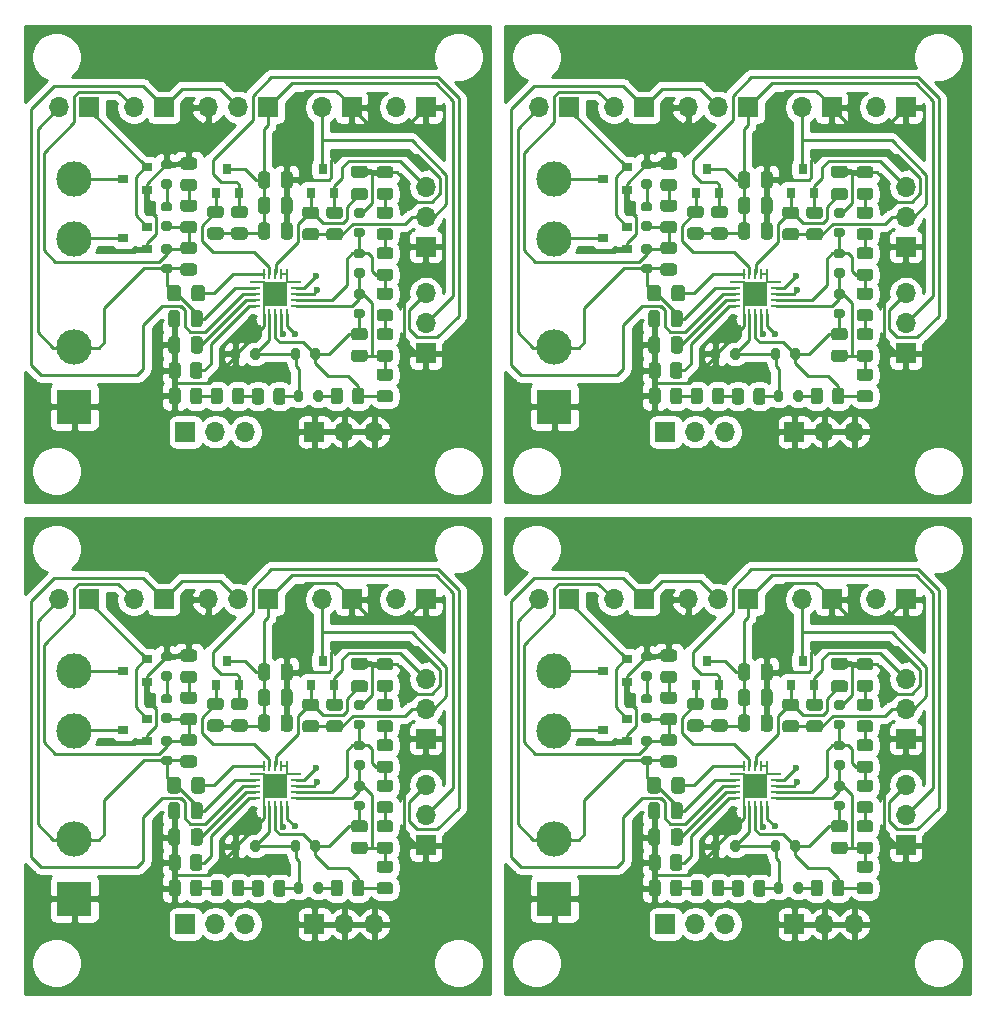
<source format=gtl>
G04 #@! TF.GenerationSoftware,KiCad,Pcbnew,(5.1.10)-1*
G04 #@! TF.CreationDate,2021-08-11T14:43:18-03:00*
G04 #@! TF.ProjectId,BQ25505,42513235-3530-4352-9e6b-696361645f70,rev?*
G04 #@! TF.SameCoordinates,Original*
G04 #@! TF.FileFunction,Copper,L1,Top*
G04 #@! TF.FilePolarity,Positive*
%FSLAX46Y46*%
G04 Gerber Fmt 4.6, Leading zero omitted, Abs format (unit mm)*
G04 Created by KiCad (PCBNEW (5.1.10)-1) date 2021-08-11 14:43:18*
%MOMM*%
%LPD*%
G01*
G04 APERTURE LIST*
G04 #@! TA.AperFunction,ComponentPad*
%ADD10R,1.700000X1.700000*%
G04 #@! TD*
G04 #@! TA.AperFunction,ComponentPad*
%ADD11O,1.700000X1.700000*%
G04 #@! TD*
G04 #@! TA.AperFunction,SMDPad,CuDef*
%ADD12R,0.900000X0.800000*%
G04 #@! TD*
G04 #@! TA.AperFunction,ComponentPad*
%ADD13C,0.508000*%
G04 #@! TD*
G04 #@! TA.AperFunction,SMDPad,CuDef*
%ADD14R,2.050000X2.050000*%
G04 #@! TD*
G04 #@! TA.AperFunction,SMDPad,CuDef*
%ADD15R,0.280000X0.850000*%
G04 #@! TD*
G04 #@! TA.AperFunction,SMDPad,CuDef*
%ADD16R,0.850000X0.280000*%
G04 #@! TD*
G04 #@! TA.AperFunction,SMDPad,CuDef*
%ADD17R,0.800000X0.900000*%
G04 #@! TD*
G04 #@! TA.AperFunction,ComponentPad*
%ADD18C,3.000000*%
G04 #@! TD*
G04 #@! TA.AperFunction,ComponentPad*
%ADD19R,3.000000X3.000000*%
G04 #@! TD*
G04 #@! TA.AperFunction,ComponentPad*
%ADD20O,3.000000X3.000000*%
G04 #@! TD*
G04 #@! TA.AperFunction,ViaPad*
%ADD21C,0.800000*%
G04 #@! TD*
G04 #@! TA.AperFunction,ViaPad*
%ADD22C,0.600000*%
G04 #@! TD*
G04 #@! TA.AperFunction,Conductor*
%ADD23C,0.300000*%
G04 #@! TD*
G04 #@! TA.AperFunction,Conductor*
%ADD24C,0.200000*%
G04 #@! TD*
G04 #@! TA.AperFunction,Conductor*
%ADD25C,0.280000*%
G04 #@! TD*
G04 #@! TA.AperFunction,Conductor*
%ADD26C,0.254000*%
G04 #@! TD*
G04 #@! TA.AperFunction,Conductor*
%ADD27C,0.100000*%
G04 #@! TD*
G04 APERTURE END LIST*
G04 #@! TA.AperFunction,SMDPad,CuDef*
G36*
G01*
X212389000Y-156489000D02*
X212389000Y-155939000D01*
G75*
G02*
X212589000Y-155739000I200000J0D01*
G01*
X212989000Y-155739000D01*
G75*
G02*
X213189000Y-155939000I0J-200000D01*
G01*
X213189000Y-156489000D01*
G75*
G02*
X212989000Y-156689000I-200000J0D01*
G01*
X212589000Y-156689000D01*
G75*
G02*
X212389000Y-156489000I0J200000D01*
G01*
G37*
G04 #@! TD.AperFunction*
G04 #@! TA.AperFunction,SMDPad,CuDef*
G36*
G01*
X214039000Y-156489000D02*
X214039000Y-155939000D01*
G75*
G02*
X214239000Y-155739000I200000J0D01*
G01*
X214639000Y-155739000D01*
G75*
G02*
X214839000Y-155939000I0J-200000D01*
G01*
X214839000Y-156489000D01*
G75*
G02*
X214639000Y-156689000I-200000J0D01*
G01*
X214239000Y-156689000D01*
G75*
G02*
X214039000Y-156489000I0J200000D01*
G01*
G37*
G04 #@! TD.AperFunction*
G04 #@! TA.AperFunction,SMDPad,CuDef*
G36*
G01*
X212389000Y-114829000D02*
X212389000Y-114279000D01*
G75*
G02*
X212589000Y-114079000I200000J0D01*
G01*
X212989000Y-114079000D01*
G75*
G02*
X213189000Y-114279000I0J-200000D01*
G01*
X213189000Y-114829000D01*
G75*
G02*
X212989000Y-115029000I-200000J0D01*
G01*
X212589000Y-115029000D01*
G75*
G02*
X212389000Y-114829000I0J200000D01*
G01*
G37*
G04 #@! TD.AperFunction*
G04 #@! TA.AperFunction,SMDPad,CuDef*
G36*
G01*
X214039000Y-114829000D02*
X214039000Y-114279000D01*
G75*
G02*
X214239000Y-114079000I200000J0D01*
G01*
X214639000Y-114079000D01*
G75*
G02*
X214839000Y-114279000I0J-200000D01*
G01*
X214839000Y-114829000D01*
G75*
G02*
X214639000Y-115029000I-200000J0D01*
G01*
X214239000Y-115029000D01*
G75*
G02*
X214039000Y-114829000I0J200000D01*
G01*
G37*
G04 #@! TD.AperFunction*
G04 #@! TA.AperFunction,SMDPad,CuDef*
G36*
G01*
X171749000Y-156489000D02*
X171749000Y-155939000D01*
G75*
G02*
X171949000Y-155739000I200000J0D01*
G01*
X172349000Y-155739000D01*
G75*
G02*
X172549000Y-155939000I0J-200000D01*
G01*
X172549000Y-156489000D01*
G75*
G02*
X172349000Y-156689000I-200000J0D01*
G01*
X171949000Y-156689000D01*
G75*
G02*
X171749000Y-156489000I0J200000D01*
G01*
G37*
G04 #@! TD.AperFunction*
G04 #@! TA.AperFunction,SMDPad,CuDef*
G36*
G01*
X173399000Y-156489000D02*
X173399000Y-155939000D01*
G75*
G02*
X173599000Y-155739000I200000J0D01*
G01*
X173999000Y-155739000D01*
G75*
G02*
X174199000Y-155939000I0J-200000D01*
G01*
X174199000Y-156489000D01*
G75*
G02*
X173999000Y-156689000I-200000J0D01*
G01*
X173599000Y-156689000D01*
G75*
G02*
X173399000Y-156489000I0J200000D01*
G01*
G37*
G04 #@! TD.AperFunction*
G04 #@! TA.AperFunction,SMDPad,CuDef*
G36*
G01*
X222978300Y-150721800D02*
X223528300Y-150721800D01*
G75*
G02*
X223728300Y-150921800I0J-200000D01*
G01*
X223728300Y-151321800D01*
G75*
G02*
X223528300Y-151521800I-200000J0D01*
G01*
X222978300Y-151521800D01*
G75*
G02*
X222778300Y-151321800I0J200000D01*
G01*
X222778300Y-150921800D01*
G75*
G02*
X222978300Y-150721800I200000J0D01*
G01*
G37*
G04 #@! TD.AperFunction*
G04 #@! TA.AperFunction,SMDPad,CuDef*
G36*
G01*
X222978300Y-152371800D02*
X223528300Y-152371800D01*
G75*
G02*
X223728300Y-152571800I0J-200000D01*
G01*
X223728300Y-152971800D01*
G75*
G02*
X223528300Y-153171800I-200000J0D01*
G01*
X222978300Y-153171800D01*
G75*
G02*
X222778300Y-152971800I0J200000D01*
G01*
X222778300Y-152571800D01*
G75*
G02*
X222978300Y-152371800I200000J0D01*
G01*
G37*
G04 #@! TD.AperFunction*
G04 #@! TA.AperFunction,SMDPad,CuDef*
G36*
G01*
X222978300Y-109061800D02*
X223528300Y-109061800D01*
G75*
G02*
X223728300Y-109261800I0J-200000D01*
G01*
X223728300Y-109661800D01*
G75*
G02*
X223528300Y-109861800I-200000J0D01*
G01*
X222978300Y-109861800D01*
G75*
G02*
X222778300Y-109661800I0J200000D01*
G01*
X222778300Y-109261800D01*
G75*
G02*
X222978300Y-109061800I200000J0D01*
G01*
G37*
G04 #@! TD.AperFunction*
G04 #@! TA.AperFunction,SMDPad,CuDef*
G36*
G01*
X222978300Y-110711800D02*
X223528300Y-110711800D01*
G75*
G02*
X223728300Y-110911800I0J-200000D01*
G01*
X223728300Y-111311800D01*
G75*
G02*
X223528300Y-111511800I-200000J0D01*
G01*
X222978300Y-111511800D01*
G75*
G02*
X222778300Y-111311800I0J200000D01*
G01*
X222778300Y-110911800D01*
G75*
G02*
X222978300Y-110711800I200000J0D01*
G01*
G37*
G04 #@! TD.AperFunction*
G04 #@! TA.AperFunction,SMDPad,CuDef*
G36*
G01*
X182338300Y-150721800D02*
X182888300Y-150721800D01*
G75*
G02*
X183088300Y-150921800I0J-200000D01*
G01*
X183088300Y-151321800D01*
G75*
G02*
X182888300Y-151521800I-200000J0D01*
G01*
X182338300Y-151521800D01*
G75*
G02*
X182138300Y-151321800I0J200000D01*
G01*
X182138300Y-150921800D01*
G75*
G02*
X182338300Y-150721800I200000J0D01*
G01*
G37*
G04 #@! TD.AperFunction*
G04 #@! TA.AperFunction,SMDPad,CuDef*
G36*
G01*
X182338300Y-152371800D02*
X182888300Y-152371800D01*
G75*
G02*
X183088300Y-152571800I0J-200000D01*
G01*
X183088300Y-152971800D01*
G75*
G02*
X182888300Y-153171800I-200000J0D01*
G01*
X182338300Y-153171800D01*
G75*
G02*
X182138300Y-152971800I0J200000D01*
G01*
X182138300Y-152571800D01*
G75*
G02*
X182338300Y-152371800I200000J0D01*
G01*
G37*
G04 #@! TD.AperFunction*
G04 #@! TA.AperFunction,SMDPad,CuDef*
G36*
G01*
X217469000Y-156489000D02*
X217469000Y-155939000D01*
G75*
G02*
X217669000Y-155739000I200000J0D01*
G01*
X218069000Y-155739000D01*
G75*
G02*
X218269000Y-155939000I0J-200000D01*
G01*
X218269000Y-156489000D01*
G75*
G02*
X218069000Y-156689000I-200000J0D01*
G01*
X217669000Y-156689000D01*
G75*
G02*
X217469000Y-156489000I0J200000D01*
G01*
G37*
G04 #@! TD.AperFunction*
G04 #@! TA.AperFunction,SMDPad,CuDef*
G36*
G01*
X219119000Y-156489000D02*
X219119000Y-155939000D01*
G75*
G02*
X219319000Y-155739000I200000J0D01*
G01*
X219719000Y-155739000D01*
G75*
G02*
X219919000Y-155939000I0J-200000D01*
G01*
X219919000Y-156489000D01*
G75*
G02*
X219719000Y-156689000I-200000J0D01*
G01*
X219319000Y-156689000D01*
G75*
G02*
X219119000Y-156489000I0J200000D01*
G01*
G37*
G04 #@! TD.AperFunction*
G04 #@! TA.AperFunction,SMDPad,CuDef*
G36*
G01*
X217469000Y-114829000D02*
X217469000Y-114279000D01*
G75*
G02*
X217669000Y-114079000I200000J0D01*
G01*
X218069000Y-114079000D01*
G75*
G02*
X218269000Y-114279000I0J-200000D01*
G01*
X218269000Y-114829000D01*
G75*
G02*
X218069000Y-115029000I-200000J0D01*
G01*
X217669000Y-115029000D01*
G75*
G02*
X217469000Y-114829000I0J200000D01*
G01*
G37*
G04 #@! TD.AperFunction*
G04 #@! TA.AperFunction,SMDPad,CuDef*
G36*
G01*
X219119000Y-114829000D02*
X219119000Y-114279000D01*
G75*
G02*
X219319000Y-114079000I200000J0D01*
G01*
X219719000Y-114079000D01*
G75*
G02*
X219919000Y-114279000I0J-200000D01*
G01*
X219919000Y-114829000D01*
G75*
G02*
X219719000Y-115029000I-200000J0D01*
G01*
X219319000Y-115029000D01*
G75*
G02*
X219119000Y-114829000I0J200000D01*
G01*
G37*
G04 #@! TD.AperFunction*
G04 #@! TA.AperFunction,SMDPad,CuDef*
G36*
G01*
X176829000Y-156489000D02*
X176829000Y-155939000D01*
G75*
G02*
X177029000Y-155739000I200000J0D01*
G01*
X177429000Y-155739000D01*
G75*
G02*
X177629000Y-155939000I0J-200000D01*
G01*
X177629000Y-156489000D01*
G75*
G02*
X177429000Y-156689000I-200000J0D01*
G01*
X177029000Y-156689000D01*
G75*
G02*
X176829000Y-156489000I0J200000D01*
G01*
G37*
G04 #@! TD.AperFunction*
G04 #@! TA.AperFunction,SMDPad,CuDef*
G36*
G01*
X178479000Y-156489000D02*
X178479000Y-155939000D01*
G75*
G02*
X178679000Y-155739000I200000J0D01*
G01*
X179079000Y-155739000D01*
G75*
G02*
X179279000Y-155939000I0J-200000D01*
G01*
X179279000Y-156489000D01*
G75*
G02*
X179079000Y-156689000I-200000J0D01*
G01*
X178679000Y-156689000D01*
G75*
G02*
X178479000Y-156489000I0J200000D01*
G01*
G37*
G04 #@! TD.AperFunction*
G04 #@! TA.AperFunction,SMDPad,CuDef*
G36*
G01*
X209047500Y-151520501D02*
X209047500Y-150620499D01*
G75*
G02*
X209297499Y-150370500I249999J0D01*
G01*
X209947501Y-150370500D01*
G75*
G02*
X210197500Y-150620499I0J-249999D01*
G01*
X210197500Y-151520501D01*
G75*
G02*
X209947501Y-151770500I-249999J0D01*
G01*
X209297499Y-151770500D01*
G75*
G02*
X209047500Y-151520501I0J249999D01*
G01*
G37*
G04 #@! TD.AperFunction*
G04 #@! TA.AperFunction,SMDPad,CuDef*
G36*
G01*
X206997500Y-151520501D02*
X206997500Y-150620499D01*
G75*
G02*
X207247499Y-150370500I249999J0D01*
G01*
X207897501Y-150370500D01*
G75*
G02*
X208147500Y-150620499I0J-249999D01*
G01*
X208147500Y-151520501D01*
G75*
G02*
X207897501Y-151770500I-249999J0D01*
G01*
X207247499Y-151770500D01*
G75*
G02*
X206997500Y-151520501I0J249999D01*
G01*
G37*
G04 #@! TD.AperFunction*
G04 #@! TA.AperFunction,SMDPad,CuDef*
G36*
G01*
X209047500Y-109860501D02*
X209047500Y-108960499D01*
G75*
G02*
X209297499Y-108710500I249999J0D01*
G01*
X209947501Y-108710500D01*
G75*
G02*
X210197500Y-108960499I0J-249999D01*
G01*
X210197500Y-109860501D01*
G75*
G02*
X209947501Y-110110500I-249999J0D01*
G01*
X209297499Y-110110500D01*
G75*
G02*
X209047500Y-109860501I0J249999D01*
G01*
G37*
G04 #@! TD.AperFunction*
G04 #@! TA.AperFunction,SMDPad,CuDef*
G36*
G01*
X206997500Y-109860501D02*
X206997500Y-108960499D01*
G75*
G02*
X207247499Y-108710500I249999J0D01*
G01*
X207897501Y-108710500D01*
G75*
G02*
X208147500Y-108960499I0J-249999D01*
G01*
X208147500Y-109860501D01*
G75*
G02*
X207897501Y-110110500I-249999J0D01*
G01*
X207247499Y-110110500D01*
G75*
G02*
X206997500Y-109860501I0J249999D01*
G01*
G37*
G04 #@! TD.AperFunction*
G04 #@! TA.AperFunction,SMDPad,CuDef*
G36*
G01*
X168407500Y-151520501D02*
X168407500Y-150620499D01*
G75*
G02*
X168657499Y-150370500I249999J0D01*
G01*
X169307501Y-150370500D01*
G75*
G02*
X169557500Y-150620499I0J-249999D01*
G01*
X169557500Y-151520501D01*
G75*
G02*
X169307501Y-151770500I-249999J0D01*
G01*
X168657499Y-151770500D01*
G75*
G02*
X168407500Y-151520501I0J249999D01*
G01*
G37*
G04 #@! TD.AperFunction*
G04 #@! TA.AperFunction,SMDPad,CuDef*
G36*
G01*
X166357500Y-151520501D02*
X166357500Y-150620499D01*
G75*
G02*
X166607499Y-150370500I249999J0D01*
G01*
X167257501Y-150370500D01*
G75*
G02*
X167507500Y-150620499I0J-249999D01*
G01*
X167507500Y-151520501D01*
G75*
G02*
X167257501Y-151770500I-249999J0D01*
G01*
X166607499Y-151770500D01*
G75*
G02*
X166357500Y-151520501I0J249999D01*
G01*
G37*
G04 #@! TD.AperFunction*
G04 #@! TA.AperFunction,SMDPad,CuDef*
G36*
G01*
X214704000Y-146275000D02*
X214704000Y-145325000D01*
G75*
G02*
X214954000Y-145075000I250000J0D01*
G01*
X215454000Y-145075000D01*
G75*
G02*
X215704000Y-145325000I0J-250000D01*
G01*
X215704000Y-146275000D01*
G75*
G02*
X215454000Y-146525000I-250000J0D01*
G01*
X214954000Y-146525000D01*
G75*
G02*
X214704000Y-146275000I0J250000D01*
G01*
G37*
G04 #@! TD.AperFunction*
G04 #@! TA.AperFunction,SMDPad,CuDef*
G36*
G01*
X216604000Y-146275000D02*
X216604000Y-145325000D01*
G75*
G02*
X216854000Y-145075000I250000J0D01*
G01*
X217354000Y-145075000D01*
G75*
G02*
X217604000Y-145325000I0J-250000D01*
G01*
X217604000Y-146275000D01*
G75*
G02*
X217354000Y-146525000I-250000J0D01*
G01*
X216854000Y-146525000D01*
G75*
G02*
X216604000Y-146275000I0J250000D01*
G01*
G37*
G04 #@! TD.AperFunction*
G04 #@! TA.AperFunction,SMDPad,CuDef*
G36*
G01*
X214704000Y-104615000D02*
X214704000Y-103665000D01*
G75*
G02*
X214954000Y-103415000I250000J0D01*
G01*
X215454000Y-103415000D01*
G75*
G02*
X215704000Y-103665000I0J-250000D01*
G01*
X215704000Y-104615000D01*
G75*
G02*
X215454000Y-104865000I-250000J0D01*
G01*
X214954000Y-104865000D01*
G75*
G02*
X214704000Y-104615000I0J250000D01*
G01*
G37*
G04 #@! TD.AperFunction*
G04 #@! TA.AperFunction,SMDPad,CuDef*
G36*
G01*
X216604000Y-104615000D02*
X216604000Y-103665000D01*
G75*
G02*
X216854000Y-103415000I250000J0D01*
G01*
X217354000Y-103415000D01*
G75*
G02*
X217604000Y-103665000I0J-250000D01*
G01*
X217604000Y-104615000D01*
G75*
G02*
X217354000Y-104865000I-250000J0D01*
G01*
X216854000Y-104865000D01*
G75*
G02*
X216604000Y-104615000I0J250000D01*
G01*
G37*
G04 #@! TD.AperFunction*
G04 #@! TA.AperFunction,SMDPad,CuDef*
G36*
G01*
X174064000Y-146275000D02*
X174064000Y-145325000D01*
G75*
G02*
X174314000Y-145075000I250000J0D01*
G01*
X174814000Y-145075000D01*
G75*
G02*
X175064000Y-145325000I0J-250000D01*
G01*
X175064000Y-146275000D01*
G75*
G02*
X174814000Y-146525000I-250000J0D01*
G01*
X174314000Y-146525000D01*
G75*
G02*
X174064000Y-146275000I0J250000D01*
G01*
G37*
G04 #@! TD.AperFunction*
G04 #@! TA.AperFunction,SMDPad,CuDef*
G36*
G01*
X175964000Y-146275000D02*
X175964000Y-145325000D01*
G75*
G02*
X176214000Y-145075000I250000J0D01*
G01*
X176714000Y-145075000D01*
G75*
G02*
X176964000Y-145325000I0J-250000D01*
G01*
X176964000Y-146275000D01*
G75*
G02*
X176714000Y-146525000I-250000J0D01*
G01*
X176214000Y-146525000D01*
G75*
G02*
X175964000Y-146275000I0J250000D01*
G01*
G37*
G04 #@! TD.AperFunction*
G04 #@! TA.AperFunction,SMDPad,CuDef*
G36*
G01*
X214704000Y-141957000D02*
X214704000Y-141007000D01*
G75*
G02*
X214954000Y-140757000I250000J0D01*
G01*
X215454000Y-140757000D01*
G75*
G02*
X215704000Y-141007000I0J-250000D01*
G01*
X215704000Y-141957000D01*
G75*
G02*
X215454000Y-142207000I-250000J0D01*
G01*
X214954000Y-142207000D01*
G75*
G02*
X214704000Y-141957000I0J250000D01*
G01*
G37*
G04 #@! TD.AperFunction*
G04 #@! TA.AperFunction,SMDPad,CuDef*
G36*
G01*
X216604000Y-141957000D02*
X216604000Y-141007000D01*
G75*
G02*
X216854000Y-140757000I250000J0D01*
G01*
X217354000Y-140757000D01*
G75*
G02*
X217604000Y-141007000I0J-250000D01*
G01*
X217604000Y-141957000D01*
G75*
G02*
X217354000Y-142207000I-250000J0D01*
G01*
X216854000Y-142207000D01*
G75*
G02*
X216604000Y-141957000I0J250000D01*
G01*
G37*
G04 #@! TD.AperFunction*
G04 #@! TA.AperFunction,SMDPad,CuDef*
G36*
G01*
X214704000Y-100297000D02*
X214704000Y-99347000D01*
G75*
G02*
X214954000Y-99097000I250000J0D01*
G01*
X215454000Y-99097000D01*
G75*
G02*
X215704000Y-99347000I0J-250000D01*
G01*
X215704000Y-100297000D01*
G75*
G02*
X215454000Y-100547000I-250000J0D01*
G01*
X214954000Y-100547000D01*
G75*
G02*
X214704000Y-100297000I0J250000D01*
G01*
G37*
G04 #@! TD.AperFunction*
G04 #@! TA.AperFunction,SMDPad,CuDef*
G36*
G01*
X216604000Y-100297000D02*
X216604000Y-99347000D01*
G75*
G02*
X216854000Y-99097000I250000J0D01*
G01*
X217354000Y-99097000D01*
G75*
G02*
X217604000Y-99347000I0J-250000D01*
G01*
X217604000Y-100297000D01*
G75*
G02*
X217354000Y-100547000I-250000J0D01*
G01*
X216854000Y-100547000D01*
G75*
G02*
X216604000Y-100297000I0J250000D01*
G01*
G37*
G04 #@! TD.AperFunction*
G04 #@! TA.AperFunction,SMDPad,CuDef*
G36*
G01*
X174064000Y-141957000D02*
X174064000Y-141007000D01*
G75*
G02*
X174314000Y-140757000I250000J0D01*
G01*
X174814000Y-140757000D01*
G75*
G02*
X175064000Y-141007000I0J-250000D01*
G01*
X175064000Y-141957000D01*
G75*
G02*
X174814000Y-142207000I-250000J0D01*
G01*
X174314000Y-142207000D01*
G75*
G02*
X174064000Y-141957000I0J250000D01*
G01*
G37*
G04 #@! TD.AperFunction*
G04 #@! TA.AperFunction,SMDPad,CuDef*
G36*
G01*
X175964000Y-141957000D02*
X175964000Y-141007000D01*
G75*
G02*
X176214000Y-140757000I250000J0D01*
G01*
X176714000Y-140757000D01*
G75*
G02*
X176964000Y-141007000I0J-250000D01*
G01*
X176964000Y-141957000D01*
G75*
G02*
X176714000Y-142207000I-250000J0D01*
G01*
X176214000Y-142207000D01*
G75*
G02*
X175964000Y-141957000I0J250000D01*
G01*
G37*
G04 #@! TD.AperFunction*
G04 #@! TA.AperFunction,SMDPad,CuDef*
G36*
G01*
X214704000Y-144116000D02*
X214704000Y-143166000D01*
G75*
G02*
X214954000Y-142916000I250000J0D01*
G01*
X215454000Y-142916000D01*
G75*
G02*
X215704000Y-143166000I0J-250000D01*
G01*
X215704000Y-144116000D01*
G75*
G02*
X215454000Y-144366000I-250000J0D01*
G01*
X214954000Y-144366000D01*
G75*
G02*
X214704000Y-144116000I0J250000D01*
G01*
G37*
G04 #@! TD.AperFunction*
G04 #@! TA.AperFunction,SMDPad,CuDef*
G36*
G01*
X216604000Y-144116000D02*
X216604000Y-143166000D01*
G75*
G02*
X216854000Y-142916000I250000J0D01*
G01*
X217354000Y-142916000D01*
G75*
G02*
X217604000Y-143166000I0J-250000D01*
G01*
X217604000Y-144116000D01*
G75*
G02*
X217354000Y-144366000I-250000J0D01*
G01*
X216854000Y-144366000D01*
G75*
G02*
X216604000Y-144116000I0J250000D01*
G01*
G37*
G04 #@! TD.AperFunction*
G04 #@! TA.AperFunction,SMDPad,CuDef*
G36*
G01*
X214704000Y-102456000D02*
X214704000Y-101506000D01*
G75*
G02*
X214954000Y-101256000I250000J0D01*
G01*
X215454000Y-101256000D01*
G75*
G02*
X215704000Y-101506000I0J-250000D01*
G01*
X215704000Y-102456000D01*
G75*
G02*
X215454000Y-102706000I-250000J0D01*
G01*
X214954000Y-102706000D01*
G75*
G02*
X214704000Y-102456000I0J250000D01*
G01*
G37*
G04 #@! TD.AperFunction*
G04 #@! TA.AperFunction,SMDPad,CuDef*
G36*
G01*
X216604000Y-102456000D02*
X216604000Y-101506000D01*
G75*
G02*
X216854000Y-101256000I250000J0D01*
G01*
X217354000Y-101256000D01*
G75*
G02*
X217604000Y-101506000I0J-250000D01*
G01*
X217604000Y-102456000D01*
G75*
G02*
X217354000Y-102706000I-250000J0D01*
G01*
X216854000Y-102706000D01*
G75*
G02*
X216604000Y-102456000I0J250000D01*
G01*
G37*
G04 #@! TD.AperFunction*
G04 #@! TA.AperFunction,SMDPad,CuDef*
G36*
G01*
X174064000Y-144116000D02*
X174064000Y-143166000D01*
G75*
G02*
X174314000Y-142916000I250000J0D01*
G01*
X174814000Y-142916000D01*
G75*
G02*
X175064000Y-143166000I0J-250000D01*
G01*
X175064000Y-144116000D01*
G75*
G02*
X174814000Y-144366000I-250000J0D01*
G01*
X174314000Y-144366000D01*
G75*
G02*
X174064000Y-144116000I0J250000D01*
G01*
G37*
G04 #@! TD.AperFunction*
G04 #@! TA.AperFunction,SMDPad,CuDef*
G36*
G01*
X175964000Y-144116000D02*
X175964000Y-143166000D01*
G75*
G02*
X176214000Y-142916000I250000J0D01*
G01*
X176714000Y-142916000D01*
G75*
G02*
X176964000Y-143166000I0J-250000D01*
G01*
X176964000Y-144116000D01*
G75*
G02*
X176714000Y-144366000I-250000J0D01*
G01*
X176214000Y-144366000D01*
G75*
G02*
X175964000Y-144116000I0J250000D01*
G01*
G37*
G04 #@! TD.AperFunction*
G04 #@! TA.AperFunction,SMDPad,CuDef*
G36*
G01*
X208084000Y-154977000D02*
X208084000Y-155927000D01*
G75*
G02*
X207834000Y-156177000I-250000J0D01*
G01*
X207334000Y-156177000D01*
G75*
G02*
X207084000Y-155927000I0J250000D01*
G01*
X207084000Y-154977000D01*
G75*
G02*
X207334000Y-154727000I250000J0D01*
G01*
X207834000Y-154727000D01*
G75*
G02*
X208084000Y-154977000I0J-250000D01*
G01*
G37*
G04 #@! TD.AperFunction*
G04 #@! TA.AperFunction,SMDPad,CuDef*
G36*
G01*
X209984000Y-154977000D02*
X209984000Y-155927000D01*
G75*
G02*
X209734000Y-156177000I-250000J0D01*
G01*
X209234000Y-156177000D01*
G75*
G02*
X208984000Y-155927000I0J250000D01*
G01*
X208984000Y-154977000D01*
G75*
G02*
X209234000Y-154727000I250000J0D01*
G01*
X209734000Y-154727000D01*
G75*
G02*
X209984000Y-154977000I0J-250000D01*
G01*
G37*
G04 #@! TD.AperFunction*
G04 #@! TA.AperFunction,SMDPad,CuDef*
G36*
G01*
X208084000Y-113317000D02*
X208084000Y-114267000D01*
G75*
G02*
X207834000Y-114517000I-250000J0D01*
G01*
X207334000Y-114517000D01*
G75*
G02*
X207084000Y-114267000I0J250000D01*
G01*
X207084000Y-113317000D01*
G75*
G02*
X207334000Y-113067000I250000J0D01*
G01*
X207834000Y-113067000D01*
G75*
G02*
X208084000Y-113317000I0J-250000D01*
G01*
G37*
G04 #@! TD.AperFunction*
G04 #@! TA.AperFunction,SMDPad,CuDef*
G36*
G01*
X209984000Y-113317000D02*
X209984000Y-114267000D01*
G75*
G02*
X209734000Y-114517000I-250000J0D01*
G01*
X209234000Y-114517000D01*
G75*
G02*
X208984000Y-114267000I0J250000D01*
G01*
X208984000Y-113317000D01*
G75*
G02*
X209234000Y-113067000I250000J0D01*
G01*
X209734000Y-113067000D01*
G75*
G02*
X209984000Y-113317000I0J-250000D01*
G01*
G37*
G04 #@! TD.AperFunction*
G04 #@! TA.AperFunction,SMDPad,CuDef*
G36*
G01*
X167444000Y-154977000D02*
X167444000Y-155927000D01*
G75*
G02*
X167194000Y-156177000I-250000J0D01*
G01*
X166694000Y-156177000D01*
G75*
G02*
X166444000Y-155927000I0J250000D01*
G01*
X166444000Y-154977000D01*
G75*
G02*
X166694000Y-154727000I250000J0D01*
G01*
X167194000Y-154727000D01*
G75*
G02*
X167444000Y-154977000I0J-250000D01*
G01*
G37*
G04 #@! TD.AperFunction*
G04 #@! TA.AperFunction,SMDPad,CuDef*
G36*
G01*
X169344000Y-154977000D02*
X169344000Y-155927000D01*
G75*
G02*
X169094000Y-156177000I-250000J0D01*
G01*
X168594000Y-156177000D01*
G75*
G02*
X168344000Y-155927000I0J250000D01*
G01*
X168344000Y-154977000D01*
G75*
G02*
X168594000Y-154727000I250000J0D01*
G01*
X169094000Y-154727000D01*
G75*
G02*
X169344000Y-154977000I0J-250000D01*
G01*
G37*
G04 #@! TD.AperFunction*
G04 #@! TA.AperFunction,SMDPad,CuDef*
G36*
G01*
X208084000Y-152754500D02*
X208084000Y-153704500D01*
G75*
G02*
X207834000Y-153954500I-250000J0D01*
G01*
X207334000Y-153954500D01*
G75*
G02*
X207084000Y-153704500I0J250000D01*
G01*
X207084000Y-152754500D01*
G75*
G02*
X207334000Y-152504500I250000J0D01*
G01*
X207834000Y-152504500D01*
G75*
G02*
X208084000Y-152754500I0J-250000D01*
G01*
G37*
G04 #@! TD.AperFunction*
G04 #@! TA.AperFunction,SMDPad,CuDef*
G36*
G01*
X209984000Y-152754500D02*
X209984000Y-153704500D01*
G75*
G02*
X209734000Y-153954500I-250000J0D01*
G01*
X209234000Y-153954500D01*
G75*
G02*
X208984000Y-153704500I0J250000D01*
G01*
X208984000Y-152754500D01*
G75*
G02*
X209234000Y-152504500I250000J0D01*
G01*
X209734000Y-152504500D01*
G75*
G02*
X209984000Y-152754500I0J-250000D01*
G01*
G37*
G04 #@! TD.AperFunction*
G04 #@! TA.AperFunction,SMDPad,CuDef*
G36*
G01*
X208084000Y-111094500D02*
X208084000Y-112044500D01*
G75*
G02*
X207834000Y-112294500I-250000J0D01*
G01*
X207334000Y-112294500D01*
G75*
G02*
X207084000Y-112044500I0J250000D01*
G01*
X207084000Y-111094500D01*
G75*
G02*
X207334000Y-110844500I250000J0D01*
G01*
X207834000Y-110844500D01*
G75*
G02*
X208084000Y-111094500I0J-250000D01*
G01*
G37*
G04 #@! TD.AperFunction*
G04 #@! TA.AperFunction,SMDPad,CuDef*
G36*
G01*
X209984000Y-111094500D02*
X209984000Y-112044500D01*
G75*
G02*
X209734000Y-112294500I-250000J0D01*
G01*
X209234000Y-112294500D01*
G75*
G02*
X208984000Y-112044500I0J250000D01*
G01*
X208984000Y-111094500D01*
G75*
G02*
X209234000Y-110844500I250000J0D01*
G01*
X209734000Y-110844500D01*
G75*
G02*
X209984000Y-111094500I0J-250000D01*
G01*
G37*
G04 #@! TD.AperFunction*
G04 #@! TA.AperFunction,SMDPad,CuDef*
G36*
G01*
X167444000Y-152754500D02*
X167444000Y-153704500D01*
G75*
G02*
X167194000Y-153954500I-250000J0D01*
G01*
X166694000Y-153954500D01*
G75*
G02*
X166444000Y-153704500I0J250000D01*
G01*
X166444000Y-152754500D01*
G75*
G02*
X166694000Y-152504500I250000J0D01*
G01*
X167194000Y-152504500D01*
G75*
G02*
X167444000Y-152754500I0J-250000D01*
G01*
G37*
G04 #@! TD.AperFunction*
G04 #@! TA.AperFunction,SMDPad,CuDef*
G36*
G01*
X169344000Y-152754500D02*
X169344000Y-153704500D01*
G75*
G02*
X169094000Y-153954500I-250000J0D01*
G01*
X168594000Y-153954500D01*
G75*
G02*
X168344000Y-153704500I0J250000D01*
G01*
X168344000Y-152754500D01*
G75*
G02*
X168594000Y-152504500I250000J0D01*
G01*
X169094000Y-152504500D01*
G75*
G02*
X169344000Y-152754500I0J-250000D01*
G01*
G37*
G04 #@! TD.AperFunction*
G04 #@! TA.AperFunction,SMDPad,CuDef*
G36*
G01*
X222978300Y-147292800D02*
X223528300Y-147292800D01*
G75*
G02*
X223728300Y-147492800I0J-200000D01*
G01*
X223728300Y-147892800D01*
G75*
G02*
X223528300Y-148092800I-200000J0D01*
G01*
X222978300Y-148092800D01*
G75*
G02*
X222778300Y-147892800I0J200000D01*
G01*
X222778300Y-147492800D01*
G75*
G02*
X222978300Y-147292800I200000J0D01*
G01*
G37*
G04 #@! TD.AperFunction*
G04 #@! TA.AperFunction,SMDPad,CuDef*
G36*
G01*
X222978300Y-148942800D02*
X223528300Y-148942800D01*
G75*
G02*
X223728300Y-149142800I0J-200000D01*
G01*
X223728300Y-149542800D01*
G75*
G02*
X223528300Y-149742800I-200000J0D01*
G01*
X222978300Y-149742800D01*
G75*
G02*
X222778300Y-149542800I0J200000D01*
G01*
X222778300Y-149142800D01*
G75*
G02*
X222978300Y-148942800I200000J0D01*
G01*
G37*
G04 #@! TD.AperFunction*
G04 #@! TA.AperFunction,SMDPad,CuDef*
G36*
G01*
X222978300Y-105632800D02*
X223528300Y-105632800D01*
G75*
G02*
X223728300Y-105832800I0J-200000D01*
G01*
X223728300Y-106232800D01*
G75*
G02*
X223528300Y-106432800I-200000J0D01*
G01*
X222978300Y-106432800D01*
G75*
G02*
X222778300Y-106232800I0J200000D01*
G01*
X222778300Y-105832800D01*
G75*
G02*
X222978300Y-105632800I200000J0D01*
G01*
G37*
G04 #@! TD.AperFunction*
G04 #@! TA.AperFunction,SMDPad,CuDef*
G36*
G01*
X222978300Y-107282800D02*
X223528300Y-107282800D01*
G75*
G02*
X223728300Y-107482800I0J-200000D01*
G01*
X223728300Y-107882800D01*
G75*
G02*
X223528300Y-108082800I-200000J0D01*
G01*
X222978300Y-108082800D01*
G75*
G02*
X222778300Y-107882800I0J200000D01*
G01*
X222778300Y-107482800D01*
G75*
G02*
X222978300Y-107282800I200000J0D01*
G01*
G37*
G04 #@! TD.AperFunction*
G04 #@! TA.AperFunction,SMDPad,CuDef*
G36*
G01*
X182338300Y-147292800D02*
X182888300Y-147292800D01*
G75*
G02*
X183088300Y-147492800I0J-200000D01*
G01*
X183088300Y-147892800D01*
G75*
G02*
X182888300Y-148092800I-200000J0D01*
G01*
X182338300Y-148092800D01*
G75*
G02*
X182138300Y-147892800I0J200000D01*
G01*
X182138300Y-147492800D01*
G75*
G02*
X182338300Y-147292800I200000J0D01*
G01*
G37*
G04 #@! TD.AperFunction*
G04 #@! TA.AperFunction,SMDPad,CuDef*
G36*
G01*
X182338300Y-148942800D02*
X182888300Y-148942800D01*
G75*
G02*
X183088300Y-149142800I0J-200000D01*
G01*
X183088300Y-149542800D01*
G75*
G02*
X182888300Y-149742800I-200000J0D01*
G01*
X182338300Y-149742800D01*
G75*
G02*
X182138300Y-149542800I0J200000D01*
G01*
X182138300Y-149142800D01*
G75*
G02*
X182338300Y-148942800I200000J0D01*
G01*
G37*
G04 #@! TD.AperFunction*
G04 #@! TA.AperFunction,SMDPad,CuDef*
G36*
G01*
X224974998Y-157456000D02*
X225875002Y-157456000D01*
G75*
G02*
X226125000Y-157705998I0J-249998D01*
G01*
X226125000Y-158231002D01*
G75*
G02*
X225875002Y-158481000I-249998J0D01*
G01*
X224974998Y-158481000D01*
G75*
G02*
X224725000Y-158231002I0J249998D01*
G01*
X224725000Y-157705998D01*
G75*
G02*
X224974998Y-157456000I249998J0D01*
G01*
G37*
G04 #@! TD.AperFunction*
G04 #@! TA.AperFunction,SMDPad,CuDef*
G36*
G01*
X224974998Y-159281000D02*
X225875002Y-159281000D01*
G75*
G02*
X226125000Y-159530998I0J-249998D01*
G01*
X226125000Y-160056002D01*
G75*
G02*
X225875002Y-160306000I-249998J0D01*
G01*
X224974998Y-160306000D01*
G75*
G02*
X224725000Y-160056002I0J249998D01*
G01*
X224725000Y-159530998D01*
G75*
G02*
X224974998Y-159281000I249998J0D01*
G01*
G37*
G04 #@! TD.AperFunction*
G04 #@! TA.AperFunction,SMDPad,CuDef*
G36*
G01*
X224974998Y-115796000D02*
X225875002Y-115796000D01*
G75*
G02*
X226125000Y-116045998I0J-249998D01*
G01*
X226125000Y-116571002D01*
G75*
G02*
X225875002Y-116821000I-249998J0D01*
G01*
X224974998Y-116821000D01*
G75*
G02*
X224725000Y-116571002I0J249998D01*
G01*
X224725000Y-116045998D01*
G75*
G02*
X224974998Y-115796000I249998J0D01*
G01*
G37*
G04 #@! TD.AperFunction*
G04 #@! TA.AperFunction,SMDPad,CuDef*
G36*
G01*
X224974998Y-117621000D02*
X225875002Y-117621000D01*
G75*
G02*
X226125000Y-117870998I0J-249998D01*
G01*
X226125000Y-118396002D01*
G75*
G02*
X225875002Y-118646000I-249998J0D01*
G01*
X224974998Y-118646000D01*
G75*
G02*
X224725000Y-118396002I0J249998D01*
G01*
X224725000Y-117870998D01*
G75*
G02*
X224974998Y-117621000I249998J0D01*
G01*
G37*
G04 #@! TD.AperFunction*
G04 #@! TA.AperFunction,SMDPad,CuDef*
G36*
G01*
X184334998Y-157456000D02*
X185235002Y-157456000D01*
G75*
G02*
X185485000Y-157705998I0J-249998D01*
G01*
X185485000Y-158231002D01*
G75*
G02*
X185235002Y-158481000I-249998J0D01*
G01*
X184334998Y-158481000D01*
G75*
G02*
X184085000Y-158231002I0J249998D01*
G01*
X184085000Y-157705998D01*
G75*
G02*
X184334998Y-157456000I249998J0D01*
G01*
G37*
G04 #@! TD.AperFunction*
G04 #@! TA.AperFunction,SMDPad,CuDef*
G36*
G01*
X184334998Y-159281000D02*
X185235002Y-159281000D01*
G75*
G02*
X185485000Y-159530998I0J-249998D01*
G01*
X185485000Y-160056002D01*
G75*
G02*
X185235002Y-160306000I-249998J0D01*
G01*
X184334998Y-160306000D01*
G75*
G02*
X184085000Y-160056002I0J249998D01*
G01*
X184085000Y-159530998D01*
G75*
G02*
X184334998Y-159281000I249998J0D01*
G01*
G37*
G04 #@! TD.AperFunction*
G04 #@! TA.AperFunction,SMDPad,CuDef*
G36*
G01*
X223716002Y-156877000D02*
X222815998Y-156877000D01*
G75*
G02*
X222566000Y-156627002I0J249998D01*
G01*
X222566000Y-156101998D01*
G75*
G02*
X222815998Y-155852000I249998J0D01*
G01*
X223716002Y-155852000D01*
G75*
G02*
X223966000Y-156101998I0J-249998D01*
G01*
X223966000Y-156627002D01*
G75*
G02*
X223716002Y-156877000I-249998J0D01*
G01*
G37*
G04 #@! TD.AperFunction*
G04 #@! TA.AperFunction,SMDPad,CuDef*
G36*
G01*
X223716002Y-155052000D02*
X222815998Y-155052000D01*
G75*
G02*
X222566000Y-154802002I0J249998D01*
G01*
X222566000Y-154276998D01*
G75*
G02*
X222815998Y-154027000I249998J0D01*
G01*
X223716002Y-154027000D01*
G75*
G02*
X223966000Y-154276998I0J-249998D01*
G01*
X223966000Y-154802002D01*
G75*
G02*
X223716002Y-155052000I-249998J0D01*
G01*
G37*
G04 #@! TD.AperFunction*
G04 #@! TA.AperFunction,SMDPad,CuDef*
G36*
G01*
X223716002Y-115217000D02*
X222815998Y-115217000D01*
G75*
G02*
X222566000Y-114967002I0J249998D01*
G01*
X222566000Y-114441998D01*
G75*
G02*
X222815998Y-114192000I249998J0D01*
G01*
X223716002Y-114192000D01*
G75*
G02*
X223966000Y-114441998I0J-249998D01*
G01*
X223966000Y-114967002D01*
G75*
G02*
X223716002Y-115217000I-249998J0D01*
G01*
G37*
G04 #@! TD.AperFunction*
G04 #@! TA.AperFunction,SMDPad,CuDef*
G36*
G01*
X223716002Y-113392000D02*
X222815998Y-113392000D01*
G75*
G02*
X222566000Y-113142002I0J249998D01*
G01*
X222566000Y-112616998D01*
G75*
G02*
X222815998Y-112367000I249998J0D01*
G01*
X223716002Y-112367000D01*
G75*
G02*
X223966000Y-112616998I0J-249998D01*
G01*
X223966000Y-113142002D01*
G75*
G02*
X223716002Y-113392000I-249998J0D01*
G01*
G37*
G04 #@! TD.AperFunction*
G04 #@! TA.AperFunction,SMDPad,CuDef*
G36*
G01*
X183076002Y-156877000D02*
X182175998Y-156877000D01*
G75*
G02*
X181926000Y-156627002I0J249998D01*
G01*
X181926000Y-156101998D01*
G75*
G02*
X182175998Y-155852000I249998J0D01*
G01*
X183076002Y-155852000D01*
G75*
G02*
X183326000Y-156101998I0J-249998D01*
G01*
X183326000Y-156627002D01*
G75*
G02*
X183076002Y-156877000I-249998J0D01*
G01*
G37*
G04 #@! TD.AperFunction*
G04 #@! TA.AperFunction,SMDPad,CuDef*
G36*
G01*
X183076002Y-155052000D02*
X182175998Y-155052000D01*
G75*
G02*
X181926000Y-154802002I0J249998D01*
G01*
X181926000Y-154276998D01*
G75*
G02*
X182175998Y-154027000I249998J0D01*
G01*
X183076002Y-154027000D01*
G75*
G02*
X183326000Y-154276998I0J-249998D01*
G01*
X183326000Y-154802002D01*
G75*
G02*
X183076002Y-155052000I-249998J0D01*
G01*
G37*
G04 #@! TD.AperFunction*
D10*
X228904800Y-135335200D03*
D11*
X226364800Y-135335200D03*
D10*
X228904800Y-93675200D03*
D11*
X226364800Y-93675200D03*
D10*
X188264800Y-135335200D03*
D11*
X185724800Y-135335200D03*
D12*
X205266800Y-142317700D03*
X205266800Y-140417700D03*
X203266800Y-141367700D03*
X205266800Y-100657700D03*
X205266800Y-98757700D03*
X203266800Y-99707700D03*
X164626800Y-142317700D03*
X164626800Y-140417700D03*
X162626800Y-141367700D03*
D10*
X200406000Y-135335200D03*
D11*
X197866000Y-135335200D03*
D10*
X200406000Y-93675200D03*
D11*
X197866000Y-93675200D03*
D10*
X159766000Y-135335200D03*
D11*
X157226000Y-135335200D03*
D10*
X228892100Y-156150500D03*
D11*
X228892100Y-153610500D03*
X228892100Y-151070500D03*
D10*
X228892100Y-114490500D03*
D11*
X228892100Y-111950500D03*
X228892100Y-109410500D03*
D10*
X188252100Y-156150500D03*
D11*
X188252100Y-153610500D03*
X188252100Y-151070500D03*
G04 #@! TA.AperFunction,SMDPad,CuDef*
G36*
G01*
X223741000Y-143186000D02*
X222791000Y-143186000D01*
G75*
G02*
X222541000Y-142936000I0J250000D01*
G01*
X222541000Y-142436000D01*
G75*
G02*
X222791000Y-142186000I250000J0D01*
G01*
X223741000Y-142186000D01*
G75*
G02*
X223991000Y-142436000I0J-250000D01*
G01*
X223991000Y-142936000D01*
G75*
G02*
X223741000Y-143186000I-250000J0D01*
G01*
G37*
G04 #@! TD.AperFunction*
G04 #@! TA.AperFunction,SMDPad,CuDef*
G36*
G01*
X223741000Y-141286000D02*
X222791000Y-141286000D01*
G75*
G02*
X222541000Y-141036000I0J250000D01*
G01*
X222541000Y-140536000D01*
G75*
G02*
X222791000Y-140286000I250000J0D01*
G01*
X223741000Y-140286000D01*
G75*
G02*
X223991000Y-140536000I0J-250000D01*
G01*
X223991000Y-141036000D01*
G75*
G02*
X223741000Y-141286000I-250000J0D01*
G01*
G37*
G04 #@! TD.AperFunction*
G04 #@! TA.AperFunction,SMDPad,CuDef*
G36*
G01*
X223741000Y-101526000D02*
X222791000Y-101526000D01*
G75*
G02*
X222541000Y-101276000I0J250000D01*
G01*
X222541000Y-100776000D01*
G75*
G02*
X222791000Y-100526000I250000J0D01*
G01*
X223741000Y-100526000D01*
G75*
G02*
X223991000Y-100776000I0J-250000D01*
G01*
X223991000Y-101276000D01*
G75*
G02*
X223741000Y-101526000I-250000J0D01*
G01*
G37*
G04 #@! TD.AperFunction*
G04 #@! TA.AperFunction,SMDPad,CuDef*
G36*
G01*
X223741000Y-99626000D02*
X222791000Y-99626000D01*
G75*
G02*
X222541000Y-99376000I0J250000D01*
G01*
X222541000Y-98876000D01*
G75*
G02*
X222791000Y-98626000I250000J0D01*
G01*
X223741000Y-98626000D01*
G75*
G02*
X223991000Y-98876000I0J-250000D01*
G01*
X223991000Y-99376000D01*
G75*
G02*
X223741000Y-99626000I-250000J0D01*
G01*
G37*
G04 #@! TD.AperFunction*
G04 #@! TA.AperFunction,SMDPad,CuDef*
G36*
G01*
X183101000Y-143186000D02*
X182151000Y-143186000D01*
G75*
G02*
X181901000Y-142936000I0J250000D01*
G01*
X181901000Y-142436000D01*
G75*
G02*
X182151000Y-142186000I250000J0D01*
G01*
X183101000Y-142186000D01*
G75*
G02*
X183351000Y-142436000I0J-250000D01*
G01*
X183351000Y-142936000D01*
G75*
G02*
X183101000Y-143186000I-250000J0D01*
G01*
G37*
G04 #@! TD.AperFunction*
G04 #@! TA.AperFunction,SMDPad,CuDef*
G36*
G01*
X183101000Y-141286000D02*
X182151000Y-141286000D01*
G75*
G02*
X181901000Y-141036000I0J250000D01*
G01*
X181901000Y-140536000D01*
G75*
G02*
X182151000Y-140286000I250000J0D01*
G01*
X183101000Y-140286000D01*
G75*
G02*
X183351000Y-140536000I0J-250000D01*
G01*
X183351000Y-141036000D01*
G75*
G02*
X183101000Y-141286000I-250000J0D01*
G01*
G37*
G04 #@! TD.AperFunction*
G04 #@! TA.AperFunction,SMDPad,CuDef*
G36*
G01*
X206671500Y-141422500D02*
X207221500Y-141422500D01*
G75*
G02*
X207421500Y-141622500I0J-200000D01*
G01*
X207421500Y-142022500D01*
G75*
G02*
X207221500Y-142222500I-200000J0D01*
G01*
X206671500Y-142222500D01*
G75*
G02*
X206471500Y-142022500I0J200000D01*
G01*
X206471500Y-141622500D01*
G75*
G02*
X206671500Y-141422500I200000J0D01*
G01*
G37*
G04 #@! TD.AperFunction*
G04 #@! TA.AperFunction,SMDPad,CuDef*
G36*
G01*
X206671500Y-139772500D02*
X207221500Y-139772500D01*
G75*
G02*
X207421500Y-139972500I0J-200000D01*
G01*
X207421500Y-140372500D01*
G75*
G02*
X207221500Y-140572500I-200000J0D01*
G01*
X206671500Y-140572500D01*
G75*
G02*
X206471500Y-140372500I0J200000D01*
G01*
X206471500Y-139972500D01*
G75*
G02*
X206671500Y-139772500I200000J0D01*
G01*
G37*
G04 #@! TD.AperFunction*
G04 #@! TA.AperFunction,SMDPad,CuDef*
G36*
G01*
X206671500Y-99762500D02*
X207221500Y-99762500D01*
G75*
G02*
X207421500Y-99962500I0J-200000D01*
G01*
X207421500Y-100362500D01*
G75*
G02*
X207221500Y-100562500I-200000J0D01*
G01*
X206671500Y-100562500D01*
G75*
G02*
X206471500Y-100362500I0J200000D01*
G01*
X206471500Y-99962500D01*
G75*
G02*
X206671500Y-99762500I200000J0D01*
G01*
G37*
G04 #@! TD.AperFunction*
G04 #@! TA.AperFunction,SMDPad,CuDef*
G36*
G01*
X206671500Y-98112500D02*
X207221500Y-98112500D01*
G75*
G02*
X207421500Y-98312500I0J-200000D01*
G01*
X207421500Y-98712500D01*
G75*
G02*
X207221500Y-98912500I-200000J0D01*
G01*
X206671500Y-98912500D01*
G75*
G02*
X206471500Y-98712500I0J200000D01*
G01*
X206471500Y-98312500D01*
G75*
G02*
X206671500Y-98112500I200000J0D01*
G01*
G37*
G04 #@! TD.AperFunction*
G04 #@! TA.AperFunction,SMDPad,CuDef*
G36*
G01*
X166031500Y-141422500D02*
X166581500Y-141422500D01*
G75*
G02*
X166781500Y-141622500I0J-200000D01*
G01*
X166781500Y-142022500D01*
G75*
G02*
X166581500Y-142222500I-200000J0D01*
G01*
X166031500Y-142222500D01*
G75*
G02*
X165831500Y-142022500I0J200000D01*
G01*
X165831500Y-141622500D01*
G75*
G02*
X166031500Y-141422500I200000J0D01*
G01*
G37*
G04 #@! TD.AperFunction*
G04 #@! TA.AperFunction,SMDPad,CuDef*
G36*
G01*
X166031500Y-139772500D02*
X166581500Y-139772500D01*
G75*
G02*
X166781500Y-139972500I0J-200000D01*
G01*
X166781500Y-140372500D01*
G75*
G02*
X166581500Y-140572500I-200000J0D01*
G01*
X166031500Y-140572500D01*
G75*
G02*
X165831500Y-140372500I0J200000D01*
G01*
X165831500Y-139972500D01*
G75*
G02*
X166031500Y-139772500I200000J0D01*
G01*
G37*
G04 #@! TD.AperFunction*
D12*
X205266800Y-147334200D03*
X205266800Y-145434200D03*
X203266800Y-146384200D03*
X205266800Y-105674200D03*
X205266800Y-103774200D03*
X203266800Y-104724200D03*
X164626800Y-147334200D03*
X164626800Y-145434200D03*
X162626800Y-146384200D03*
D10*
X206705200Y-135335200D03*
D11*
X204165200Y-135335200D03*
D10*
X206705200Y-93675200D03*
D11*
X204165200Y-93675200D03*
D10*
X166065200Y-135335200D03*
D11*
X163525200Y-135335200D03*
G04 #@! TA.AperFunction,SMDPad,CuDef*
G36*
G01*
X206671500Y-148574500D02*
X207221500Y-148574500D01*
G75*
G02*
X207421500Y-148774500I0J-200000D01*
G01*
X207421500Y-149174500D01*
G75*
G02*
X207221500Y-149374500I-200000J0D01*
G01*
X206671500Y-149374500D01*
G75*
G02*
X206471500Y-149174500I0J200000D01*
G01*
X206471500Y-148774500D01*
G75*
G02*
X206671500Y-148574500I200000J0D01*
G01*
G37*
G04 #@! TD.AperFunction*
G04 #@! TA.AperFunction,SMDPad,CuDef*
G36*
G01*
X206671500Y-146924500D02*
X207221500Y-146924500D01*
G75*
G02*
X207421500Y-147124500I0J-200000D01*
G01*
X207421500Y-147524500D01*
G75*
G02*
X207221500Y-147724500I-200000J0D01*
G01*
X206671500Y-147724500D01*
G75*
G02*
X206471500Y-147524500I0J200000D01*
G01*
X206471500Y-147124500D01*
G75*
G02*
X206671500Y-146924500I200000J0D01*
G01*
G37*
G04 #@! TD.AperFunction*
G04 #@! TA.AperFunction,SMDPad,CuDef*
G36*
G01*
X206671500Y-106914500D02*
X207221500Y-106914500D01*
G75*
G02*
X207421500Y-107114500I0J-200000D01*
G01*
X207421500Y-107514500D01*
G75*
G02*
X207221500Y-107714500I-200000J0D01*
G01*
X206671500Y-107714500D01*
G75*
G02*
X206471500Y-107514500I0J200000D01*
G01*
X206471500Y-107114500D01*
G75*
G02*
X206671500Y-106914500I200000J0D01*
G01*
G37*
G04 #@! TD.AperFunction*
G04 #@! TA.AperFunction,SMDPad,CuDef*
G36*
G01*
X206671500Y-105264500D02*
X207221500Y-105264500D01*
G75*
G02*
X207421500Y-105464500I0J-200000D01*
G01*
X207421500Y-105864500D01*
G75*
G02*
X207221500Y-106064500I-200000J0D01*
G01*
X206671500Y-106064500D01*
G75*
G02*
X206471500Y-105864500I0J200000D01*
G01*
X206471500Y-105464500D01*
G75*
G02*
X206671500Y-105264500I200000J0D01*
G01*
G37*
G04 #@! TD.AperFunction*
G04 #@! TA.AperFunction,SMDPad,CuDef*
G36*
G01*
X166031500Y-148574500D02*
X166581500Y-148574500D01*
G75*
G02*
X166781500Y-148774500I0J-200000D01*
G01*
X166781500Y-149174500D01*
G75*
G02*
X166581500Y-149374500I-200000J0D01*
G01*
X166031500Y-149374500D01*
G75*
G02*
X165831500Y-149174500I0J200000D01*
G01*
X165831500Y-148774500D01*
G75*
G02*
X166031500Y-148574500I200000J0D01*
G01*
G37*
G04 #@! TD.AperFunction*
G04 #@! TA.AperFunction,SMDPad,CuDef*
G36*
G01*
X166031500Y-146924500D02*
X166581500Y-146924500D01*
G75*
G02*
X166781500Y-147124500I0J-200000D01*
G01*
X166781500Y-147524500D01*
G75*
G02*
X166581500Y-147724500I-200000J0D01*
G01*
X166031500Y-147724500D01*
G75*
G02*
X165831500Y-147524500I0J200000D01*
G01*
X165831500Y-147124500D01*
G75*
G02*
X166031500Y-146924500I200000J0D01*
G01*
G37*
G04 #@! TD.AperFunction*
G04 #@! TA.AperFunction,SMDPad,CuDef*
G36*
G01*
X208361498Y-148549500D02*
X209261502Y-148549500D01*
G75*
G02*
X209511500Y-148799498I0J-249998D01*
G01*
X209511500Y-149324502D01*
G75*
G02*
X209261502Y-149574500I-249998J0D01*
G01*
X208361498Y-149574500D01*
G75*
G02*
X208111500Y-149324502I0J249998D01*
G01*
X208111500Y-148799498D01*
G75*
G02*
X208361498Y-148549500I249998J0D01*
G01*
G37*
G04 #@! TD.AperFunction*
G04 #@! TA.AperFunction,SMDPad,CuDef*
G36*
G01*
X208361498Y-146724500D02*
X209261502Y-146724500D01*
G75*
G02*
X209511500Y-146974498I0J-249998D01*
G01*
X209511500Y-147499502D01*
G75*
G02*
X209261502Y-147749500I-249998J0D01*
G01*
X208361498Y-147749500D01*
G75*
G02*
X208111500Y-147499502I0J249998D01*
G01*
X208111500Y-146974498D01*
G75*
G02*
X208361498Y-146724500I249998J0D01*
G01*
G37*
G04 #@! TD.AperFunction*
G04 #@! TA.AperFunction,SMDPad,CuDef*
G36*
G01*
X208361498Y-106889500D02*
X209261502Y-106889500D01*
G75*
G02*
X209511500Y-107139498I0J-249998D01*
G01*
X209511500Y-107664502D01*
G75*
G02*
X209261502Y-107914500I-249998J0D01*
G01*
X208361498Y-107914500D01*
G75*
G02*
X208111500Y-107664502I0J249998D01*
G01*
X208111500Y-107139498D01*
G75*
G02*
X208361498Y-106889500I249998J0D01*
G01*
G37*
G04 #@! TD.AperFunction*
G04 #@! TA.AperFunction,SMDPad,CuDef*
G36*
G01*
X208361498Y-105064500D02*
X209261502Y-105064500D01*
G75*
G02*
X209511500Y-105314498I0J-249998D01*
G01*
X209511500Y-105839502D01*
G75*
G02*
X209261502Y-106089500I-249998J0D01*
G01*
X208361498Y-106089500D01*
G75*
G02*
X208111500Y-105839502I0J249998D01*
G01*
X208111500Y-105314498D01*
G75*
G02*
X208361498Y-105064500I249998J0D01*
G01*
G37*
G04 #@! TD.AperFunction*
G04 #@! TA.AperFunction,SMDPad,CuDef*
G36*
G01*
X167721498Y-148549500D02*
X168621502Y-148549500D01*
G75*
G02*
X168871500Y-148799498I0J-249998D01*
G01*
X168871500Y-149324502D01*
G75*
G02*
X168621502Y-149574500I-249998J0D01*
G01*
X167721498Y-149574500D01*
G75*
G02*
X167471500Y-149324502I0J249998D01*
G01*
X167471500Y-148799498D01*
G75*
G02*
X167721498Y-148549500I249998J0D01*
G01*
G37*
G04 #@! TD.AperFunction*
G04 #@! TA.AperFunction,SMDPad,CuDef*
G36*
G01*
X167721498Y-146724500D02*
X168621502Y-146724500D01*
G75*
G02*
X168871500Y-146974498I0J-249998D01*
G01*
X168871500Y-147499502D01*
G75*
G02*
X168621502Y-147749500I-249998J0D01*
G01*
X167721498Y-147749500D01*
G75*
G02*
X167471500Y-147499502I0J249998D01*
G01*
X167471500Y-146974498D01*
G75*
G02*
X167721498Y-146724500I249998J0D01*
G01*
G37*
G04 #@! TD.AperFunction*
G04 #@! TA.AperFunction,SMDPad,CuDef*
G36*
G01*
X208361498Y-141397500D02*
X209261502Y-141397500D01*
G75*
G02*
X209511500Y-141647498I0J-249998D01*
G01*
X209511500Y-142172502D01*
G75*
G02*
X209261502Y-142422500I-249998J0D01*
G01*
X208361498Y-142422500D01*
G75*
G02*
X208111500Y-142172502I0J249998D01*
G01*
X208111500Y-141647498D01*
G75*
G02*
X208361498Y-141397500I249998J0D01*
G01*
G37*
G04 #@! TD.AperFunction*
G04 #@! TA.AperFunction,SMDPad,CuDef*
G36*
G01*
X208361498Y-139572500D02*
X209261502Y-139572500D01*
G75*
G02*
X209511500Y-139822498I0J-249998D01*
G01*
X209511500Y-140347502D01*
G75*
G02*
X209261502Y-140597500I-249998J0D01*
G01*
X208361498Y-140597500D01*
G75*
G02*
X208111500Y-140347502I0J249998D01*
G01*
X208111500Y-139822498D01*
G75*
G02*
X208361498Y-139572500I249998J0D01*
G01*
G37*
G04 #@! TD.AperFunction*
G04 #@! TA.AperFunction,SMDPad,CuDef*
G36*
G01*
X208361498Y-99737500D02*
X209261502Y-99737500D01*
G75*
G02*
X209511500Y-99987498I0J-249998D01*
G01*
X209511500Y-100512502D01*
G75*
G02*
X209261502Y-100762500I-249998J0D01*
G01*
X208361498Y-100762500D01*
G75*
G02*
X208111500Y-100512502I0J249998D01*
G01*
X208111500Y-99987498D01*
G75*
G02*
X208361498Y-99737500I249998J0D01*
G01*
G37*
G04 #@! TD.AperFunction*
G04 #@! TA.AperFunction,SMDPad,CuDef*
G36*
G01*
X208361498Y-97912500D02*
X209261502Y-97912500D01*
G75*
G02*
X209511500Y-98162498I0J-249998D01*
G01*
X209511500Y-98687502D01*
G75*
G02*
X209261502Y-98937500I-249998J0D01*
G01*
X208361498Y-98937500D01*
G75*
G02*
X208111500Y-98687502I0J249998D01*
G01*
X208111500Y-98162498D01*
G75*
G02*
X208361498Y-97912500I249998J0D01*
G01*
G37*
G04 #@! TD.AperFunction*
G04 #@! TA.AperFunction,SMDPad,CuDef*
G36*
G01*
X167721498Y-141397500D02*
X168621502Y-141397500D01*
G75*
G02*
X168871500Y-141647498I0J-249998D01*
G01*
X168871500Y-142172502D01*
G75*
G02*
X168621502Y-142422500I-249998J0D01*
G01*
X167721498Y-142422500D01*
G75*
G02*
X167471500Y-142172502I0J249998D01*
G01*
X167471500Y-141647498D01*
G75*
G02*
X167721498Y-141397500I249998J0D01*
G01*
G37*
G04 #@! TD.AperFunction*
G04 #@! TA.AperFunction,SMDPad,CuDef*
G36*
G01*
X167721498Y-139572500D02*
X168621502Y-139572500D01*
G75*
G02*
X168871500Y-139822498I0J-249998D01*
G01*
X168871500Y-140347502D01*
G75*
G02*
X168621502Y-140597500I-249998J0D01*
G01*
X167721498Y-140597500D01*
G75*
G02*
X167471500Y-140347502I0J249998D01*
G01*
X167471500Y-139822498D01*
G75*
G02*
X167721498Y-139572500I249998J0D01*
G01*
G37*
G04 #@! TD.AperFunction*
G04 #@! TA.AperFunction,SMDPad,CuDef*
G36*
G01*
X217723000Y-160045000D02*
X217723000Y-159495000D01*
G75*
G02*
X217923000Y-159295000I200000J0D01*
G01*
X218323000Y-159295000D01*
G75*
G02*
X218523000Y-159495000I0J-200000D01*
G01*
X218523000Y-160045000D01*
G75*
G02*
X218323000Y-160245000I-200000J0D01*
G01*
X217923000Y-160245000D01*
G75*
G02*
X217723000Y-160045000I0J200000D01*
G01*
G37*
G04 #@! TD.AperFunction*
G04 #@! TA.AperFunction,SMDPad,CuDef*
G36*
G01*
X219373000Y-160045000D02*
X219373000Y-159495000D01*
G75*
G02*
X219573000Y-159295000I200000J0D01*
G01*
X219973000Y-159295000D01*
G75*
G02*
X220173000Y-159495000I0J-200000D01*
G01*
X220173000Y-160045000D01*
G75*
G02*
X219973000Y-160245000I-200000J0D01*
G01*
X219573000Y-160245000D01*
G75*
G02*
X219373000Y-160045000I0J200000D01*
G01*
G37*
G04 #@! TD.AperFunction*
G04 #@! TA.AperFunction,SMDPad,CuDef*
G36*
G01*
X217723000Y-118385000D02*
X217723000Y-117835000D01*
G75*
G02*
X217923000Y-117635000I200000J0D01*
G01*
X218323000Y-117635000D01*
G75*
G02*
X218523000Y-117835000I0J-200000D01*
G01*
X218523000Y-118385000D01*
G75*
G02*
X218323000Y-118585000I-200000J0D01*
G01*
X217923000Y-118585000D01*
G75*
G02*
X217723000Y-118385000I0J200000D01*
G01*
G37*
G04 #@! TD.AperFunction*
G04 #@! TA.AperFunction,SMDPad,CuDef*
G36*
G01*
X219373000Y-118385000D02*
X219373000Y-117835000D01*
G75*
G02*
X219573000Y-117635000I200000J0D01*
G01*
X219973000Y-117635000D01*
G75*
G02*
X220173000Y-117835000I0J-200000D01*
G01*
X220173000Y-118385000D01*
G75*
G02*
X219973000Y-118585000I-200000J0D01*
G01*
X219573000Y-118585000D01*
G75*
G02*
X219373000Y-118385000I0J200000D01*
G01*
G37*
G04 #@! TD.AperFunction*
G04 #@! TA.AperFunction,SMDPad,CuDef*
G36*
G01*
X177083000Y-160045000D02*
X177083000Y-159495000D01*
G75*
G02*
X177283000Y-159295000I200000J0D01*
G01*
X177683000Y-159295000D01*
G75*
G02*
X177883000Y-159495000I0J-200000D01*
G01*
X177883000Y-160045000D01*
G75*
G02*
X177683000Y-160245000I-200000J0D01*
G01*
X177283000Y-160245000D01*
G75*
G02*
X177083000Y-160045000I0J200000D01*
G01*
G37*
G04 #@! TD.AperFunction*
G04 #@! TA.AperFunction,SMDPad,CuDef*
G36*
G01*
X178733000Y-160045000D02*
X178733000Y-159495000D01*
G75*
G02*
X178933000Y-159295000I200000J0D01*
G01*
X179333000Y-159295000D01*
G75*
G02*
X179533000Y-159495000I0J-200000D01*
G01*
X179533000Y-160045000D01*
G75*
G02*
X179333000Y-160245000I-200000J0D01*
G01*
X178933000Y-160245000D01*
G75*
G02*
X178733000Y-160045000I0J200000D01*
G01*
G37*
G04 #@! TD.AperFunction*
G04 #@! TA.AperFunction,SMDPad,CuDef*
G36*
G01*
X206671500Y-144995000D02*
X207221500Y-144995000D01*
G75*
G02*
X207421500Y-145195000I0J-200000D01*
G01*
X207421500Y-145595000D01*
G75*
G02*
X207221500Y-145795000I-200000J0D01*
G01*
X206671500Y-145795000D01*
G75*
G02*
X206471500Y-145595000I0J200000D01*
G01*
X206471500Y-145195000D01*
G75*
G02*
X206671500Y-144995000I200000J0D01*
G01*
G37*
G04 #@! TD.AperFunction*
G04 #@! TA.AperFunction,SMDPad,CuDef*
G36*
G01*
X206671500Y-143345000D02*
X207221500Y-143345000D01*
G75*
G02*
X207421500Y-143545000I0J-200000D01*
G01*
X207421500Y-143945000D01*
G75*
G02*
X207221500Y-144145000I-200000J0D01*
G01*
X206671500Y-144145000D01*
G75*
G02*
X206471500Y-143945000I0J200000D01*
G01*
X206471500Y-143545000D01*
G75*
G02*
X206671500Y-143345000I200000J0D01*
G01*
G37*
G04 #@! TD.AperFunction*
G04 #@! TA.AperFunction,SMDPad,CuDef*
G36*
G01*
X206671500Y-103335000D02*
X207221500Y-103335000D01*
G75*
G02*
X207421500Y-103535000I0J-200000D01*
G01*
X207421500Y-103935000D01*
G75*
G02*
X207221500Y-104135000I-200000J0D01*
G01*
X206671500Y-104135000D01*
G75*
G02*
X206471500Y-103935000I0J200000D01*
G01*
X206471500Y-103535000D01*
G75*
G02*
X206671500Y-103335000I200000J0D01*
G01*
G37*
G04 #@! TD.AperFunction*
G04 #@! TA.AperFunction,SMDPad,CuDef*
G36*
G01*
X206671500Y-101685000D02*
X207221500Y-101685000D01*
G75*
G02*
X207421500Y-101885000I0J-200000D01*
G01*
X207421500Y-102285000D01*
G75*
G02*
X207221500Y-102485000I-200000J0D01*
G01*
X206671500Y-102485000D01*
G75*
G02*
X206471500Y-102285000I0J200000D01*
G01*
X206471500Y-101885000D01*
G75*
G02*
X206671500Y-101685000I200000J0D01*
G01*
G37*
G04 #@! TD.AperFunction*
G04 #@! TA.AperFunction,SMDPad,CuDef*
G36*
G01*
X166031500Y-144995000D02*
X166581500Y-144995000D01*
G75*
G02*
X166781500Y-145195000I0J-200000D01*
G01*
X166781500Y-145595000D01*
G75*
G02*
X166581500Y-145795000I-200000J0D01*
G01*
X166031500Y-145795000D01*
G75*
G02*
X165831500Y-145595000I0J200000D01*
G01*
X165831500Y-145195000D01*
G75*
G02*
X166031500Y-144995000I200000J0D01*
G01*
G37*
G04 #@! TD.AperFunction*
G04 #@! TA.AperFunction,SMDPad,CuDef*
G36*
G01*
X166031500Y-143345000D02*
X166581500Y-143345000D01*
G75*
G02*
X166781500Y-143545000I0J-200000D01*
G01*
X166781500Y-143945000D01*
G75*
G02*
X166581500Y-144145000I-200000J0D01*
G01*
X166031500Y-144145000D01*
G75*
G02*
X165831500Y-143945000I0J200000D01*
G01*
X165831500Y-143545000D01*
G75*
G02*
X166031500Y-143345000I200000J0D01*
G01*
G37*
G04 #@! TD.AperFunction*
G04 #@! TA.AperFunction,SMDPad,CuDef*
G36*
G01*
X224974998Y-154027000D02*
X225875002Y-154027000D01*
G75*
G02*
X226125000Y-154276998I0J-249998D01*
G01*
X226125000Y-154802002D01*
G75*
G02*
X225875002Y-155052000I-249998J0D01*
G01*
X224974998Y-155052000D01*
G75*
G02*
X224725000Y-154802002I0J249998D01*
G01*
X224725000Y-154276998D01*
G75*
G02*
X224974998Y-154027000I249998J0D01*
G01*
G37*
G04 #@! TD.AperFunction*
G04 #@! TA.AperFunction,SMDPad,CuDef*
G36*
G01*
X224974998Y-155852000D02*
X225875002Y-155852000D01*
G75*
G02*
X226125000Y-156101998I0J-249998D01*
G01*
X226125000Y-156627002D01*
G75*
G02*
X225875002Y-156877000I-249998J0D01*
G01*
X224974998Y-156877000D01*
G75*
G02*
X224725000Y-156627002I0J249998D01*
G01*
X224725000Y-156101998D01*
G75*
G02*
X224974998Y-155852000I249998J0D01*
G01*
G37*
G04 #@! TD.AperFunction*
G04 #@! TA.AperFunction,SMDPad,CuDef*
G36*
G01*
X224974998Y-112367000D02*
X225875002Y-112367000D01*
G75*
G02*
X226125000Y-112616998I0J-249998D01*
G01*
X226125000Y-113142002D01*
G75*
G02*
X225875002Y-113392000I-249998J0D01*
G01*
X224974998Y-113392000D01*
G75*
G02*
X224725000Y-113142002I0J249998D01*
G01*
X224725000Y-112616998D01*
G75*
G02*
X224974998Y-112367000I249998J0D01*
G01*
G37*
G04 #@! TD.AperFunction*
G04 #@! TA.AperFunction,SMDPad,CuDef*
G36*
G01*
X224974998Y-114192000D02*
X225875002Y-114192000D01*
G75*
G02*
X226125000Y-114441998I0J-249998D01*
G01*
X226125000Y-114967002D01*
G75*
G02*
X225875002Y-115217000I-249998J0D01*
G01*
X224974998Y-115217000D01*
G75*
G02*
X224725000Y-114967002I0J249998D01*
G01*
X224725000Y-114441998D01*
G75*
G02*
X224974998Y-114192000I249998J0D01*
G01*
G37*
G04 #@! TD.AperFunction*
G04 #@! TA.AperFunction,SMDPad,CuDef*
G36*
G01*
X184334998Y-154027000D02*
X185235002Y-154027000D01*
G75*
G02*
X185485000Y-154276998I0J-249998D01*
G01*
X185485000Y-154802002D01*
G75*
G02*
X185235002Y-155052000I-249998J0D01*
G01*
X184334998Y-155052000D01*
G75*
G02*
X184085000Y-154802002I0J249998D01*
G01*
X184085000Y-154276998D01*
G75*
G02*
X184334998Y-154027000I249998J0D01*
G01*
G37*
G04 #@! TD.AperFunction*
G04 #@! TA.AperFunction,SMDPad,CuDef*
G36*
G01*
X184334998Y-155852000D02*
X185235002Y-155852000D01*
G75*
G02*
X185485000Y-156101998I0J-249998D01*
G01*
X185485000Y-156627002D01*
G75*
G02*
X185235002Y-156877000I-249998J0D01*
G01*
X184334998Y-156877000D01*
G75*
G02*
X184085000Y-156627002I0J249998D01*
G01*
X184085000Y-156101998D01*
G75*
G02*
X184334998Y-155852000I249998J0D01*
G01*
G37*
G04 #@! TD.AperFunction*
G04 #@! TA.AperFunction,SMDPad,CuDef*
G36*
G01*
X208361498Y-144970000D02*
X209261502Y-144970000D01*
G75*
G02*
X209511500Y-145219998I0J-249998D01*
G01*
X209511500Y-145745002D01*
G75*
G02*
X209261502Y-145995000I-249998J0D01*
G01*
X208361498Y-145995000D01*
G75*
G02*
X208111500Y-145745002I0J249998D01*
G01*
X208111500Y-145219998D01*
G75*
G02*
X208361498Y-144970000I249998J0D01*
G01*
G37*
G04 #@! TD.AperFunction*
G04 #@! TA.AperFunction,SMDPad,CuDef*
G36*
G01*
X208361498Y-143145000D02*
X209261502Y-143145000D01*
G75*
G02*
X209511500Y-143394998I0J-249998D01*
G01*
X209511500Y-143920002D01*
G75*
G02*
X209261502Y-144170000I-249998J0D01*
G01*
X208361498Y-144170000D01*
G75*
G02*
X208111500Y-143920002I0J249998D01*
G01*
X208111500Y-143394998D01*
G75*
G02*
X208361498Y-143145000I249998J0D01*
G01*
G37*
G04 #@! TD.AperFunction*
G04 #@! TA.AperFunction,SMDPad,CuDef*
G36*
G01*
X208361498Y-103310000D02*
X209261502Y-103310000D01*
G75*
G02*
X209511500Y-103559998I0J-249998D01*
G01*
X209511500Y-104085002D01*
G75*
G02*
X209261502Y-104335000I-249998J0D01*
G01*
X208361498Y-104335000D01*
G75*
G02*
X208111500Y-104085002I0J249998D01*
G01*
X208111500Y-103559998D01*
G75*
G02*
X208361498Y-103310000I249998J0D01*
G01*
G37*
G04 #@! TD.AperFunction*
G04 #@! TA.AperFunction,SMDPad,CuDef*
G36*
G01*
X208361498Y-101485000D02*
X209261502Y-101485000D01*
G75*
G02*
X209511500Y-101734998I0J-249998D01*
G01*
X209511500Y-102260002D01*
G75*
G02*
X209261502Y-102510000I-249998J0D01*
G01*
X208361498Y-102510000D01*
G75*
G02*
X208111500Y-102260002I0J249998D01*
G01*
X208111500Y-101734998D01*
G75*
G02*
X208361498Y-101485000I249998J0D01*
G01*
G37*
G04 #@! TD.AperFunction*
G04 #@! TA.AperFunction,SMDPad,CuDef*
G36*
G01*
X167721498Y-144970000D02*
X168621502Y-144970000D01*
G75*
G02*
X168871500Y-145219998I0J-249998D01*
G01*
X168871500Y-145745002D01*
G75*
G02*
X168621502Y-145995000I-249998J0D01*
G01*
X167721498Y-145995000D01*
G75*
G02*
X167471500Y-145745002I0J249998D01*
G01*
X167471500Y-145219998D01*
G75*
G02*
X167721498Y-144970000I249998J0D01*
G01*
G37*
G04 #@! TD.AperFunction*
G04 #@! TA.AperFunction,SMDPad,CuDef*
G36*
G01*
X167721498Y-143145000D02*
X168621502Y-143145000D01*
G75*
G02*
X168871500Y-143394998I0J-249998D01*
G01*
X168871500Y-143920002D01*
G75*
G02*
X168621502Y-144170000I-249998J0D01*
G01*
X167721498Y-144170000D01*
G75*
G02*
X167471500Y-143920002I0J249998D01*
G01*
X167471500Y-143394998D01*
G75*
G02*
X167721498Y-143145000I249998J0D01*
G01*
G37*
G04 #@! TD.AperFunction*
G04 #@! TA.AperFunction,SMDPad,CuDef*
G36*
G01*
X224974998Y-150598000D02*
X225875002Y-150598000D01*
G75*
G02*
X226125000Y-150847998I0J-249998D01*
G01*
X226125000Y-151373002D01*
G75*
G02*
X225875002Y-151623000I-249998J0D01*
G01*
X224974998Y-151623000D01*
G75*
G02*
X224725000Y-151373002I0J249998D01*
G01*
X224725000Y-150847998D01*
G75*
G02*
X224974998Y-150598000I249998J0D01*
G01*
G37*
G04 #@! TD.AperFunction*
G04 #@! TA.AperFunction,SMDPad,CuDef*
G36*
G01*
X224974998Y-152423000D02*
X225875002Y-152423000D01*
G75*
G02*
X226125000Y-152672998I0J-249998D01*
G01*
X226125000Y-153198002D01*
G75*
G02*
X225875002Y-153448000I-249998J0D01*
G01*
X224974998Y-153448000D01*
G75*
G02*
X224725000Y-153198002I0J249998D01*
G01*
X224725000Y-152672998D01*
G75*
G02*
X224974998Y-152423000I249998J0D01*
G01*
G37*
G04 #@! TD.AperFunction*
G04 #@! TA.AperFunction,SMDPad,CuDef*
G36*
G01*
X224974998Y-108938000D02*
X225875002Y-108938000D01*
G75*
G02*
X226125000Y-109187998I0J-249998D01*
G01*
X226125000Y-109713002D01*
G75*
G02*
X225875002Y-109963000I-249998J0D01*
G01*
X224974998Y-109963000D01*
G75*
G02*
X224725000Y-109713002I0J249998D01*
G01*
X224725000Y-109187998D01*
G75*
G02*
X224974998Y-108938000I249998J0D01*
G01*
G37*
G04 #@! TD.AperFunction*
G04 #@! TA.AperFunction,SMDPad,CuDef*
G36*
G01*
X224974998Y-110763000D02*
X225875002Y-110763000D01*
G75*
G02*
X226125000Y-111012998I0J-249998D01*
G01*
X226125000Y-111538002D01*
G75*
G02*
X225875002Y-111788000I-249998J0D01*
G01*
X224974998Y-111788000D01*
G75*
G02*
X224725000Y-111538002I0J249998D01*
G01*
X224725000Y-111012998D01*
G75*
G02*
X224974998Y-110763000I249998J0D01*
G01*
G37*
G04 #@! TD.AperFunction*
G04 #@! TA.AperFunction,SMDPad,CuDef*
G36*
G01*
X184334998Y-150598000D02*
X185235002Y-150598000D01*
G75*
G02*
X185485000Y-150847998I0J-249998D01*
G01*
X185485000Y-151373002D01*
G75*
G02*
X185235002Y-151623000I-249998J0D01*
G01*
X184334998Y-151623000D01*
G75*
G02*
X184085000Y-151373002I0J249998D01*
G01*
X184085000Y-150847998D01*
G75*
G02*
X184334998Y-150598000I249998J0D01*
G01*
G37*
G04 #@! TD.AperFunction*
G04 #@! TA.AperFunction,SMDPad,CuDef*
G36*
G01*
X184334998Y-152423000D02*
X185235002Y-152423000D01*
G75*
G02*
X185485000Y-152672998I0J-249998D01*
G01*
X185485000Y-153198002D01*
G75*
G02*
X185235002Y-153448000I-249998J0D01*
G01*
X184334998Y-153448000D01*
G75*
G02*
X184085000Y-153198002I0J249998D01*
G01*
X184085000Y-152672998D01*
G75*
G02*
X184334998Y-152423000I249998J0D01*
G01*
G37*
G04 #@! TD.AperFunction*
X210464400Y-135335200D03*
X213004400Y-135335200D03*
D10*
X215544400Y-135335200D03*
D11*
X210464400Y-93675200D03*
X213004400Y-93675200D03*
D10*
X215544400Y-93675200D03*
D11*
X169824400Y-135335200D03*
X172364400Y-135335200D03*
D10*
X174904400Y-135335200D03*
G04 #@! TA.AperFunction,SMDPad,CuDef*
G36*
G01*
X207109000Y-160220002D02*
X207109000Y-159319998D01*
G75*
G02*
X207358998Y-159070000I249998J0D01*
G01*
X207884002Y-159070000D01*
G75*
G02*
X208134000Y-159319998I0J-249998D01*
G01*
X208134000Y-160220002D01*
G75*
G02*
X207884002Y-160470000I-249998J0D01*
G01*
X207358998Y-160470000D01*
G75*
G02*
X207109000Y-160220002I0J249998D01*
G01*
G37*
G04 #@! TD.AperFunction*
G04 #@! TA.AperFunction,SMDPad,CuDef*
G36*
G01*
X208934000Y-160220002D02*
X208934000Y-159319998D01*
G75*
G02*
X209183998Y-159070000I249998J0D01*
G01*
X209709002Y-159070000D01*
G75*
G02*
X209959000Y-159319998I0J-249998D01*
G01*
X209959000Y-160220002D01*
G75*
G02*
X209709002Y-160470000I-249998J0D01*
G01*
X209183998Y-160470000D01*
G75*
G02*
X208934000Y-160220002I0J249998D01*
G01*
G37*
G04 #@! TD.AperFunction*
G04 #@! TA.AperFunction,SMDPad,CuDef*
G36*
G01*
X207109000Y-118560002D02*
X207109000Y-117659998D01*
G75*
G02*
X207358998Y-117410000I249998J0D01*
G01*
X207884002Y-117410000D01*
G75*
G02*
X208134000Y-117659998I0J-249998D01*
G01*
X208134000Y-118560002D01*
G75*
G02*
X207884002Y-118810000I-249998J0D01*
G01*
X207358998Y-118810000D01*
G75*
G02*
X207109000Y-118560002I0J249998D01*
G01*
G37*
G04 #@! TD.AperFunction*
G04 #@! TA.AperFunction,SMDPad,CuDef*
G36*
G01*
X208934000Y-118560002D02*
X208934000Y-117659998D01*
G75*
G02*
X209183998Y-117410000I249998J0D01*
G01*
X209709002Y-117410000D01*
G75*
G02*
X209959000Y-117659998I0J-249998D01*
G01*
X209959000Y-118560002D01*
G75*
G02*
X209709002Y-118810000I-249998J0D01*
G01*
X209183998Y-118810000D01*
G75*
G02*
X208934000Y-118560002I0J249998D01*
G01*
G37*
G04 #@! TD.AperFunction*
G04 #@! TA.AperFunction,SMDPad,CuDef*
G36*
G01*
X166469000Y-160220002D02*
X166469000Y-159319998D01*
G75*
G02*
X166718998Y-159070000I249998J0D01*
G01*
X167244002Y-159070000D01*
G75*
G02*
X167494000Y-159319998I0J-249998D01*
G01*
X167494000Y-160220002D01*
G75*
G02*
X167244002Y-160470000I-249998J0D01*
G01*
X166718998Y-160470000D01*
G75*
G02*
X166469000Y-160220002I0J249998D01*
G01*
G37*
G04 #@! TD.AperFunction*
G04 #@! TA.AperFunction,SMDPad,CuDef*
G36*
G01*
X168294000Y-160220002D02*
X168294000Y-159319998D01*
G75*
G02*
X168543998Y-159070000I249998J0D01*
G01*
X169069002Y-159070000D01*
G75*
G02*
X169319000Y-159319998I0J-249998D01*
G01*
X169319000Y-160220002D01*
G75*
G02*
X169069002Y-160470000I-249998J0D01*
G01*
X168543998Y-160470000D01*
G75*
G02*
X168294000Y-160220002I0J249998D01*
G01*
G37*
G04 #@! TD.AperFunction*
G04 #@! TA.AperFunction,SMDPad,CuDef*
G36*
G01*
X224974998Y-140311000D02*
X225875002Y-140311000D01*
G75*
G02*
X226125000Y-140560998I0J-249998D01*
G01*
X226125000Y-141086002D01*
G75*
G02*
X225875002Y-141336000I-249998J0D01*
G01*
X224974998Y-141336000D01*
G75*
G02*
X224725000Y-141086002I0J249998D01*
G01*
X224725000Y-140560998D01*
G75*
G02*
X224974998Y-140311000I249998J0D01*
G01*
G37*
G04 #@! TD.AperFunction*
G04 #@! TA.AperFunction,SMDPad,CuDef*
G36*
G01*
X224974998Y-142136000D02*
X225875002Y-142136000D01*
G75*
G02*
X226125000Y-142385998I0J-249998D01*
G01*
X226125000Y-142911002D01*
G75*
G02*
X225875002Y-143161000I-249998J0D01*
G01*
X224974998Y-143161000D01*
G75*
G02*
X224725000Y-142911002I0J249998D01*
G01*
X224725000Y-142385998D01*
G75*
G02*
X224974998Y-142136000I249998J0D01*
G01*
G37*
G04 #@! TD.AperFunction*
G04 #@! TA.AperFunction,SMDPad,CuDef*
G36*
G01*
X224974998Y-98651000D02*
X225875002Y-98651000D01*
G75*
G02*
X226125000Y-98900998I0J-249998D01*
G01*
X226125000Y-99426002D01*
G75*
G02*
X225875002Y-99676000I-249998J0D01*
G01*
X224974998Y-99676000D01*
G75*
G02*
X224725000Y-99426002I0J249998D01*
G01*
X224725000Y-98900998D01*
G75*
G02*
X224974998Y-98651000I249998J0D01*
G01*
G37*
G04 #@! TD.AperFunction*
G04 #@! TA.AperFunction,SMDPad,CuDef*
G36*
G01*
X224974998Y-100476000D02*
X225875002Y-100476000D01*
G75*
G02*
X226125000Y-100725998I0J-249998D01*
G01*
X226125000Y-101251002D01*
G75*
G02*
X225875002Y-101501000I-249998J0D01*
G01*
X224974998Y-101501000D01*
G75*
G02*
X224725000Y-101251002I0J249998D01*
G01*
X224725000Y-100725998D01*
G75*
G02*
X224974998Y-100476000I249998J0D01*
G01*
G37*
G04 #@! TD.AperFunction*
G04 #@! TA.AperFunction,SMDPad,CuDef*
G36*
G01*
X184334998Y-140311000D02*
X185235002Y-140311000D01*
G75*
G02*
X185485000Y-140560998I0J-249998D01*
G01*
X185485000Y-141086002D01*
G75*
G02*
X185235002Y-141336000I-249998J0D01*
G01*
X184334998Y-141336000D01*
G75*
G02*
X184085000Y-141086002I0J249998D01*
G01*
X184085000Y-140560998D01*
G75*
G02*
X184334998Y-140311000I249998J0D01*
G01*
G37*
G04 #@! TD.AperFunction*
G04 #@! TA.AperFunction,SMDPad,CuDef*
G36*
G01*
X184334998Y-142136000D02*
X185235002Y-142136000D01*
G75*
G02*
X185485000Y-142385998I0J-249998D01*
G01*
X185485000Y-142911002D01*
G75*
G02*
X185235002Y-143161000I-249998J0D01*
G01*
X184334998Y-143161000D01*
G75*
G02*
X184085000Y-142911002I0J249998D01*
G01*
X184085000Y-142385998D01*
G75*
G02*
X184334998Y-142136000I249998J0D01*
G01*
G37*
G04 #@! TD.AperFunction*
G04 #@! TA.AperFunction,SMDPad,CuDef*
G36*
G01*
X210665000Y-160220002D02*
X210665000Y-159319998D01*
G75*
G02*
X210914998Y-159070000I249998J0D01*
G01*
X211440002Y-159070000D01*
G75*
G02*
X211690000Y-159319998I0J-249998D01*
G01*
X211690000Y-160220002D01*
G75*
G02*
X211440002Y-160470000I-249998J0D01*
G01*
X210914998Y-160470000D01*
G75*
G02*
X210665000Y-160220002I0J249998D01*
G01*
G37*
G04 #@! TD.AperFunction*
G04 #@! TA.AperFunction,SMDPad,CuDef*
G36*
G01*
X212490000Y-160220002D02*
X212490000Y-159319998D01*
G75*
G02*
X212739998Y-159070000I249998J0D01*
G01*
X213265002Y-159070000D01*
G75*
G02*
X213515000Y-159319998I0J-249998D01*
G01*
X213515000Y-160220002D01*
G75*
G02*
X213265002Y-160470000I-249998J0D01*
G01*
X212739998Y-160470000D01*
G75*
G02*
X212490000Y-160220002I0J249998D01*
G01*
G37*
G04 #@! TD.AperFunction*
G04 #@! TA.AperFunction,SMDPad,CuDef*
G36*
G01*
X210665000Y-118560002D02*
X210665000Y-117659998D01*
G75*
G02*
X210914998Y-117410000I249998J0D01*
G01*
X211440002Y-117410000D01*
G75*
G02*
X211690000Y-117659998I0J-249998D01*
G01*
X211690000Y-118560002D01*
G75*
G02*
X211440002Y-118810000I-249998J0D01*
G01*
X210914998Y-118810000D01*
G75*
G02*
X210665000Y-118560002I0J249998D01*
G01*
G37*
G04 #@! TD.AperFunction*
G04 #@! TA.AperFunction,SMDPad,CuDef*
G36*
G01*
X212490000Y-118560002D02*
X212490000Y-117659998D01*
G75*
G02*
X212739998Y-117410000I249998J0D01*
G01*
X213265002Y-117410000D01*
G75*
G02*
X213515000Y-117659998I0J-249998D01*
G01*
X213515000Y-118560002D01*
G75*
G02*
X213265002Y-118810000I-249998J0D01*
G01*
X212739998Y-118810000D01*
G75*
G02*
X212490000Y-118560002I0J249998D01*
G01*
G37*
G04 #@! TD.AperFunction*
G04 #@! TA.AperFunction,SMDPad,CuDef*
G36*
G01*
X170025000Y-160220002D02*
X170025000Y-159319998D01*
G75*
G02*
X170274998Y-159070000I249998J0D01*
G01*
X170800002Y-159070000D01*
G75*
G02*
X171050000Y-159319998I0J-249998D01*
G01*
X171050000Y-160220002D01*
G75*
G02*
X170800002Y-160470000I-249998J0D01*
G01*
X170274998Y-160470000D01*
G75*
G02*
X170025000Y-160220002I0J249998D01*
G01*
G37*
G04 #@! TD.AperFunction*
G04 #@! TA.AperFunction,SMDPad,CuDef*
G36*
G01*
X171850000Y-160220002D02*
X171850000Y-159319998D01*
G75*
G02*
X172099998Y-159070000I249998J0D01*
G01*
X172625002Y-159070000D01*
G75*
G02*
X172875000Y-159319998I0J-249998D01*
G01*
X172875000Y-160220002D01*
G75*
G02*
X172625002Y-160470000I-249998J0D01*
G01*
X172099998Y-160470000D01*
G75*
G02*
X171850000Y-160220002I0J249998D01*
G01*
G37*
G04 #@! TD.AperFunction*
D13*
X216547700Y-150740300D03*
X216547700Y-151527700D03*
X215760300Y-150740300D03*
X215760300Y-151527700D03*
D14*
X216154000Y-151134000D03*
D15*
X215153748Y-149409000D03*
X215653874Y-149409000D03*
X216154000Y-149409000D03*
X216654126Y-149409000D03*
X217154252Y-149409000D03*
D16*
X217879000Y-150133999D03*
X217879000Y-150634001D03*
X217879000Y-151134000D03*
X217879000Y-151633999D03*
X217879000Y-152134001D03*
D15*
X217154252Y-152859000D03*
X216654126Y-152859000D03*
X216154000Y-152859000D03*
X215653874Y-152859000D03*
X215153748Y-152859000D03*
D16*
X214429000Y-152134001D03*
X214429000Y-151633999D03*
X214429000Y-151134000D03*
X214429000Y-150634001D03*
X214429000Y-150133999D03*
D13*
X216547700Y-109080300D03*
X216547700Y-109867700D03*
X215760300Y-109080300D03*
X215760300Y-109867700D03*
D14*
X216154000Y-109474000D03*
D15*
X215153748Y-107749000D03*
X215653874Y-107749000D03*
X216154000Y-107749000D03*
X216654126Y-107749000D03*
X217154252Y-107749000D03*
D16*
X217879000Y-108473999D03*
X217879000Y-108974001D03*
X217879000Y-109474000D03*
X217879000Y-109973999D03*
X217879000Y-110474001D03*
D15*
X217154252Y-111199000D03*
X216654126Y-111199000D03*
X216154000Y-111199000D03*
X215653874Y-111199000D03*
X215153748Y-111199000D03*
D16*
X214429000Y-110474001D03*
X214429000Y-109973999D03*
X214429000Y-109474000D03*
X214429000Y-108974001D03*
X214429000Y-108473999D03*
D13*
X175907700Y-150740300D03*
X175907700Y-151527700D03*
X175120300Y-150740300D03*
X175120300Y-151527700D03*
D14*
X175514000Y-151134000D03*
D15*
X174513748Y-149409000D03*
X175013874Y-149409000D03*
X175514000Y-149409000D03*
X176014126Y-149409000D03*
X176514252Y-149409000D03*
D16*
X177239000Y-150133999D03*
X177239000Y-150634001D03*
X177239000Y-151134000D03*
X177239000Y-151633999D03*
X177239000Y-152134001D03*
D15*
X176514252Y-152859000D03*
X176014126Y-152859000D03*
X175514000Y-152859000D03*
X175013874Y-152859000D03*
X174513748Y-152859000D03*
D16*
X173789000Y-152134001D03*
X173789000Y-151633999D03*
X173789000Y-151134000D03*
X173789000Y-150634001D03*
X173789000Y-150133999D03*
G04 #@! TA.AperFunction,SMDPad,CuDef*
G36*
G01*
X220825000Y-160220002D02*
X220825000Y-159319998D01*
G75*
G02*
X221074998Y-159070000I249998J0D01*
G01*
X221600002Y-159070000D01*
G75*
G02*
X221850000Y-159319998I0J-249998D01*
G01*
X221850000Y-160220002D01*
G75*
G02*
X221600002Y-160470000I-249998J0D01*
G01*
X221074998Y-160470000D01*
G75*
G02*
X220825000Y-160220002I0J249998D01*
G01*
G37*
G04 #@! TD.AperFunction*
G04 #@! TA.AperFunction,SMDPad,CuDef*
G36*
G01*
X222650000Y-160220002D02*
X222650000Y-159319998D01*
G75*
G02*
X222899998Y-159070000I249998J0D01*
G01*
X223425002Y-159070000D01*
G75*
G02*
X223675000Y-159319998I0J-249998D01*
G01*
X223675000Y-160220002D01*
G75*
G02*
X223425002Y-160470000I-249998J0D01*
G01*
X222899998Y-160470000D01*
G75*
G02*
X222650000Y-160220002I0J249998D01*
G01*
G37*
G04 #@! TD.AperFunction*
G04 #@! TA.AperFunction,SMDPad,CuDef*
G36*
G01*
X220825000Y-118560002D02*
X220825000Y-117659998D01*
G75*
G02*
X221074998Y-117410000I249998J0D01*
G01*
X221600002Y-117410000D01*
G75*
G02*
X221850000Y-117659998I0J-249998D01*
G01*
X221850000Y-118560002D01*
G75*
G02*
X221600002Y-118810000I-249998J0D01*
G01*
X221074998Y-118810000D01*
G75*
G02*
X220825000Y-118560002I0J249998D01*
G01*
G37*
G04 #@! TD.AperFunction*
G04 #@! TA.AperFunction,SMDPad,CuDef*
G36*
G01*
X222650000Y-118560002D02*
X222650000Y-117659998D01*
G75*
G02*
X222899998Y-117410000I249998J0D01*
G01*
X223425002Y-117410000D01*
G75*
G02*
X223675000Y-117659998I0J-249998D01*
G01*
X223675000Y-118560002D01*
G75*
G02*
X223425002Y-118810000I-249998J0D01*
G01*
X222899998Y-118810000D01*
G75*
G02*
X222650000Y-118560002I0J249998D01*
G01*
G37*
G04 #@! TD.AperFunction*
G04 #@! TA.AperFunction,SMDPad,CuDef*
G36*
G01*
X180185000Y-160220002D02*
X180185000Y-159319998D01*
G75*
G02*
X180434998Y-159070000I249998J0D01*
G01*
X180960002Y-159070000D01*
G75*
G02*
X181210000Y-159319998I0J-249998D01*
G01*
X181210000Y-160220002D01*
G75*
G02*
X180960002Y-160470000I-249998J0D01*
G01*
X180434998Y-160470000D01*
G75*
G02*
X180185000Y-160220002I0J249998D01*
G01*
G37*
G04 #@! TD.AperFunction*
G04 #@! TA.AperFunction,SMDPad,CuDef*
G36*
G01*
X182010000Y-160220002D02*
X182010000Y-159319998D01*
G75*
G02*
X182259998Y-159070000I249998J0D01*
G01*
X182785002Y-159070000D01*
G75*
G02*
X183035000Y-159319998I0J-249998D01*
G01*
X183035000Y-160220002D01*
G75*
G02*
X182785002Y-160470000I-249998J0D01*
G01*
X182259998Y-160470000D01*
G75*
G02*
X182010000Y-160220002I0J249998D01*
G01*
G37*
G04 #@! TD.AperFunction*
G04 #@! TA.AperFunction,SMDPad,CuDef*
G36*
G01*
X213556002Y-146526500D02*
X212655998Y-146526500D01*
G75*
G02*
X212406000Y-146276502I0J249998D01*
G01*
X212406000Y-145751498D01*
G75*
G02*
X212655998Y-145501500I249998J0D01*
G01*
X213556002Y-145501500D01*
G75*
G02*
X213806000Y-145751498I0J-249998D01*
G01*
X213806000Y-146276502D01*
G75*
G02*
X213556002Y-146526500I-249998J0D01*
G01*
G37*
G04 #@! TD.AperFunction*
G04 #@! TA.AperFunction,SMDPad,CuDef*
G36*
G01*
X213556002Y-144701500D02*
X212655998Y-144701500D01*
G75*
G02*
X212406000Y-144451502I0J249998D01*
G01*
X212406000Y-143926498D01*
G75*
G02*
X212655998Y-143676500I249998J0D01*
G01*
X213556002Y-143676500D01*
G75*
G02*
X213806000Y-143926498I0J-249998D01*
G01*
X213806000Y-144451502D01*
G75*
G02*
X213556002Y-144701500I-249998J0D01*
G01*
G37*
G04 #@! TD.AperFunction*
G04 #@! TA.AperFunction,SMDPad,CuDef*
G36*
G01*
X213556002Y-104866500D02*
X212655998Y-104866500D01*
G75*
G02*
X212406000Y-104616502I0J249998D01*
G01*
X212406000Y-104091498D01*
G75*
G02*
X212655998Y-103841500I249998J0D01*
G01*
X213556002Y-103841500D01*
G75*
G02*
X213806000Y-104091498I0J-249998D01*
G01*
X213806000Y-104616502D01*
G75*
G02*
X213556002Y-104866500I-249998J0D01*
G01*
G37*
G04 #@! TD.AperFunction*
G04 #@! TA.AperFunction,SMDPad,CuDef*
G36*
G01*
X213556002Y-103041500D02*
X212655998Y-103041500D01*
G75*
G02*
X212406000Y-102791502I0J249998D01*
G01*
X212406000Y-102266498D01*
G75*
G02*
X212655998Y-102016500I249998J0D01*
G01*
X213556002Y-102016500D01*
G75*
G02*
X213806000Y-102266498I0J-249998D01*
G01*
X213806000Y-102791502D01*
G75*
G02*
X213556002Y-103041500I-249998J0D01*
G01*
G37*
G04 #@! TD.AperFunction*
G04 #@! TA.AperFunction,SMDPad,CuDef*
G36*
G01*
X172916002Y-146526500D02*
X172015998Y-146526500D01*
G75*
G02*
X171766000Y-146276502I0J249998D01*
G01*
X171766000Y-145751498D01*
G75*
G02*
X172015998Y-145501500I249998J0D01*
G01*
X172916002Y-145501500D01*
G75*
G02*
X173166000Y-145751498I0J-249998D01*
G01*
X173166000Y-146276502D01*
G75*
G02*
X172916002Y-146526500I-249998J0D01*
G01*
G37*
G04 #@! TD.AperFunction*
G04 #@! TA.AperFunction,SMDPad,CuDef*
G36*
G01*
X172916002Y-144701500D02*
X172015998Y-144701500D01*
G75*
G02*
X171766000Y-144451502I0J249998D01*
G01*
X171766000Y-143926498D01*
G75*
G02*
X172015998Y-143676500I249998J0D01*
G01*
X172916002Y-143676500D01*
G75*
G02*
X173166000Y-143926498I0J-249998D01*
G01*
X173166000Y-144451502D01*
G75*
G02*
X172916002Y-144701500I-249998J0D01*
G01*
G37*
G04 #@! TD.AperFunction*
D17*
X219204500Y-142545500D03*
X221104500Y-142545500D03*
X220154500Y-140545500D03*
X219204500Y-100885500D03*
X221104500Y-100885500D03*
X220154500Y-98885500D03*
X178564500Y-142545500D03*
X180464500Y-142545500D03*
X179514500Y-140545500D03*
G04 #@! TA.AperFunction,SMDPad,CuDef*
G36*
G01*
X208934000Y-158061002D02*
X208934000Y-157160998D01*
G75*
G02*
X209183998Y-156911000I249998J0D01*
G01*
X209709002Y-156911000D01*
G75*
G02*
X209959000Y-157160998I0J-249998D01*
G01*
X209959000Y-158061002D01*
G75*
G02*
X209709002Y-158311000I-249998J0D01*
G01*
X209183998Y-158311000D01*
G75*
G02*
X208934000Y-158061002I0J249998D01*
G01*
G37*
G04 #@! TD.AperFunction*
G04 #@! TA.AperFunction,SMDPad,CuDef*
G36*
G01*
X207109000Y-158061002D02*
X207109000Y-157160998D01*
G75*
G02*
X207358998Y-156911000I249998J0D01*
G01*
X207884002Y-156911000D01*
G75*
G02*
X208134000Y-157160998I0J-249998D01*
G01*
X208134000Y-158061002D01*
G75*
G02*
X207884002Y-158311000I-249998J0D01*
G01*
X207358998Y-158311000D01*
G75*
G02*
X207109000Y-158061002I0J249998D01*
G01*
G37*
G04 #@! TD.AperFunction*
G04 #@! TA.AperFunction,SMDPad,CuDef*
G36*
G01*
X208934000Y-116401002D02*
X208934000Y-115500998D01*
G75*
G02*
X209183998Y-115251000I249998J0D01*
G01*
X209709002Y-115251000D01*
G75*
G02*
X209959000Y-115500998I0J-249998D01*
G01*
X209959000Y-116401002D01*
G75*
G02*
X209709002Y-116651000I-249998J0D01*
G01*
X209183998Y-116651000D01*
G75*
G02*
X208934000Y-116401002I0J249998D01*
G01*
G37*
G04 #@! TD.AperFunction*
G04 #@! TA.AperFunction,SMDPad,CuDef*
G36*
G01*
X207109000Y-116401002D02*
X207109000Y-115500998D01*
G75*
G02*
X207358998Y-115251000I249998J0D01*
G01*
X207884002Y-115251000D01*
G75*
G02*
X208134000Y-115500998I0J-249998D01*
G01*
X208134000Y-116401002D01*
G75*
G02*
X207884002Y-116651000I-249998J0D01*
G01*
X207358998Y-116651000D01*
G75*
G02*
X207109000Y-116401002I0J249998D01*
G01*
G37*
G04 #@! TD.AperFunction*
G04 #@! TA.AperFunction,SMDPad,CuDef*
G36*
G01*
X168294000Y-158061002D02*
X168294000Y-157160998D01*
G75*
G02*
X168543998Y-156911000I249998J0D01*
G01*
X169069002Y-156911000D01*
G75*
G02*
X169319000Y-157160998I0J-249998D01*
G01*
X169319000Y-158061002D01*
G75*
G02*
X169069002Y-158311000I-249998J0D01*
G01*
X168543998Y-158311000D01*
G75*
G02*
X168294000Y-158061002I0J249998D01*
G01*
G37*
G04 #@! TD.AperFunction*
G04 #@! TA.AperFunction,SMDPad,CuDef*
G36*
G01*
X166469000Y-158061002D02*
X166469000Y-157160998D01*
G75*
G02*
X166718998Y-156911000I249998J0D01*
G01*
X167244002Y-156911000D01*
G75*
G02*
X167494000Y-157160998I0J-249998D01*
G01*
X167494000Y-158061002D01*
G75*
G02*
X167244002Y-158311000I-249998J0D01*
G01*
X166718998Y-158311000D01*
G75*
G02*
X166469000Y-158061002I0J249998D01*
G01*
G37*
G04 #@! TD.AperFunction*
G04 #@! TA.AperFunction,SMDPad,CuDef*
G36*
G01*
X221620502Y-146590000D02*
X220720498Y-146590000D01*
G75*
G02*
X220470500Y-146340002I0J249998D01*
G01*
X220470500Y-145814998D01*
G75*
G02*
X220720498Y-145565000I249998J0D01*
G01*
X221620502Y-145565000D01*
G75*
G02*
X221870500Y-145814998I0J-249998D01*
G01*
X221870500Y-146340002D01*
G75*
G02*
X221620502Y-146590000I-249998J0D01*
G01*
G37*
G04 #@! TD.AperFunction*
G04 #@! TA.AperFunction,SMDPad,CuDef*
G36*
G01*
X221620502Y-144765000D02*
X220720498Y-144765000D01*
G75*
G02*
X220470500Y-144515002I0J249998D01*
G01*
X220470500Y-143989998D01*
G75*
G02*
X220720498Y-143740000I249998J0D01*
G01*
X221620502Y-143740000D01*
G75*
G02*
X221870500Y-143989998I0J-249998D01*
G01*
X221870500Y-144515002D01*
G75*
G02*
X221620502Y-144765000I-249998J0D01*
G01*
G37*
G04 #@! TD.AperFunction*
G04 #@! TA.AperFunction,SMDPad,CuDef*
G36*
G01*
X221620502Y-104930000D02*
X220720498Y-104930000D01*
G75*
G02*
X220470500Y-104680002I0J249998D01*
G01*
X220470500Y-104154998D01*
G75*
G02*
X220720498Y-103905000I249998J0D01*
G01*
X221620502Y-103905000D01*
G75*
G02*
X221870500Y-104154998I0J-249998D01*
G01*
X221870500Y-104680002D01*
G75*
G02*
X221620502Y-104930000I-249998J0D01*
G01*
G37*
G04 #@! TD.AperFunction*
G04 #@! TA.AperFunction,SMDPad,CuDef*
G36*
G01*
X221620502Y-103105000D02*
X220720498Y-103105000D01*
G75*
G02*
X220470500Y-102855002I0J249998D01*
G01*
X220470500Y-102329998D01*
G75*
G02*
X220720498Y-102080000I249998J0D01*
G01*
X221620502Y-102080000D01*
G75*
G02*
X221870500Y-102329998I0J-249998D01*
G01*
X221870500Y-102855002D01*
G75*
G02*
X221620502Y-103105000I-249998J0D01*
G01*
G37*
G04 #@! TD.AperFunction*
G04 #@! TA.AperFunction,SMDPad,CuDef*
G36*
G01*
X180980502Y-146590000D02*
X180080498Y-146590000D01*
G75*
G02*
X179830500Y-146340002I0J249998D01*
G01*
X179830500Y-145814998D01*
G75*
G02*
X180080498Y-145565000I249998J0D01*
G01*
X180980502Y-145565000D01*
G75*
G02*
X181230500Y-145814998I0J-249998D01*
G01*
X181230500Y-146340002D01*
G75*
G02*
X180980502Y-146590000I-249998J0D01*
G01*
G37*
G04 #@! TD.AperFunction*
G04 #@! TA.AperFunction,SMDPad,CuDef*
G36*
G01*
X180980502Y-144765000D02*
X180080498Y-144765000D01*
G75*
G02*
X179830500Y-144515002I0J249998D01*
G01*
X179830500Y-143989998D01*
G75*
G02*
X180080498Y-143740000I249998J0D01*
G01*
X180980502Y-143740000D01*
G75*
G02*
X181230500Y-143989998I0J-249998D01*
G01*
X181230500Y-144515002D01*
G75*
G02*
X180980502Y-144765000I-249998J0D01*
G01*
G37*
G04 #@! TD.AperFunction*
G04 #@! TA.AperFunction,SMDPad,CuDef*
G36*
G01*
X214154960Y-160247942D02*
X214154960Y-159347938D01*
G75*
G02*
X214404958Y-159097940I249998J0D01*
G01*
X214929962Y-159097940D01*
G75*
G02*
X215179960Y-159347938I0J-249998D01*
G01*
X215179960Y-160247942D01*
G75*
G02*
X214929962Y-160497940I-249998J0D01*
G01*
X214404958Y-160497940D01*
G75*
G02*
X214154960Y-160247942I0J249998D01*
G01*
G37*
G04 #@! TD.AperFunction*
G04 #@! TA.AperFunction,SMDPad,CuDef*
G36*
G01*
X215979960Y-160247942D02*
X215979960Y-159347938D01*
G75*
G02*
X216229958Y-159097940I249998J0D01*
G01*
X216754962Y-159097940D01*
G75*
G02*
X217004960Y-159347938I0J-249998D01*
G01*
X217004960Y-160247942D01*
G75*
G02*
X216754962Y-160497940I-249998J0D01*
G01*
X216229958Y-160497940D01*
G75*
G02*
X215979960Y-160247942I0J249998D01*
G01*
G37*
G04 #@! TD.AperFunction*
G04 #@! TA.AperFunction,SMDPad,CuDef*
G36*
G01*
X214154960Y-118587942D02*
X214154960Y-117687938D01*
G75*
G02*
X214404958Y-117437940I249998J0D01*
G01*
X214929962Y-117437940D01*
G75*
G02*
X215179960Y-117687938I0J-249998D01*
G01*
X215179960Y-118587942D01*
G75*
G02*
X214929962Y-118837940I-249998J0D01*
G01*
X214404958Y-118837940D01*
G75*
G02*
X214154960Y-118587942I0J249998D01*
G01*
G37*
G04 #@! TD.AperFunction*
G04 #@! TA.AperFunction,SMDPad,CuDef*
G36*
G01*
X215979960Y-118587942D02*
X215979960Y-117687938D01*
G75*
G02*
X216229958Y-117437940I249998J0D01*
G01*
X216754962Y-117437940D01*
G75*
G02*
X217004960Y-117687938I0J-249998D01*
G01*
X217004960Y-118587942D01*
G75*
G02*
X216754962Y-118837940I-249998J0D01*
G01*
X216229958Y-118837940D01*
G75*
G02*
X215979960Y-118587942I0J249998D01*
G01*
G37*
G04 #@! TD.AperFunction*
G04 #@! TA.AperFunction,SMDPad,CuDef*
G36*
G01*
X173514960Y-160247942D02*
X173514960Y-159347938D01*
G75*
G02*
X173764958Y-159097940I249998J0D01*
G01*
X174289962Y-159097940D01*
G75*
G02*
X174539960Y-159347938I0J-249998D01*
G01*
X174539960Y-160247942D01*
G75*
G02*
X174289962Y-160497940I-249998J0D01*
G01*
X173764958Y-160497940D01*
G75*
G02*
X173514960Y-160247942I0J249998D01*
G01*
G37*
G04 #@! TD.AperFunction*
G04 #@! TA.AperFunction,SMDPad,CuDef*
G36*
G01*
X175339960Y-160247942D02*
X175339960Y-159347938D01*
G75*
G02*
X175589958Y-159097940I249998J0D01*
G01*
X176114962Y-159097940D01*
G75*
G02*
X176364960Y-159347938I0J-249998D01*
G01*
X176364960Y-160247942D01*
G75*
G02*
X176114962Y-160497940I-249998J0D01*
G01*
X175589958Y-160497940D01*
G75*
G02*
X175339960Y-160247942I0J249998D01*
G01*
G37*
G04 #@! TD.AperFunction*
G04 #@! TA.AperFunction,SMDPad,CuDef*
G36*
G01*
X224974998Y-147169000D02*
X225875002Y-147169000D01*
G75*
G02*
X226125000Y-147418998I0J-249998D01*
G01*
X226125000Y-147944002D01*
G75*
G02*
X225875002Y-148194000I-249998J0D01*
G01*
X224974998Y-148194000D01*
G75*
G02*
X224725000Y-147944002I0J249998D01*
G01*
X224725000Y-147418998D01*
G75*
G02*
X224974998Y-147169000I249998J0D01*
G01*
G37*
G04 #@! TD.AperFunction*
G04 #@! TA.AperFunction,SMDPad,CuDef*
G36*
G01*
X224974998Y-148994000D02*
X225875002Y-148994000D01*
G75*
G02*
X226125000Y-149243998I0J-249998D01*
G01*
X226125000Y-149769002D01*
G75*
G02*
X225875002Y-150019000I-249998J0D01*
G01*
X224974998Y-150019000D01*
G75*
G02*
X224725000Y-149769002I0J249998D01*
G01*
X224725000Y-149243998D01*
G75*
G02*
X224974998Y-148994000I249998J0D01*
G01*
G37*
G04 #@! TD.AperFunction*
G04 #@! TA.AperFunction,SMDPad,CuDef*
G36*
G01*
X224974998Y-105509000D02*
X225875002Y-105509000D01*
G75*
G02*
X226125000Y-105758998I0J-249998D01*
G01*
X226125000Y-106284002D01*
G75*
G02*
X225875002Y-106534000I-249998J0D01*
G01*
X224974998Y-106534000D01*
G75*
G02*
X224725000Y-106284002I0J249998D01*
G01*
X224725000Y-105758998D01*
G75*
G02*
X224974998Y-105509000I249998J0D01*
G01*
G37*
G04 #@! TD.AperFunction*
G04 #@! TA.AperFunction,SMDPad,CuDef*
G36*
G01*
X224974998Y-107334000D02*
X225875002Y-107334000D01*
G75*
G02*
X226125000Y-107583998I0J-249998D01*
G01*
X226125000Y-108109002D01*
G75*
G02*
X225875002Y-108359000I-249998J0D01*
G01*
X224974998Y-108359000D01*
G75*
G02*
X224725000Y-108109002I0J249998D01*
G01*
X224725000Y-107583998D01*
G75*
G02*
X224974998Y-107334000I249998J0D01*
G01*
G37*
G04 #@! TD.AperFunction*
G04 #@! TA.AperFunction,SMDPad,CuDef*
G36*
G01*
X184334998Y-147169000D02*
X185235002Y-147169000D01*
G75*
G02*
X185485000Y-147418998I0J-249998D01*
G01*
X185485000Y-147944002D01*
G75*
G02*
X185235002Y-148194000I-249998J0D01*
G01*
X184334998Y-148194000D01*
G75*
G02*
X184085000Y-147944002I0J249998D01*
G01*
X184085000Y-147418998D01*
G75*
G02*
X184334998Y-147169000I249998J0D01*
G01*
G37*
G04 #@! TD.AperFunction*
G04 #@! TA.AperFunction,SMDPad,CuDef*
G36*
G01*
X184334998Y-148994000D02*
X185235002Y-148994000D01*
G75*
G02*
X185485000Y-149243998I0J-249998D01*
G01*
X185485000Y-149769002D01*
G75*
G02*
X185235002Y-150019000I-249998J0D01*
G01*
X184334998Y-150019000D01*
G75*
G02*
X184085000Y-149769002I0J249998D01*
G01*
X184085000Y-149243998D01*
G75*
G02*
X184334998Y-148994000I249998J0D01*
G01*
G37*
G04 #@! TD.AperFunction*
G04 #@! TA.AperFunction,SMDPad,CuDef*
G36*
G01*
X210623998Y-143676500D02*
X211524002Y-143676500D01*
G75*
G02*
X211774000Y-143926498I0J-249998D01*
G01*
X211774000Y-144451502D01*
G75*
G02*
X211524002Y-144701500I-249998J0D01*
G01*
X210623998Y-144701500D01*
G75*
G02*
X210374000Y-144451502I0J249998D01*
G01*
X210374000Y-143926498D01*
G75*
G02*
X210623998Y-143676500I249998J0D01*
G01*
G37*
G04 #@! TD.AperFunction*
G04 #@! TA.AperFunction,SMDPad,CuDef*
G36*
G01*
X210623998Y-145501500D02*
X211524002Y-145501500D01*
G75*
G02*
X211774000Y-145751498I0J-249998D01*
G01*
X211774000Y-146276502D01*
G75*
G02*
X211524002Y-146526500I-249998J0D01*
G01*
X210623998Y-146526500D01*
G75*
G02*
X210374000Y-146276502I0J249998D01*
G01*
X210374000Y-145751498D01*
G75*
G02*
X210623998Y-145501500I249998J0D01*
G01*
G37*
G04 #@! TD.AperFunction*
G04 #@! TA.AperFunction,SMDPad,CuDef*
G36*
G01*
X210623998Y-102016500D02*
X211524002Y-102016500D01*
G75*
G02*
X211774000Y-102266498I0J-249998D01*
G01*
X211774000Y-102791502D01*
G75*
G02*
X211524002Y-103041500I-249998J0D01*
G01*
X210623998Y-103041500D01*
G75*
G02*
X210374000Y-102791502I0J249998D01*
G01*
X210374000Y-102266498D01*
G75*
G02*
X210623998Y-102016500I249998J0D01*
G01*
G37*
G04 #@! TD.AperFunction*
G04 #@! TA.AperFunction,SMDPad,CuDef*
G36*
G01*
X210623998Y-103841500D02*
X211524002Y-103841500D01*
G75*
G02*
X211774000Y-104091498I0J-249998D01*
G01*
X211774000Y-104616502D01*
G75*
G02*
X211524002Y-104866500I-249998J0D01*
G01*
X210623998Y-104866500D01*
G75*
G02*
X210374000Y-104616502I0J249998D01*
G01*
X210374000Y-104091498D01*
G75*
G02*
X210623998Y-103841500I249998J0D01*
G01*
G37*
G04 #@! TD.AperFunction*
G04 #@! TA.AperFunction,SMDPad,CuDef*
G36*
G01*
X169983998Y-143676500D02*
X170884002Y-143676500D01*
G75*
G02*
X171134000Y-143926498I0J-249998D01*
G01*
X171134000Y-144451502D01*
G75*
G02*
X170884002Y-144701500I-249998J0D01*
G01*
X169983998Y-144701500D01*
G75*
G02*
X169734000Y-144451502I0J249998D01*
G01*
X169734000Y-143926498D01*
G75*
G02*
X169983998Y-143676500I249998J0D01*
G01*
G37*
G04 #@! TD.AperFunction*
G04 #@! TA.AperFunction,SMDPad,CuDef*
G36*
G01*
X169983998Y-145501500D02*
X170884002Y-145501500D01*
G75*
G02*
X171134000Y-145751498I0J-249998D01*
G01*
X171134000Y-146276502D01*
G75*
G02*
X170884002Y-146526500I-249998J0D01*
G01*
X169983998Y-146526500D01*
G75*
G02*
X169734000Y-146276502I0J249998D01*
G01*
X169734000Y-145751498D01*
G75*
G02*
X169983998Y-145501500I249998J0D01*
G01*
G37*
G04 #@! TD.AperFunction*
G04 #@! TA.AperFunction,SMDPad,CuDef*
G36*
G01*
X222978300Y-143863800D02*
X223528300Y-143863800D01*
G75*
G02*
X223728300Y-144063800I0J-200000D01*
G01*
X223728300Y-144463800D01*
G75*
G02*
X223528300Y-144663800I-200000J0D01*
G01*
X222978300Y-144663800D01*
G75*
G02*
X222778300Y-144463800I0J200000D01*
G01*
X222778300Y-144063800D01*
G75*
G02*
X222978300Y-143863800I200000J0D01*
G01*
G37*
G04 #@! TD.AperFunction*
G04 #@! TA.AperFunction,SMDPad,CuDef*
G36*
G01*
X222978300Y-145513800D02*
X223528300Y-145513800D01*
G75*
G02*
X223728300Y-145713800I0J-200000D01*
G01*
X223728300Y-146113800D01*
G75*
G02*
X223528300Y-146313800I-200000J0D01*
G01*
X222978300Y-146313800D01*
G75*
G02*
X222778300Y-146113800I0J200000D01*
G01*
X222778300Y-145713800D01*
G75*
G02*
X222978300Y-145513800I200000J0D01*
G01*
G37*
G04 #@! TD.AperFunction*
G04 #@! TA.AperFunction,SMDPad,CuDef*
G36*
G01*
X222978300Y-102203800D02*
X223528300Y-102203800D01*
G75*
G02*
X223728300Y-102403800I0J-200000D01*
G01*
X223728300Y-102803800D01*
G75*
G02*
X223528300Y-103003800I-200000J0D01*
G01*
X222978300Y-103003800D01*
G75*
G02*
X222778300Y-102803800I0J200000D01*
G01*
X222778300Y-102403800D01*
G75*
G02*
X222978300Y-102203800I200000J0D01*
G01*
G37*
G04 #@! TD.AperFunction*
G04 #@! TA.AperFunction,SMDPad,CuDef*
G36*
G01*
X222978300Y-103853800D02*
X223528300Y-103853800D01*
G75*
G02*
X223728300Y-104053800I0J-200000D01*
G01*
X223728300Y-104453800D01*
G75*
G02*
X223528300Y-104653800I-200000J0D01*
G01*
X222978300Y-104653800D01*
G75*
G02*
X222778300Y-104453800I0J200000D01*
G01*
X222778300Y-104053800D01*
G75*
G02*
X222978300Y-103853800I200000J0D01*
G01*
G37*
G04 #@! TD.AperFunction*
G04 #@! TA.AperFunction,SMDPad,CuDef*
G36*
G01*
X182338300Y-143863800D02*
X182888300Y-143863800D01*
G75*
G02*
X183088300Y-144063800I0J-200000D01*
G01*
X183088300Y-144463800D01*
G75*
G02*
X182888300Y-144663800I-200000J0D01*
G01*
X182338300Y-144663800D01*
G75*
G02*
X182138300Y-144463800I0J200000D01*
G01*
X182138300Y-144063800D01*
G75*
G02*
X182338300Y-143863800I200000J0D01*
G01*
G37*
G04 #@! TD.AperFunction*
G04 #@! TA.AperFunction,SMDPad,CuDef*
G36*
G01*
X182338300Y-145513800D02*
X182888300Y-145513800D01*
G75*
G02*
X183088300Y-145713800I0J-200000D01*
G01*
X183088300Y-146113800D01*
G75*
G02*
X182888300Y-146313800I-200000J0D01*
G01*
X182338300Y-146313800D01*
G75*
G02*
X182138300Y-146113800I0J200000D01*
G01*
X182138300Y-145713800D01*
G75*
G02*
X182338300Y-145513800I200000J0D01*
G01*
G37*
G04 #@! TD.AperFunction*
X211140000Y-142545500D03*
X213040000Y-142545500D03*
X212090000Y-140545500D03*
X211140000Y-100885500D03*
X213040000Y-100885500D03*
X212090000Y-98885500D03*
X170500000Y-142545500D03*
X172400000Y-142545500D03*
X171450000Y-140545500D03*
D10*
X228892100Y-147133500D03*
D11*
X228892100Y-144593500D03*
X228892100Y-142053500D03*
D10*
X228892100Y-105473500D03*
D11*
X228892100Y-102933500D03*
X228892100Y-100393500D03*
D10*
X188252100Y-147133500D03*
D11*
X188252100Y-144593500D03*
X188252100Y-142053500D03*
G04 #@! TA.AperFunction,SMDPad,CuDef*
G36*
G01*
X218688498Y-143740000D02*
X219588502Y-143740000D01*
G75*
G02*
X219838500Y-143989998I0J-249998D01*
G01*
X219838500Y-144515002D01*
G75*
G02*
X219588502Y-144765000I-249998J0D01*
G01*
X218688498Y-144765000D01*
G75*
G02*
X218438500Y-144515002I0J249998D01*
G01*
X218438500Y-143989998D01*
G75*
G02*
X218688498Y-143740000I249998J0D01*
G01*
G37*
G04 #@! TD.AperFunction*
G04 #@! TA.AperFunction,SMDPad,CuDef*
G36*
G01*
X218688498Y-145565000D02*
X219588502Y-145565000D01*
G75*
G02*
X219838500Y-145814998I0J-249998D01*
G01*
X219838500Y-146340002D01*
G75*
G02*
X219588502Y-146590000I-249998J0D01*
G01*
X218688498Y-146590000D01*
G75*
G02*
X218438500Y-146340002I0J249998D01*
G01*
X218438500Y-145814998D01*
G75*
G02*
X218688498Y-145565000I249998J0D01*
G01*
G37*
G04 #@! TD.AperFunction*
G04 #@! TA.AperFunction,SMDPad,CuDef*
G36*
G01*
X218688498Y-102080000D02*
X219588502Y-102080000D01*
G75*
G02*
X219838500Y-102329998I0J-249998D01*
G01*
X219838500Y-102855002D01*
G75*
G02*
X219588502Y-103105000I-249998J0D01*
G01*
X218688498Y-103105000D01*
G75*
G02*
X218438500Y-102855002I0J249998D01*
G01*
X218438500Y-102329998D01*
G75*
G02*
X218688498Y-102080000I249998J0D01*
G01*
G37*
G04 #@! TD.AperFunction*
G04 #@! TA.AperFunction,SMDPad,CuDef*
G36*
G01*
X218688498Y-103905000D02*
X219588502Y-103905000D01*
G75*
G02*
X219838500Y-104154998I0J-249998D01*
G01*
X219838500Y-104680002D01*
G75*
G02*
X219588502Y-104930000I-249998J0D01*
G01*
X218688498Y-104930000D01*
G75*
G02*
X218438500Y-104680002I0J249998D01*
G01*
X218438500Y-104154998D01*
G75*
G02*
X218688498Y-103905000I249998J0D01*
G01*
G37*
G04 #@! TD.AperFunction*
G04 #@! TA.AperFunction,SMDPad,CuDef*
G36*
G01*
X178048498Y-143740000D02*
X178948502Y-143740000D01*
G75*
G02*
X179198500Y-143989998I0J-249998D01*
G01*
X179198500Y-144515002D01*
G75*
G02*
X178948502Y-144765000I-249998J0D01*
G01*
X178048498Y-144765000D01*
G75*
G02*
X177798500Y-144515002I0J249998D01*
G01*
X177798500Y-143989998D01*
G75*
G02*
X178048498Y-143740000I249998J0D01*
G01*
G37*
G04 #@! TD.AperFunction*
G04 #@! TA.AperFunction,SMDPad,CuDef*
G36*
G01*
X178048498Y-145565000D02*
X178948502Y-145565000D01*
G75*
G02*
X179198500Y-145814998I0J-249998D01*
G01*
X179198500Y-146340002D01*
G75*
G02*
X178948502Y-146590000I-249998J0D01*
G01*
X178048498Y-146590000D01*
G75*
G02*
X177798500Y-146340002I0J249998D01*
G01*
X177798500Y-145814998D01*
G75*
G02*
X178048498Y-145565000I249998J0D01*
G01*
G37*
G04 #@! TD.AperFunction*
G04 #@! TA.AperFunction,SMDPad,CuDef*
G36*
G01*
X224974998Y-143740000D02*
X225875002Y-143740000D01*
G75*
G02*
X226125000Y-143989998I0J-249998D01*
G01*
X226125000Y-144515002D01*
G75*
G02*
X225875002Y-144765000I-249998J0D01*
G01*
X224974998Y-144765000D01*
G75*
G02*
X224725000Y-144515002I0J249998D01*
G01*
X224725000Y-143989998D01*
G75*
G02*
X224974998Y-143740000I249998J0D01*
G01*
G37*
G04 #@! TD.AperFunction*
G04 #@! TA.AperFunction,SMDPad,CuDef*
G36*
G01*
X224974998Y-145565000D02*
X225875002Y-145565000D01*
G75*
G02*
X226125000Y-145814998I0J-249998D01*
G01*
X226125000Y-146340002D01*
G75*
G02*
X225875002Y-146590000I-249998J0D01*
G01*
X224974998Y-146590000D01*
G75*
G02*
X224725000Y-146340002I0J249998D01*
G01*
X224725000Y-145814998D01*
G75*
G02*
X224974998Y-145565000I249998J0D01*
G01*
G37*
G04 #@! TD.AperFunction*
G04 #@! TA.AperFunction,SMDPad,CuDef*
G36*
G01*
X224974998Y-102080000D02*
X225875002Y-102080000D01*
G75*
G02*
X226125000Y-102329998I0J-249998D01*
G01*
X226125000Y-102855002D01*
G75*
G02*
X225875002Y-103105000I-249998J0D01*
G01*
X224974998Y-103105000D01*
G75*
G02*
X224725000Y-102855002I0J249998D01*
G01*
X224725000Y-102329998D01*
G75*
G02*
X224974998Y-102080000I249998J0D01*
G01*
G37*
G04 #@! TD.AperFunction*
G04 #@! TA.AperFunction,SMDPad,CuDef*
G36*
G01*
X224974998Y-103905000D02*
X225875002Y-103905000D01*
G75*
G02*
X226125000Y-104154998I0J-249998D01*
G01*
X226125000Y-104680002D01*
G75*
G02*
X225875002Y-104930000I-249998J0D01*
G01*
X224974998Y-104930000D01*
G75*
G02*
X224725000Y-104680002I0J249998D01*
G01*
X224725000Y-104154998D01*
G75*
G02*
X224974998Y-103905000I249998J0D01*
G01*
G37*
G04 #@! TD.AperFunction*
G04 #@! TA.AperFunction,SMDPad,CuDef*
G36*
G01*
X184334998Y-143740000D02*
X185235002Y-143740000D01*
G75*
G02*
X185485000Y-143989998I0J-249998D01*
G01*
X185485000Y-144515002D01*
G75*
G02*
X185235002Y-144765000I-249998J0D01*
G01*
X184334998Y-144765000D01*
G75*
G02*
X184085000Y-144515002I0J249998D01*
G01*
X184085000Y-143989998D01*
G75*
G02*
X184334998Y-143740000I249998J0D01*
G01*
G37*
G04 #@! TD.AperFunction*
G04 #@! TA.AperFunction,SMDPad,CuDef*
G36*
G01*
X184334998Y-145565000D02*
X185235002Y-145565000D01*
G75*
G02*
X185485000Y-145814998I0J-249998D01*
G01*
X185485000Y-146340002D01*
G75*
G02*
X185235002Y-146590000I-249998J0D01*
G01*
X184334998Y-146590000D01*
G75*
G02*
X184085000Y-146340002I0J249998D01*
G01*
X184085000Y-145814998D01*
G75*
G02*
X184334998Y-145565000I249998J0D01*
G01*
G37*
G04 #@! TD.AperFunction*
D18*
X199136000Y-146460400D03*
X199136000Y-141380400D03*
X199136000Y-104800400D03*
X199136000Y-99720400D03*
X158496000Y-146460400D03*
X158496000Y-141380400D03*
D19*
X199136000Y-160684400D03*
D20*
X199136000Y-155604400D03*
D19*
X199136000Y-119024400D03*
D20*
X199136000Y-113944400D03*
D19*
X158496000Y-160684400D03*
D20*
X158496000Y-155604400D03*
D10*
X222605600Y-135335200D03*
D11*
X220065600Y-135335200D03*
D10*
X222605600Y-93675200D03*
D11*
X220065600Y-93675200D03*
D10*
X181965600Y-135335200D03*
D11*
X179425600Y-135335200D03*
D10*
X208534000Y-162818000D03*
D11*
X211074000Y-162818000D03*
X213614000Y-162818000D03*
D10*
X208534000Y-121158000D03*
D11*
X211074000Y-121158000D03*
X213614000Y-121158000D03*
D10*
X167894000Y-162818000D03*
D11*
X170434000Y-162818000D03*
X172974000Y-162818000D03*
D10*
X219456000Y-162818000D03*
D11*
X221996000Y-162818000D03*
X224536000Y-162818000D03*
D10*
X219456000Y-121158000D03*
D11*
X221996000Y-121158000D03*
X224536000Y-121158000D03*
D10*
X178816000Y-162818000D03*
D11*
X181356000Y-162818000D03*
X183896000Y-162818000D03*
X183896000Y-121158000D03*
X181356000Y-121158000D03*
D10*
X178816000Y-121158000D03*
D20*
X158496000Y-113944400D03*
D19*
X158496000Y-119024400D03*
D18*
X158496000Y-99720400D03*
X158496000Y-104800400D03*
D11*
X172974000Y-121158000D03*
X170434000Y-121158000D03*
D10*
X167894000Y-121158000D03*
D11*
X179425600Y-93675200D03*
D10*
X181965600Y-93675200D03*
G04 #@! TA.AperFunction,SMDPad,CuDef*
G36*
G01*
X183101000Y-99626000D02*
X182151000Y-99626000D01*
G75*
G02*
X181901000Y-99376000I0J250000D01*
G01*
X181901000Y-98876000D01*
G75*
G02*
X182151000Y-98626000I250000J0D01*
G01*
X183101000Y-98626000D01*
G75*
G02*
X183351000Y-98876000I0J-250000D01*
G01*
X183351000Y-99376000D01*
G75*
G02*
X183101000Y-99626000I-250000J0D01*
G01*
G37*
G04 #@! TD.AperFunction*
G04 #@! TA.AperFunction,SMDPad,CuDef*
G36*
G01*
X183101000Y-101526000D02*
X182151000Y-101526000D01*
G75*
G02*
X181901000Y-101276000I0J250000D01*
G01*
X181901000Y-100776000D01*
G75*
G02*
X182151000Y-100526000I250000J0D01*
G01*
X183101000Y-100526000D01*
G75*
G02*
X183351000Y-100776000I0J-250000D01*
G01*
X183351000Y-101276000D01*
G75*
G02*
X183101000Y-101526000I-250000J0D01*
G01*
G37*
G04 #@! TD.AperFunction*
D11*
X188252100Y-109410500D03*
X188252100Y-111950500D03*
D10*
X188252100Y-114490500D03*
G04 #@! TA.AperFunction,SMDPad,CuDef*
G36*
G01*
X178733000Y-118385000D02*
X178733000Y-117835000D01*
G75*
G02*
X178933000Y-117635000I200000J0D01*
G01*
X179333000Y-117635000D01*
G75*
G02*
X179533000Y-117835000I0J-200000D01*
G01*
X179533000Y-118385000D01*
G75*
G02*
X179333000Y-118585000I-200000J0D01*
G01*
X178933000Y-118585000D01*
G75*
G02*
X178733000Y-118385000I0J200000D01*
G01*
G37*
G04 #@! TD.AperFunction*
G04 #@! TA.AperFunction,SMDPad,CuDef*
G36*
G01*
X177083000Y-118385000D02*
X177083000Y-117835000D01*
G75*
G02*
X177283000Y-117635000I200000J0D01*
G01*
X177683000Y-117635000D01*
G75*
G02*
X177883000Y-117835000I0J-200000D01*
G01*
X177883000Y-118385000D01*
G75*
G02*
X177683000Y-118585000I-200000J0D01*
G01*
X177283000Y-118585000D01*
G75*
G02*
X177083000Y-118385000I0J200000D01*
G01*
G37*
G04 #@! TD.AperFunction*
G04 #@! TA.AperFunction,SMDPad,CuDef*
G36*
G01*
X167721498Y-97912500D02*
X168621502Y-97912500D01*
G75*
G02*
X168871500Y-98162498I0J-249998D01*
G01*
X168871500Y-98687502D01*
G75*
G02*
X168621502Y-98937500I-249998J0D01*
G01*
X167721498Y-98937500D01*
G75*
G02*
X167471500Y-98687502I0J249998D01*
G01*
X167471500Y-98162498D01*
G75*
G02*
X167721498Y-97912500I249998J0D01*
G01*
G37*
G04 #@! TD.AperFunction*
G04 #@! TA.AperFunction,SMDPad,CuDef*
G36*
G01*
X167721498Y-99737500D02*
X168621502Y-99737500D01*
G75*
G02*
X168871500Y-99987498I0J-249998D01*
G01*
X168871500Y-100512502D01*
G75*
G02*
X168621502Y-100762500I-249998J0D01*
G01*
X167721498Y-100762500D01*
G75*
G02*
X167471500Y-100512502I0J249998D01*
G01*
X167471500Y-99987498D01*
G75*
G02*
X167721498Y-99737500I249998J0D01*
G01*
G37*
G04 #@! TD.AperFunction*
G04 #@! TA.AperFunction,SMDPad,CuDef*
G36*
G01*
X167721498Y-101485000D02*
X168621502Y-101485000D01*
G75*
G02*
X168871500Y-101734998I0J-249998D01*
G01*
X168871500Y-102260002D01*
G75*
G02*
X168621502Y-102510000I-249998J0D01*
G01*
X167721498Y-102510000D01*
G75*
G02*
X167471500Y-102260002I0J249998D01*
G01*
X167471500Y-101734998D01*
G75*
G02*
X167721498Y-101485000I249998J0D01*
G01*
G37*
G04 #@! TD.AperFunction*
G04 #@! TA.AperFunction,SMDPad,CuDef*
G36*
G01*
X167721498Y-103310000D02*
X168621502Y-103310000D01*
G75*
G02*
X168871500Y-103559998I0J-249998D01*
G01*
X168871500Y-104085002D01*
G75*
G02*
X168621502Y-104335000I-249998J0D01*
G01*
X167721498Y-104335000D01*
G75*
G02*
X167471500Y-104085002I0J249998D01*
G01*
X167471500Y-103559998D01*
G75*
G02*
X167721498Y-103310000I249998J0D01*
G01*
G37*
G04 #@! TD.AperFunction*
G04 #@! TA.AperFunction,SMDPad,CuDef*
G36*
G01*
X167721498Y-105064500D02*
X168621502Y-105064500D01*
G75*
G02*
X168871500Y-105314498I0J-249998D01*
G01*
X168871500Y-105839502D01*
G75*
G02*
X168621502Y-106089500I-249998J0D01*
G01*
X167721498Y-106089500D01*
G75*
G02*
X167471500Y-105839502I0J249998D01*
G01*
X167471500Y-105314498D01*
G75*
G02*
X167721498Y-105064500I249998J0D01*
G01*
G37*
G04 #@! TD.AperFunction*
G04 #@! TA.AperFunction,SMDPad,CuDef*
G36*
G01*
X167721498Y-106889500D02*
X168621502Y-106889500D01*
G75*
G02*
X168871500Y-107139498I0J-249998D01*
G01*
X168871500Y-107664502D01*
G75*
G02*
X168621502Y-107914500I-249998J0D01*
G01*
X167721498Y-107914500D01*
G75*
G02*
X167471500Y-107664502I0J249998D01*
G01*
X167471500Y-107139498D01*
G75*
G02*
X167721498Y-106889500I249998J0D01*
G01*
G37*
G04 #@! TD.AperFunction*
G04 #@! TA.AperFunction,SMDPad,CuDef*
G36*
G01*
X166031500Y-98112500D02*
X166581500Y-98112500D01*
G75*
G02*
X166781500Y-98312500I0J-200000D01*
G01*
X166781500Y-98712500D01*
G75*
G02*
X166581500Y-98912500I-200000J0D01*
G01*
X166031500Y-98912500D01*
G75*
G02*
X165831500Y-98712500I0J200000D01*
G01*
X165831500Y-98312500D01*
G75*
G02*
X166031500Y-98112500I200000J0D01*
G01*
G37*
G04 #@! TD.AperFunction*
G04 #@! TA.AperFunction,SMDPad,CuDef*
G36*
G01*
X166031500Y-99762500D02*
X166581500Y-99762500D01*
G75*
G02*
X166781500Y-99962500I0J-200000D01*
G01*
X166781500Y-100362500D01*
G75*
G02*
X166581500Y-100562500I-200000J0D01*
G01*
X166031500Y-100562500D01*
G75*
G02*
X165831500Y-100362500I0J200000D01*
G01*
X165831500Y-99962500D01*
G75*
G02*
X166031500Y-99762500I200000J0D01*
G01*
G37*
G04 #@! TD.AperFunction*
G04 #@! TA.AperFunction,SMDPad,CuDef*
G36*
G01*
X166031500Y-101685000D02*
X166581500Y-101685000D01*
G75*
G02*
X166781500Y-101885000I0J-200000D01*
G01*
X166781500Y-102285000D01*
G75*
G02*
X166581500Y-102485000I-200000J0D01*
G01*
X166031500Y-102485000D01*
G75*
G02*
X165831500Y-102285000I0J200000D01*
G01*
X165831500Y-101885000D01*
G75*
G02*
X166031500Y-101685000I200000J0D01*
G01*
G37*
G04 #@! TD.AperFunction*
G04 #@! TA.AperFunction,SMDPad,CuDef*
G36*
G01*
X166031500Y-103335000D02*
X166581500Y-103335000D01*
G75*
G02*
X166781500Y-103535000I0J-200000D01*
G01*
X166781500Y-103935000D01*
G75*
G02*
X166581500Y-104135000I-200000J0D01*
G01*
X166031500Y-104135000D01*
G75*
G02*
X165831500Y-103935000I0J200000D01*
G01*
X165831500Y-103535000D01*
G75*
G02*
X166031500Y-103335000I200000J0D01*
G01*
G37*
G04 #@! TD.AperFunction*
G04 #@! TA.AperFunction,SMDPad,CuDef*
G36*
G01*
X166031500Y-105264500D02*
X166581500Y-105264500D01*
G75*
G02*
X166781500Y-105464500I0J-200000D01*
G01*
X166781500Y-105864500D01*
G75*
G02*
X166581500Y-106064500I-200000J0D01*
G01*
X166031500Y-106064500D01*
G75*
G02*
X165831500Y-105864500I0J200000D01*
G01*
X165831500Y-105464500D01*
G75*
G02*
X166031500Y-105264500I200000J0D01*
G01*
G37*
G04 #@! TD.AperFunction*
G04 #@! TA.AperFunction,SMDPad,CuDef*
G36*
G01*
X166031500Y-106914500D02*
X166581500Y-106914500D01*
G75*
G02*
X166781500Y-107114500I0J-200000D01*
G01*
X166781500Y-107514500D01*
G75*
G02*
X166581500Y-107714500I-200000J0D01*
G01*
X166031500Y-107714500D01*
G75*
G02*
X165831500Y-107514500I0J200000D01*
G01*
X165831500Y-107114500D01*
G75*
G02*
X166031500Y-106914500I200000J0D01*
G01*
G37*
G04 #@! TD.AperFunction*
D11*
X163525200Y-93675200D03*
D10*
X166065200Y-93675200D03*
D11*
X157226000Y-93675200D03*
D10*
X159766000Y-93675200D03*
D12*
X162626800Y-99707700D03*
X164626800Y-98757700D03*
X164626800Y-100657700D03*
X162626800Y-104724200D03*
X164626800Y-103774200D03*
X164626800Y-105674200D03*
D11*
X185724800Y-93675200D03*
D10*
X188264800Y-93675200D03*
G04 #@! TA.AperFunction,SMDPad,CuDef*
G36*
G01*
X183076002Y-113392000D02*
X182175998Y-113392000D01*
G75*
G02*
X181926000Y-113142002I0J249998D01*
G01*
X181926000Y-112616998D01*
G75*
G02*
X182175998Y-112367000I249998J0D01*
G01*
X183076002Y-112367000D01*
G75*
G02*
X183326000Y-112616998I0J-249998D01*
G01*
X183326000Y-113142002D01*
G75*
G02*
X183076002Y-113392000I-249998J0D01*
G01*
G37*
G04 #@! TD.AperFunction*
G04 #@! TA.AperFunction,SMDPad,CuDef*
G36*
G01*
X183076002Y-115217000D02*
X182175998Y-115217000D01*
G75*
G02*
X181926000Y-114967002I0J249998D01*
G01*
X181926000Y-114441998D01*
G75*
G02*
X182175998Y-114192000I249998J0D01*
G01*
X183076002Y-114192000D01*
G75*
G02*
X183326000Y-114441998I0J-249998D01*
G01*
X183326000Y-114967002D01*
G75*
G02*
X183076002Y-115217000I-249998J0D01*
G01*
G37*
G04 #@! TD.AperFunction*
G04 #@! TA.AperFunction,SMDPad,CuDef*
G36*
G01*
X184334998Y-117621000D02*
X185235002Y-117621000D01*
G75*
G02*
X185485000Y-117870998I0J-249998D01*
G01*
X185485000Y-118396002D01*
G75*
G02*
X185235002Y-118646000I-249998J0D01*
G01*
X184334998Y-118646000D01*
G75*
G02*
X184085000Y-118396002I0J249998D01*
G01*
X184085000Y-117870998D01*
G75*
G02*
X184334998Y-117621000I249998J0D01*
G01*
G37*
G04 #@! TD.AperFunction*
G04 #@! TA.AperFunction,SMDPad,CuDef*
G36*
G01*
X184334998Y-115796000D02*
X185235002Y-115796000D01*
G75*
G02*
X185485000Y-116045998I0J-249998D01*
G01*
X185485000Y-116571002D01*
G75*
G02*
X185235002Y-116821000I-249998J0D01*
G01*
X184334998Y-116821000D01*
G75*
G02*
X184085000Y-116571002I0J249998D01*
G01*
X184085000Y-116045998D01*
G75*
G02*
X184334998Y-115796000I249998J0D01*
G01*
G37*
G04 #@! TD.AperFunction*
G04 #@! TA.AperFunction,SMDPad,CuDef*
G36*
G01*
X184334998Y-110763000D02*
X185235002Y-110763000D01*
G75*
G02*
X185485000Y-111012998I0J-249998D01*
G01*
X185485000Y-111538002D01*
G75*
G02*
X185235002Y-111788000I-249998J0D01*
G01*
X184334998Y-111788000D01*
G75*
G02*
X184085000Y-111538002I0J249998D01*
G01*
X184085000Y-111012998D01*
G75*
G02*
X184334998Y-110763000I249998J0D01*
G01*
G37*
G04 #@! TD.AperFunction*
G04 #@! TA.AperFunction,SMDPad,CuDef*
G36*
G01*
X184334998Y-108938000D02*
X185235002Y-108938000D01*
G75*
G02*
X185485000Y-109187998I0J-249998D01*
G01*
X185485000Y-109713002D01*
G75*
G02*
X185235002Y-109963000I-249998J0D01*
G01*
X184334998Y-109963000D01*
G75*
G02*
X184085000Y-109713002I0J249998D01*
G01*
X184085000Y-109187998D01*
G75*
G02*
X184334998Y-108938000I249998J0D01*
G01*
G37*
G04 #@! TD.AperFunction*
G04 #@! TA.AperFunction,SMDPad,CuDef*
G36*
G01*
X184334998Y-114192000D02*
X185235002Y-114192000D01*
G75*
G02*
X185485000Y-114441998I0J-249998D01*
G01*
X185485000Y-114967002D01*
G75*
G02*
X185235002Y-115217000I-249998J0D01*
G01*
X184334998Y-115217000D01*
G75*
G02*
X184085000Y-114967002I0J249998D01*
G01*
X184085000Y-114441998D01*
G75*
G02*
X184334998Y-114192000I249998J0D01*
G01*
G37*
G04 #@! TD.AperFunction*
G04 #@! TA.AperFunction,SMDPad,CuDef*
G36*
G01*
X184334998Y-112367000D02*
X185235002Y-112367000D01*
G75*
G02*
X185485000Y-112616998I0J-249998D01*
G01*
X185485000Y-113142002D01*
G75*
G02*
X185235002Y-113392000I-249998J0D01*
G01*
X184334998Y-113392000D01*
G75*
G02*
X184085000Y-113142002I0J249998D01*
G01*
X184085000Y-112616998D01*
G75*
G02*
X184334998Y-112367000I249998J0D01*
G01*
G37*
G04 #@! TD.AperFunction*
G04 #@! TA.AperFunction,SMDPad,CuDef*
G36*
G01*
X184334998Y-100476000D02*
X185235002Y-100476000D01*
G75*
G02*
X185485000Y-100725998I0J-249998D01*
G01*
X185485000Y-101251002D01*
G75*
G02*
X185235002Y-101501000I-249998J0D01*
G01*
X184334998Y-101501000D01*
G75*
G02*
X184085000Y-101251002I0J249998D01*
G01*
X184085000Y-100725998D01*
G75*
G02*
X184334998Y-100476000I249998J0D01*
G01*
G37*
G04 #@! TD.AperFunction*
G04 #@! TA.AperFunction,SMDPad,CuDef*
G36*
G01*
X184334998Y-98651000D02*
X185235002Y-98651000D01*
G75*
G02*
X185485000Y-98900998I0J-249998D01*
G01*
X185485000Y-99426002D01*
G75*
G02*
X185235002Y-99676000I-249998J0D01*
G01*
X184334998Y-99676000D01*
G75*
G02*
X184085000Y-99426002I0J249998D01*
G01*
X184085000Y-98900998D01*
G75*
G02*
X184334998Y-98651000I249998J0D01*
G01*
G37*
G04 #@! TD.AperFunction*
G04 #@! TA.AperFunction,SMDPad,CuDef*
G36*
G01*
X184334998Y-103905000D02*
X185235002Y-103905000D01*
G75*
G02*
X185485000Y-104154998I0J-249998D01*
G01*
X185485000Y-104680002D01*
G75*
G02*
X185235002Y-104930000I-249998J0D01*
G01*
X184334998Y-104930000D01*
G75*
G02*
X184085000Y-104680002I0J249998D01*
G01*
X184085000Y-104154998D01*
G75*
G02*
X184334998Y-103905000I249998J0D01*
G01*
G37*
G04 #@! TD.AperFunction*
G04 #@! TA.AperFunction,SMDPad,CuDef*
G36*
G01*
X184334998Y-102080000D02*
X185235002Y-102080000D01*
G75*
G02*
X185485000Y-102329998I0J-249998D01*
G01*
X185485000Y-102855002D01*
G75*
G02*
X185235002Y-103105000I-249998J0D01*
G01*
X184334998Y-103105000D01*
G75*
G02*
X184085000Y-102855002I0J249998D01*
G01*
X184085000Y-102329998D01*
G75*
G02*
X184334998Y-102080000I249998J0D01*
G01*
G37*
G04 #@! TD.AperFunction*
G04 #@! TA.AperFunction,SMDPad,CuDef*
G36*
G01*
X184334998Y-107334000D02*
X185235002Y-107334000D01*
G75*
G02*
X185485000Y-107583998I0J-249998D01*
G01*
X185485000Y-108109002D01*
G75*
G02*
X185235002Y-108359000I-249998J0D01*
G01*
X184334998Y-108359000D01*
G75*
G02*
X184085000Y-108109002I0J249998D01*
G01*
X184085000Y-107583998D01*
G75*
G02*
X184334998Y-107334000I249998J0D01*
G01*
G37*
G04 #@! TD.AperFunction*
G04 #@! TA.AperFunction,SMDPad,CuDef*
G36*
G01*
X184334998Y-105509000D02*
X185235002Y-105509000D01*
G75*
G02*
X185485000Y-105758998I0J-249998D01*
G01*
X185485000Y-106284002D01*
G75*
G02*
X185235002Y-106534000I-249998J0D01*
G01*
X184334998Y-106534000D01*
G75*
G02*
X184085000Y-106284002I0J249998D01*
G01*
X184085000Y-105758998D01*
G75*
G02*
X184334998Y-105509000I249998J0D01*
G01*
G37*
G04 #@! TD.AperFunction*
G04 #@! TA.AperFunction,SMDPad,CuDef*
G36*
G01*
X182010000Y-118560002D02*
X182010000Y-117659998D01*
G75*
G02*
X182259998Y-117410000I249998J0D01*
G01*
X182785002Y-117410000D01*
G75*
G02*
X183035000Y-117659998I0J-249998D01*
G01*
X183035000Y-118560002D01*
G75*
G02*
X182785002Y-118810000I-249998J0D01*
G01*
X182259998Y-118810000D01*
G75*
G02*
X182010000Y-118560002I0J249998D01*
G01*
G37*
G04 #@! TD.AperFunction*
G04 #@! TA.AperFunction,SMDPad,CuDef*
G36*
G01*
X180185000Y-118560002D02*
X180185000Y-117659998D01*
G75*
G02*
X180434998Y-117410000I249998J0D01*
G01*
X180960002Y-117410000D01*
G75*
G02*
X181210000Y-117659998I0J-249998D01*
G01*
X181210000Y-118560002D01*
G75*
G02*
X180960002Y-118810000I-249998J0D01*
G01*
X180434998Y-118810000D01*
G75*
G02*
X180185000Y-118560002I0J249998D01*
G01*
G37*
G04 #@! TD.AperFunction*
G04 #@! TA.AperFunction,SMDPad,CuDef*
G36*
G01*
X168294000Y-118560002D02*
X168294000Y-117659998D01*
G75*
G02*
X168543998Y-117410000I249998J0D01*
G01*
X169069002Y-117410000D01*
G75*
G02*
X169319000Y-117659998I0J-249998D01*
G01*
X169319000Y-118560002D01*
G75*
G02*
X169069002Y-118810000I-249998J0D01*
G01*
X168543998Y-118810000D01*
G75*
G02*
X168294000Y-118560002I0J249998D01*
G01*
G37*
G04 #@! TD.AperFunction*
G04 #@! TA.AperFunction,SMDPad,CuDef*
G36*
G01*
X166469000Y-118560002D02*
X166469000Y-117659998D01*
G75*
G02*
X166718998Y-117410000I249998J0D01*
G01*
X167244002Y-117410000D01*
G75*
G02*
X167494000Y-117659998I0J-249998D01*
G01*
X167494000Y-118560002D01*
G75*
G02*
X167244002Y-118810000I-249998J0D01*
G01*
X166718998Y-118810000D01*
G75*
G02*
X166469000Y-118560002I0J249998D01*
G01*
G37*
G04 #@! TD.AperFunction*
G04 #@! TA.AperFunction,SMDPad,CuDef*
G36*
G01*
X171850000Y-118560002D02*
X171850000Y-117659998D01*
G75*
G02*
X172099998Y-117410000I249998J0D01*
G01*
X172625002Y-117410000D01*
G75*
G02*
X172875000Y-117659998I0J-249998D01*
G01*
X172875000Y-118560002D01*
G75*
G02*
X172625002Y-118810000I-249998J0D01*
G01*
X172099998Y-118810000D01*
G75*
G02*
X171850000Y-118560002I0J249998D01*
G01*
G37*
G04 #@! TD.AperFunction*
G04 #@! TA.AperFunction,SMDPad,CuDef*
G36*
G01*
X170025000Y-118560002D02*
X170025000Y-117659998D01*
G75*
G02*
X170274998Y-117410000I249998J0D01*
G01*
X170800002Y-117410000D01*
G75*
G02*
X171050000Y-117659998I0J-249998D01*
G01*
X171050000Y-118560002D01*
G75*
G02*
X170800002Y-118810000I-249998J0D01*
G01*
X170274998Y-118810000D01*
G75*
G02*
X170025000Y-118560002I0J249998D01*
G01*
G37*
G04 #@! TD.AperFunction*
G04 #@! TA.AperFunction,SMDPad,CuDef*
G36*
G01*
X175339960Y-118587942D02*
X175339960Y-117687938D01*
G75*
G02*
X175589958Y-117437940I249998J0D01*
G01*
X176114962Y-117437940D01*
G75*
G02*
X176364960Y-117687938I0J-249998D01*
G01*
X176364960Y-118587942D01*
G75*
G02*
X176114962Y-118837940I-249998J0D01*
G01*
X175589958Y-118837940D01*
G75*
G02*
X175339960Y-118587942I0J249998D01*
G01*
G37*
G04 #@! TD.AperFunction*
G04 #@! TA.AperFunction,SMDPad,CuDef*
G36*
G01*
X173514960Y-118587942D02*
X173514960Y-117687938D01*
G75*
G02*
X173764958Y-117437940I249998J0D01*
G01*
X174289962Y-117437940D01*
G75*
G02*
X174539960Y-117687938I0J-249998D01*
G01*
X174539960Y-118587942D01*
G75*
G02*
X174289962Y-118837940I-249998J0D01*
G01*
X173764958Y-118837940D01*
G75*
G02*
X173514960Y-118587942I0J249998D01*
G01*
G37*
G04 #@! TD.AperFunction*
D16*
X173789000Y-108473999D03*
X173789000Y-108974001D03*
X173789000Y-109474000D03*
X173789000Y-109973999D03*
X173789000Y-110474001D03*
D15*
X174513748Y-111199000D03*
X175013874Y-111199000D03*
X175514000Y-111199000D03*
X176014126Y-111199000D03*
X176514252Y-111199000D03*
D16*
X177239000Y-110474001D03*
X177239000Y-109973999D03*
X177239000Y-109474000D03*
X177239000Y-108974001D03*
X177239000Y-108473999D03*
D15*
X176514252Y-107749000D03*
X176014126Y-107749000D03*
X175514000Y-107749000D03*
X175013874Y-107749000D03*
X174513748Y-107749000D03*
D14*
X175514000Y-109474000D03*
D13*
X175120300Y-109867700D03*
X175120300Y-109080300D03*
X175907700Y-109867700D03*
X175907700Y-109080300D03*
D10*
X174904400Y-93675200D03*
D11*
X172364400Y-93675200D03*
X169824400Y-93675200D03*
G04 #@! TA.AperFunction,SMDPad,CuDef*
G36*
G01*
X172916002Y-103041500D02*
X172015998Y-103041500D01*
G75*
G02*
X171766000Y-102791502I0J249998D01*
G01*
X171766000Y-102266498D01*
G75*
G02*
X172015998Y-102016500I249998J0D01*
G01*
X172916002Y-102016500D01*
G75*
G02*
X173166000Y-102266498I0J-249998D01*
G01*
X173166000Y-102791502D01*
G75*
G02*
X172916002Y-103041500I-249998J0D01*
G01*
G37*
G04 #@! TD.AperFunction*
G04 #@! TA.AperFunction,SMDPad,CuDef*
G36*
G01*
X172916002Y-104866500D02*
X172015998Y-104866500D01*
G75*
G02*
X171766000Y-104616502I0J249998D01*
G01*
X171766000Y-104091498D01*
G75*
G02*
X172015998Y-103841500I249998J0D01*
G01*
X172916002Y-103841500D01*
G75*
G02*
X173166000Y-104091498I0J-249998D01*
G01*
X173166000Y-104616502D01*
G75*
G02*
X172916002Y-104866500I-249998J0D01*
G01*
G37*
G04 #@! TD.AperFunction*
G04 #@! TA.AperFunction,SMDPad,CuDef*
G36*
G01*
X180980502Y-103105000D02*
X180080498Y-103105000D01*
G75*
G02*
X179830500Y-102855002I0J249998D01*
G01*
X179830500Y-102329998D01*
G75*
G02*
X180080498Y-102080000I249998J0D01*
G01*
X180980502Y-102080000D01*
G75*
G02*
X181230500Y-102329998I0J-249998D01*
G01*
X181230500Y-102855002D01*
G75*
G02*
X180980502Y-103105000I-249998J0D01*
G01*
G37*
G04 #@! TD.AperFunction*
G04 #@! TA.AperFunction,SMDPad,CuDef*
G36*
G01*
X180980502Y-104930000D02*
X180080498Y-104930000D01*
G75*
G02*
X179830500Y-104680002I0J249998D01*
G01*
X179830500Y-104154998D01*
G75*
G02*
X180080498Y-103905000I249998J0D01*
G01*
X180980502Y-103905000D01*
G75*
G02*
X181230500Y-104154998I0J-249998D01*
G01*
X181230500Y-104680002D01*
G75*
G02*
X180980502Y-104930000I-249998J0D01*
G01*
G37*
G04 #@! TD.AperFunction*
G04 #@! TA.AperFunction,SMDPad,CuDef*
G36*
G01*
X169983998Y-103841500D02*
X170884002Y-103841500D01*
G75*
G02*
X171134000Y-104091498I0J-249998D01*
G01*
X171134000Y-104616502D01*
G75*
G02*
X170884002Y-104866500I-249998J0D01*
G01*
X169983998Y-104866500D01*
G75*
G02*
X169734000Y-104616502I0J249998D01*
G01*
X169734000Y-104091498D01*
G75*
G02*
X169983998Y-103841500I249998J0D01*
G01*
G37*
G04 #@! TD.AperFunction*
G04 #@! TA.AperFunction,SMDPad,CuDef*
G36*
G01*
X169983998Y-102016500D02*
X170884002Y-102016500D01*
G75*
G02*
X171134000Y-102266498I0J-249998D01*
G01*
X171134000Y-102791502D01*
G75*
G02*
X170884002Y-103041500I-249998J0D01*
G01*
X169983998Y-103041500D01*
G75*
G02*
X169734000Y-102791502I0J249998D01*
G01*
X169734000Y-102266498D01*
G75*
G02*
X169983998Y-102016500I249998J0D01*
G01*
G37*
G04 #@! TD.AperFunction*
G04 #@! TA.AperFunction,SMDPad,CuDef*
G36*
G01*
X178048498Y-103905000D02*
X178948502Y-103905000D01*
G75*
G02*
X179198500Y-104154998I0J-249998D01*
G01*
X179198500Y-104680002D01*
G75*
G02*
X178948502Y-104930000I-249998J0D01*
G01*
X178048498Y-104930000D01*
G75*
G02*
X177798500Y-104680002I0J249998D01*
G01*
X177798500Y-104154998D01*
G75*
G02*
X178048498Y-103905000I249998J0D01*
G01*
G37*
G04 #@! TD.AperFunction*
G04 #@! TA.AperFunction,SMDPad,CuDef*
G36*
G01*
X178048498Y-102080000D02*
X178948502Y-102080000D01*
G75*
G02*
X179198500Y-102329998I0J-249998D01*
G01*
X179198500Y-102855002D01*
G75*
G02*
X178948502Y-103105000I-249998J0D01*
G01*
X178048498Y-103105000D01*
G75*
G02*
X177798500Y-102855002I0J249998D01*
G01*
X177798500Y-102329998D01*
G75*
G02*
X178048498Y-102080000I249998J0D01*
G01*
G37*
G04 #@! TD.AperFunction*
G04 #@! TA.AperFunction,SMDPad,CuDef*
G36*
G01*
X166469000Y-116401002D02*
X166469000Y-115500998D01*
G75*
G02*
X166718998Y-115251000I249998J0D01*
G01*
X167244002Y-115251000D01*
G75*
G02*
X167494000Y-115500998I0J-249998D01*
G01*
X167494000Y-116401002D01*
G75*
G02*
X167244002Y-116651000I-249998J0D01*
G01*
X166718998Y-116651000D01*
G75*
G02*
X166469000Y-116401002I0J249998D01*
G01*
G37*
G04 #@! TD.AperFunction*
G04 #@! TA.AperFunction,SMDPad,CuDef*
G36*
G01*
X168294000Y-116401002D02*
X168294000Y-115500998D01*
G75*
G02*
X168543998Y-115251000I249998J0D01*
G01*
X169069002Y-115251000D01*
G75*
G02*
X169319000Y-115500998I0J-249998D01*
G01*
X169319000Y-116401002D01*
G75*
G02*
X169069002Y-116651000I-249998J0D01*
G01*
X168543998Y-116651000D01*
G75*
G02*
X168294000Y-116401002I0J249998D01*
G01*
G37*
G04 #@! TD.AperFunction*
X188252100Y-100393500D03*
X188252100Y-102933500D03*
D10*
X188252100Y-105473500D03*
D17*
X171450000Y-98885500D03*
X172400000Y-100885500D03*
X170500000Y-100885500D03*
X179514500Y-98885500D03*
X180464500Y-100885500D03*
X178564500Y-100885500D03*
G04 #@! TA.AperFunction,SMDPad,CuDef*
G36*
G01*
X182338300Y-103853800D02*
X182888300Y-103853800D01*
G75*
G02*
X183088300Y-104053800I0J-200000D01*
G01*
X183088300Y-104453800D01*
G75*
G02*
X182888300Y-104653800I-200000J0D01*
G01*
X182338300Y-104653800D01*
G75*
G02*
X182138300Y-104453800I0J200000D01*
G01*
X182138300Y-104053800D01*
G75*
G02*
X182338300Y-103853800I200000J0D01*
G01*
G37*
G04 #@! TD.AperFunction*
G04 #@! TA.AperFunction,SMDPad,CuDef*
G36*
G01*
X182338300Y-102203800D02*
X182888300Y-102203800D01*
G75*
G02*
X183088300Y-102403800I0J-200000D01*
G01*
X183088300Y-102803800D01*
G75*
G02*
X182888300Y-103003800I-200000J0D01*
G01*
X182338300Y-103003800D01*
G75*
G02*
X182138300Y-102803800I0J200000D01*
G01*
X182138300Y-102403800D01*
G75*
G02*
X182338300Y-102203800I200000J0D01*
G01*
G37*
G04 #@! TD.AperFunction*
G04 #@! TA.AperFunction,SMDPad,CuDef*
G36*
G01*
X182338300Y-107282800D02*
X182888300Y-107282800D01*
G75*
G02*
X183088300Y-107482800I0J-200000D01*
G01*
X183088300Y-107882800D01*
G75*
G02*
X182888300Y-108082800I-200000J0D01*
G01*
X182338300Y-108082800D01*
G75*
G02*
X182138300Y-107882800I0J200000D01*
G01*
X182138300Y-107482800D01*
G75*
G02*
X182338300Y-107282800I200000J0D01*
G01*
G37*
G04 #@! TD.AperFunction*
G04 #@! TA.AperFunction,SMDPad,CuDef*
G36*
G01*
X182338300Y-105632800D02*
X182888300Y-105632800D01*
G75*
G02*
X183088300Y-105832800I0J-200000D01*
G01*
X183088300Y-106232800D01*
G75*
G02*
X182888300Y-106432800I-200000J0D01*
G01*
X182338300Y-106432800D01*
G75*
G02*
X182138300Y-106232800I0J200000D01*
G01*
X182138300Y-105832800D01*
G75*
G02*
X182338300Y-105632800I200000J0D01*
G01*
G37*
G04 #@! TD.AperFunction*
G04 #@! TA.AperFunction,SMDPad,CuDef*
G36*
G01*
X182338300Y-110711800D02*
X182888300Y-110711800D01*
G75*
G02*
X183088300Y-110911800I0J-200000D01*
G01*
X183088300Y-111311800D01*
G75*
G02*
X182888300Y-111511800I-200000J0D01*
G01*
X182338300Y-111511800D01*
G75*
G02*
X182138300Y-111311800I0J200000D01*
G01*
X182138300Y-110911800D01*
G75*
G02*
X182338300Y-110711800I200000J0D01*
G01*
G37*
G04 #@! TD.AperFunction*
G04 #@! TA.AperFunction,SMDPad,CuDef*
G36*
G01*
X182338300Y-109061800D02*
X182888300Y-109061800D01*
G75*
G02*
X183088300Y-109261800I0J-200000D01*
G01*
X183088300Y-109661800D01*
G75*
G02*
X182888300Y-109861800I-200000J0D01*
G01*
X182338300Y-109861800D01*
G75*
G02*
X182138300Y-109661800I0J200000D01*
G01*
X182138300Y-109261800D01*
G75*
G02*
X182338300Y-109061800I200000J0D01*
G01*
G37*
G04 #@! TD.AperFunction*
G04 #@! TA.AperFunction,SMDPad,CuDef*
G36*
G01*
X173399000Y-114829000D02*
X173399000Y-114279000D01*
G75*
G02*
X173599000Y-114079000I200000J0D01*
G01*
X173999000Y-114079000D01*
G75*
G02*
X174199000Y-114279000I0J-200000D01*
G01*
X174199000Y-114829000D01*
G75*
G02*
X173999000Y-115029000I-200000J0D01*
G01*
X173599000Y-115029000D01*
G75*
G02*
X173399000Y-114829000I0J200000D01*
G01*
G37*
G04 #@! TD.AperFunction*
G04 #@! TA.AperFunction,SMDPad,CuDef*
G36*
G01*
X171749000Y-114829000D02*
X171749000Y-114279000D01*
G75*
G02*
X171949000Y-114079000I200000J0D01*
G01*
X172349000Y-114079000D01*
G75*
G02*
X172549000Y-114279000I0J-200000D01*
G01*
X172549000Y-114829000D01*
G75*
G02*
X172349000Y-115029000I-200000J0D01*
G01*
X171949000Y-115029000D01*
G75*
G02*
X171749000Y-114829000I0J200000D01*
G01*
G37*
G04 #@! TD.AperFunction*
G04 #@! TA.AperFunction,SMDPad,CuDef*
G36*
G01*
X178479000Y-114829000D02*
X178479000Y-114279000D01*
G75*
G02*
X178679000Y-114079000I200000J0D01*
G01*
X179079000Y-114079000D01*
G75*
G02*
X179279000Y-114279000I0J-200000D01*
G01*
X179279000Y-114829000D01*
G75*
G02*
X179079000Y-115029000I-200000J0D01*
G01*
X178679000Y-115029000D01*
G75*
G02*
X178479000Y-114829000I0J200000D01*
G01*
G37*
G04 #@! TD.AperFunction*
G04 #@! TA.AperFunction,SMDPad,CuDef*
G36*
G01*
X176829000Y-114829000D02*
X176829000Y-114279000D01*
G75*
G02*
X177029000Y-114079000I200000J0D01*
G01*
X177429000Y-114079000D01*
G75*
G02*
X177629000Y-114279000I0J-200000D01*
G01*
X177629000Y-114829000D01*
G75*
G02*
X177429000Y-115029000I-200000J0D01*
G01*
X177029000Y-115029000D01*
G75*
G02*
X176829000Y-114829000I0J200000D01*
G01*
G37*
G04 #@! TD.AperFunction*
G04 #@! TA.AperFunction,SMDPad,CuDef*
G36*
G01*
X166357500Y-109860501D02*
X166357500Y-108960499D01*
G75*
G02*
X166607499Y-108710500I249999J0D01*
G01*
X167257501Y-108710500D01*
G75*
G02*
X167507500Y-108960499I0J-249999D01*
G01*
X167507500Y-109860501D01*
G75*
G02*
X167257501Y-110110500I-249999J0D01*
G01*
X166607499Y-110110500D01*
G75*
G02*
X166357500Y-109860501I0J249999D01*
G01*
G37*
G04 #@! TD.AperFunction*
G04 #@! TA.AperFunction,SMDPad,CuDef*
G36*
G01*
X168407500Y-109860501D02*
X168407500Y-108960499D01*
G75*
G02*
X168657499Y-108710500I249999J0D01*
G01*
X169307501Y-108710500D01*
G75*
G02*
X169557500Y-108960499I0J-249999D01*
G01*
X169557500Y-109860501D01*
G75*
G02*
X169307501Y-110110500I-249999J0D01*
G01*
X168657499Y-110110500D01*
G75*
G02*
X168407500Y-109860501I0J249999D01*
G01*
G37*
G04 #@! TD.AperFunction*
G04 #@! TA.AperFunction,SMDPad,CuDef*
G36*
G01*
X175964000Y-102456000D02*
X175964000Y-101506000D01*
G75*
G02*
X176214000Y-101256000I250000J0D01*
G01*
X176714000Y-101256000D01*
G75*
G02*
X176964000Y-101506000I0J-250000D01*
G01*
X176964000Y-102456000D01*
G75*
G02*
X176714000Y-102706000I-250000J0D01*
G01*
X176214000Y-102706000D01*
G75*
G02*
X175964000Y-102456000I0J250000D01*
G01*
G37*
G04 #@! TD.AperFunction*
G04 #@! TA.AperFunction,SMDPad,CuDef*
G36*
G01*
X174064000Y-102456000D02*
X174064000Y-101506000D01*
G75*
G02*
X174314000Y-101256000I250000J0D01*
G01*
X174814000Y-101256000D01*
G75*
G02*
X175064000Y-101506000I0J-250000D01*
G01*
X175064000Y-102456000D01*
G75*
G02*
X174814000Y-102706000I-250000J0D01*
G01*
X174314000Y-102706000D01*
G75*
G02*
X174064000Y-102456000I0J250000D01*
G01*
G37*
G04 #@! TD.AperFunction*
G04 #@! TA.AperFunction,SMDPad,CuDef*
G36*
G01*
X175964000Y-100297000D02*
X175964000Y-99347000D01*
G75*
G02*
X176214000Y-99097000I250000J0D01*
G01*
X176714000Y-99097000D01*
G75*
G02*
X176964000Y-99347000I0J-250000D01*
G01*
X176964000Y-100297000D01*
G75*
G02*
X176714000Y-100547000I-250000J0D01*
G01*
X176214000Y-100547000D01*
G75*
G02*
X175964000Y-100297000I0J250000D01*
G01*
G37*
G04 #@! TD.AperFunction*
G04 #@! TA.AperFunction,SMDPad,CuDef*
G36*
G01*
X174064000Y-100297000D02*
X174064000Y-99347000D01*
G75*
G02*
X174314000Y-99097000I250000J0D01*
G01*
X174814000Y-99097000D01*
G75*
G02*
X175064000Y-99347000I0J-250000D01*
G01*
X175064000Y-100297000D01*
G75*
G02*
X174814000Y-100547000I-250000J0D01*
G01*
X174314000Y-100547000D01*
G75*
G02*
X174064000Y-100297000I0J250000D01*
G01*
G37*
G04 #@! TD.AperFunction*
G04 #@! TA.AperFunction,SMDPad,CuDef*
G36*
G01*
X175964000Y-104615000D02*
X175964000Y-103665000D01*
G75*
G02*
X176214000Y-103415000I250000J0D01*
G01*
X176714000Y-103415000D01*
G75*
G02*
X176964000Y-103665000I0J-250000D01*
G01*
X176964000Y-104615000D01*
G75*
G02*
X176714000Y-104865000I-250000J0D01*
G01*
X176214000Y-104865000D01*
G75*
G02*
X175964000Y-104615000I0J250000D01*
G01*
G37*
G04 #@! TD.AperFunction*
G04 #@! TA.AperFunction,SMDPad,CuDef*
G36*
G01*
X174064000Y-104615000D02*
X174064000Y-103665000D01*
G75*
G02*
X174314000Y-103415000I250000J0D01*
G01*
X174814000Y-103415000D01*
G75*
G02*
X175064000Y-103665000I0J-250000D01*
G01*
X175064000Y-104615000D01*
G75*
G02*
X174814000Y-104865000I-250000J0D01*
G01*
X174314000Y-104865000D01*
G75*
G02*
X174064000Y-104615000I0J250000D01*
G01*
G37*
G04 #@! TD.AperFunction*
G04 #@! TA.AperFunction,SMDPad,CuDef*
G36*
G01*
X169344000Y-111094500D02*
X169344000Y-112044500D01*
G75*
G02*
X169094000Y-112294500I-250000J0D01*
G01*
X168594000Y-112294500D01*
G75*
G02*
X168344000Y-112044500I0J250000D01*
G01*
X168344000Y-111094500D01*
G75*
G02*
X168594000Y-110844500I250000J0D01*
G01*
X169094000Y-110844500D01*
G75*
G02*
X169344000Y-111094500I0J-250000D01*
G01*
G37*
G04 #@! TD.AperFunction*
G04 #@! TA.AperFunction,SMDPad,CuDef*
G36*
G01*
X167444000Y-111094500D02*
X167444000Y-112044500D01*
G75*
G02*
X167194000Y-112294500I-250000J0D01*
G01*
X166694000Y-112294500D01*
G75*
G02*
X166444000Y-112044500I0J250000D01*
G01*
X166444000Y-111094500D01*
G75*
G02*
X166694000Y-110844500I250000J0D01*
G01*
X167194000Y-110844500D01*
G75*
G02*
X167444000Y-111094500I0J-250000D01*
G01*
G37*
G04 #@! TD.AperFunction*
G04 #@! TA.AperFunction,SMDPad,CuDef*
G36*
G01*
X169344000Y-113317000D02*
X169344000Y-114267000D01*
G75*
G02*
X169094000Y-114517000I-250000J0D01*
G01*
X168594000Y-114517000D01*
G75*
G02*
X168344000Y-114267000I0J250000D01*
G01*
X168344000Y-113317000D01*
G75*
G02*
X168594000Y-113067000I250000J0D01*
G01*
X169094000Y-113067000D01*
G75*
G02*
X169344000Y-113317000I0J-250000D01*
G01*
G37*
G04 #@! TD.AperFunction*
G04 #@! TA.AperFunction,SMDPad,CuDef*
G36*
G01*
X167444000Y-113317000D02*
X167444000Y-114267000D01*
G75*
G02*
X167194000Y-114517000I-250000J0D01*
G01*
X166694000Y-114517000D01*
G75*
G02*
X166444000Y-114267000I0J250000D01*
G01*
X166444000Y-113317000D01*
G75*
G02*
X166694000Y-113067000I250000J0D01*
G01*
X167194000Y-113067000D01*
G75*
G02*
X167444000Y-113317000I0J-250000D01*
G01*
G37*
G04 #@! TD.AperFunction*
D21*
X161798000Y-124968000D03*
X173990000Y-124968000D03*
X186182000Y-124968000D03*
X192786000Y-118618000D03*
X192786000Y-107061000D03*
X192786000Y-101282500D03*
X192786000Y-95504000D03*
X185928000Y-88646000D03*
X182335710Y-88646000D03*
X178743425Y-88646000D03*
X175151140Y-88646000D03*
X171558855Y-88646000D03*
X167966570Y-88646000D03*
X164374285Y-88646000D03*
X160782000Y-88646000D03*
X167386000Y-96012000D03*
X177292000Y-96266000D03*
X164084000Y-120142000D03*
X192786000Y-112839500D03*
X167894000Y-124968000D03*
X180086000Y-124968000D03*
X173990000Y-166628000D03*
X214630000Y-124968000D03*
X214630000Y-166628000D03*
X185928000Y-130306000D03*
X226568000Y-88646000D03*
X226568000Y-130306000D03*
X164084000Y-161802000D03*
X204724000Y-120142000D03*
X204724000Y-161802000D03*
X192786000Y-137164000D03*
X233426000Y-95504000D03*
X233426000Y-137164000D03*
X177292000Y-137926000D03*
X217932000Y-96266000D03*
X217932000Y-137926000D03*
X192786000Y-160278000D03*
X233426000Y-118618000D03*
X233426000Y-160278000D03*
X175151140Y-130306000D03*
X215791140Y-88646000D03*
X215791140Y-130306000D03*
X167966570Y-130306000D03*
X208606570Y-88646000D03*
X208606570Y-130306000D03*
X164374285Y-130306000D03*
X205014285Y-88646000D03*
X205014285Y-130306000D03*
X192786000Y-148721000D03*
X233426000Y-107061000D03*
X233426000Y-148721000D03*
X161798000Y-166628000D03*
X202438000Y-124968000D03*
X202438000Y-166628000D03*
X160782000Y-130306000D03*
X201422000Y-88646000D03*
X201422000Y-130306000D03*
X171558855Y-130306000D03*
X212198855Y-88646000D03*
X212198855Y-130306000D03*
X186182000Y-166628000D03*
X226822000Y-124968000D03*
X226822000Y-166628000D03*
X192786000Y-142942500D03*
X233426000Y-101282500D03*
X233426000Y-142942500D03*
X182335710Y-130306000D03*
X222975710Y-88646000D03*
X222975710Y-130306000D03*
X178743425Y-130306000D03*
X219383425Y-88646000D03*
X219383425Y-130306000D03*
X167386000Y-137672000D03*
X208026000Y-96012000D03*
X208026000Y-137672000D03*
X192786000Y-154499500D03*
X233426000Y-112839500D03*
X233426000Y-154499500D03*
X167894000Y-166628000D03*
X208534000Y-124968000D03*
X208534000Y-166628000D03*
X180086000Y-166628000D03*
X220726000Y-124968000D03*
X220726000Y-166628000D03*
D22*
X176199801Y-112903000D03*
X176199801Y-154563000D03*
X216839801Y-112903000D03*
X216839801Y-154563000D03*
X177164996Y-112877600D03*
X177164996Y-154537600D03*
X217804996Y-112877600D03*
X217804996Y-154537600D03*
X179070000Y-109169198D03*
X179070000Y-150829198D03*
X219710000Y-109169198D03*
X219710000Y-150829198D03*
X178993596Y-107924406D03*
X178993596Y-149584406D03*
X219633596Y-107924406D03*
X219633596Y-149584406D03*
D23*
X175514000Y-109474000D02*
X176014126Y-108973874D01*
D24*
X176514252Y-107749000D02*
X176014126Y-107749000D01*
X174133745Y-108473999D02*
X174133747Y-108474001D01*
X173789000Y-108473999D02*
X174133745Y-108473999D01*
X174514001Y-108474001D02*
X175514000Y-109474000D01*
X174133747Y-108474001D02*
X174514001Y-108474001D01*
X175674301Y-109313699D02*
X175514000Y-109474000D01*
X175833299Y-109313699D02*
X175674301Y-109313699D01*
X176514252Y-108473748D02*
X176514252Y-107749000D01*
X175514000Y-109474000D02*
X176514252Y-108473748D01*
X176514503Y-108473999D02*
X176514252Y-108473748D01*
X177239000Y-108473999D02*
X176514503Y-108473999D01*
X174573873Y-110414127D02*
X175514000Y-109474000D01*
X174573873Y-110795127D02*
X174573873Y-110414127D01*
X174513748Y-110855252D02*
X174573873Y-110795127D01*
X174513748Y-111199000D02*
X174513748Y-110855252D01*
X184785000Y-99163500D02*
X185142500Y-99163500D01*
D25*
X166981500Y-118110000D02*
X166981500Y-118467500D01*
X184785000Y-99163500D02*
X185396500Y-99163500D01*
X166563000Y-113411000D02*
X166944000Y-113792000D01*
X168084000Y-98512500D02*
X168171500Y-98425000D01*
X166306500Y-98512500D02*
X168084000Y-98512500D01*
X166944000Y-115913500D02*
X166981500Y-115951000D01*
X166944000Y-113792000D02*
X166944000Y-115913500D01*
X166944000Y-111569500D02*
X166944000Y-113792000D01*
X158737300Y-119024400D02*
X161290000Y-119024400D01*
X162204400Y-118110000D02*
X166981500Y-118110000D01*
X161290000Y-119024400D02*
X162204400Y-118110000D01*
X184747500Y-99126000D02*
X184785000Y-99163500D01*
X176464000Y-99822000D02*
X176464000Y-101981000D01*
X176464000Y-101981000D02*
X176464000Y-104140000D01*
X182613300Y-102603800D02*
X182841400Y-102603800D01*
X183691010Y-99214190D02*
X183779200Y-99126000D01*
X183691010Y-101754190D02*
X183691010Y-99214190D01*
X182841400Y-102603800D02*
X183691010Y-101754190D01*
X183779200Y-99126000D02*
X184747500Y-99126000D01*
X182626000Y-99126000D02*
X183779200Y-99126000D01*
X181965600Y-93675200D02*
X181965600Y-93726000D01*
X164626800Y-100142800D02*
X164626800Y-100657700D01*
X166257100Y-98512500D02*
X164626800Y-100142800D01*
X166306500Y-98512500D02*
X166257100Y-98512500D01*
X168171500Y-96394900D02*
X168171500Y-98425000D01*
X169824400Y-94742000D02*
X168171500Y-96394900D01*
X169824400Y-93675200D02*
X169824400Y-94742000D01*
X181965600Y-93675200D02*
X181965600Y-93573600D01*
X164626800Y-100657700D02*
X164626800Y-102142800D01*
X165416801Y-102932801D02*
X165416801Y-104381999D01*
X164626800Y-102142800D02*
X165416801Y-102932801D01*
X164626800Y-105172000D02*
X164626800Y-105674200D01*
X165416801Y-104381999D02*
X164626800Y-105172000D01*
X172149000Y-114554000D02*
X172149000Y-114718600D01*
X166982010Y-116991010D02*
X166981500Y-116990500D01*
X169876590Y-116991010D02*
X166982010Y-116991010D01*
X172149000Y-114718600D02*
X169876590Y-116991010D01*
X166981500Y-116990500D02*
X166981500Y-118110000D01*
X166981500Y-115951000D02*
X166981500Y-116990500D01*
X188252100Y-114490500D02*
X188252100Y-115354100D01*
X186740800Y-95199200D02*
X188264800Y-93675200D01*
X183438800Y-95199200D02*
X186740800Y-95199200D01*
X181965600Y-93726000D02*
X183438800Y-95199200D01*
X181965600Y-93573600D02*
X180644800Y-92252800D01*
X180644800Y-92252800D02*
X178104800Y-92252800D01*
X178104800Y-92252800D02*
X176464000Y-93893600D01*
X176464000Y-93893600D02*
X176464000Y-99822000D01*
X180254501Y-98163499D02*
X180254501Y-99607501D01*
X189484000Y-99669600D02*
X187530790Y-97716390D01*
X185777500Y-99163500D02*
X186436000Y-99822000D01*
X180701610Y-97716390D02*
X180254501Y-98163499D01*
X187530790Y-97716390D02*
X180701610Y-97716390D01*
X180040002Y-99822000D02*
X176464000Y-99822000D01*
X188772800Y-101650800D02*
X189484000Y-100939600D01*
X180254501Y-99607501D02*
X180040002Y-99822000D01*
X186436000Y-99822000D02*
X186436000Y-100787200D01*
X184785000Y-99163500D02*
X185777500Y-99163500D01*
X189484000Y-100939600D02*
X189484000Y-99669600D01*
X186436000Y-100787200D02*
X187299600Y-101650800D01*
X187299600Y-101650800D02*
X188772800Y-101650800D01*
X186362390Y-113464390D02*
X186362390Y-108988810D01*
X187388500Y-114490500D02*
X186362390Y-113464390D01*
X188252100Y-107099100D02*
X188252100Y-105473500D01*
X186362390Y-108988810D02*
X188252100Y-107099100D01*
X174513748Y-111199000D02*
X174513748Y-112189252D01*
X174513748Y-112189252D02*
X172149000Y-114554000D01*
D24*
X174514001Y-150134001D02*
X175514000Y-151134000D01*
X215154001Y-108474001D02*
X216154000Y-109474000D01*
X215154001Y-150134001D02*
X216154000Y-151134000D01*
X176514503Y-150133999D02*
X176514252Y-150133748D01*
X217154503Y-108473999D02*
X217154252Y-108473748D01*
X217154503Y-150133999D02*
X217154252Y-150133748D01*
X177239000Y-150133999D02*
X176514503Y-150133999D01*
X217879000Y-108473999D02*
X217154503Y-108473999D01*
X217879000Y-150133999D02*
X217154503Y-150133999D01*
X174573873Y-152074127D02*
X175514000Y-151134000D01*
X215213873Y-110414127D02*
X216154000Y-109474000D01*
X215213873Y-152074127D02*
X216154000Y-151134000D01*
D23*
X175514000Y-151134000D02*
X176014126Y-150633874D01*
X216154000Y-109474000D02*
X216654126Y-108973874D01*
X216154000Y-151134000D02*
X216654126Y-150633874D01*
D24*
X176514252Y-149409000D02*
X176014126Y-149409000D01*
X217154252Y-107749000D02*
X216654126Y-107749000D01*
X217154252Y-149409000D02*
X216654126Y-149409000D01*
X174133745Y-150133999D02*
X174133747Y-150134001D01*
X214773745Y-108473999D02*
X214773747Y-108474001D01*
X214773745Y-150133999D02*
X214773747Y-150134001D01*
X174133747Y-150134001D02*
X174514001Y-150134001D01*
X214773747Y-108474001D02*
X215154001Y-108474001D01*
X214773747Y-150134001D02*
X215154001Y-150134001D01*
X173789000Y-150133999D02*
X174133745Y-150133999D01*
X214429000Y-108473999D02*
X214773745Y-108473999D01*
X214429000Y-150133999D02*
X214773745Y-150133999D01*
X175674301Y-150973699D02*
X175514000Y-151134000D01*
X216314301Y-109313699D02*
X216154000Y-109474000D01*
X216314301Y-150973699D02*
X216154000Y-151134000D01*
X175833299Y-150973699D02*
X175674301Y-150973699D01*
X216473299Y-109313699D02*
X216314301Y-109313699D01*
X216473299Y-150973699D02*
X216314301Y-150973699D01*
X176514252Y-150133748D02*
X176514252Y-149409000D01*
X217154252Y-108473748D02*
X217154252Y-107749000D01*
X217154252Y-150133748D02*
X217154252Y-149409000D01*
X175514000Y-151134000D02*
X176514252Y-150133748D01*
X216154000Y-109474000D02*
X217154252Y-108473748D01*
X216154000Y-151134000D02*
X217154252Y-150133748D01*
D25*
X183691010Y-140874190D02*
X183779200Y-140786000D01*
X224331010Y-99214190D02*
X224419200Y-99126000D01*
X224331010Y-140874190D02*
X224419200Y-140786000D01*
X183691010Y-143414190D02*
X183691010Y-140874190D01*
X224331010Y-101754190D02*
X224331010Y-99214190D01*
X224331010Y-143414190D02*
X224331010Y-140874190D01*
X182841400Y-144263800D02*
X183691010Y-143414190D01*
X223481400Y-102603800D02*
X224331010Y-101754190D01*
X223481400Y-144263800D02*
X224331010Y-143414190D01*
X182613300Y-144263800D02*
X182841400Y-144263800D01*
X223253300Y-102603800D02*
X223481400Y-102603800D01*
X223253300Y-144263800D02*
X223481400Y-144263800D01*
X184785000Y-140823500D02*
X185396500Y-140823500D01*
X225425000Y-99163500D02*
X226036500Y-99163500D01*
X225425000Y-140823500D02*
X226036500Y-140823500D01*
X166944000Y-157573500D02*
X166981500Y-157611000D01*
X207584000Y-115913500D02*
X207621500Y-115951000D01*
X207584000Y-157573500D02*
X207621500Y-157611000D01*
D24*
X174513748Y-152515252D02*
X174573873Y-152455127D01*
X215153748Y-110855252D02*
X215213873Y-110795127D01*
X215153748Y-152515252D02*
X215213873Y-152455127D01*
X184785000Y-140823500D02*
X185142500Y-140823500D01*
X225425000Y-99163500D02*
X225782500Y-99163500D01*
X225425000Y-140823500D02*
X225782500Y-140823500D01*
D25*
X166563000Y-155071000D02*
X166944000Y-155452000D01*
X207203000Y-113411000D02*
X207584000Y-113792000D01*
X207203000Y-155071000D02*
X207584000Y-155452000D01*
X166944000Y-155452000D02*
X166944000Y-157573500D01*
X207584000Y-113792000D02*
X207584000Y-115913500D01*
X207584000Y-155452000D02*
X207584000Y-157573500D01*
X166944000Y-153229500D02*
X166944000Y-155452000D01*
X207584000Y-111569500D02*
X207584000Y-113792000D01*
X207584000Y-153229500D02*
X207584000Y-155452000D01*
X158737300Y-160684400D02*
X161290000Y-160684400D01*
X199377300Y-119024400D02*
X201930000Y-119024400D01*
X199377300Y-160684400D02*
X201930000Y-160684400D01*
D24*
X174573873Y-152455127D02*
X174573873Y-152074127D01*
X215213873Y-110795127D02*
X215213873Y-110414127D01*
X215213873Y-152455127D02*
X215213873Y-152074127D01*
D25*
X166981500Y-159770000D02*
X166981500Y-160127500D01*
X207621500Y-118110000D02*
X207621500Y-118467500D01*
X207621500Y-159770000D02*
X207621500Y-160127500D01*
X166306500Y-140172500D02*
X168084000Y-140172500D01*
X206946500Y-98512500D02*
X208724000Y-98512500D01*
X206946500Y-140172500D02*
X208724000Y-140172500D01*
X162204400Y-159770000D02*
X166981500Y-159770000D01*
X202844400Y-118110000D02*
X207621500Y-118110000D01*
X202844400Y-159770000D02*
X207621500Y-159770000D01*
X184747500Y-140786000D02*
X184785000Y-140823500D01*
X225387500Y-99126000D02*
X225425000Y-99163500D01*
X225387500Y-140786000D02*
X225425000Y-140823500D01*
X176464000Y-143641000D02*
X176464000Y-145800000D01*
X217104000Y-101981000D02*
X217104000Y-104140000D01*
X217104000Y-143641000D02*
X217104000Y-145800000D01*
X161290000Y-160684400D02*
X162204400Y-159770000D01*
X201930000Y-119024400D02*
X202844400Y-118110000D01*
X201930000Y-160684400D02*
X202844400Y-159770000D01*
D24*
X174513748Y-152859000D02*
X174513748Y-152515252D01*
X215153748Y-111199000D02*
X215153748Y-110855252D01*
X215153748Y-152859000D02*
X215153748Y-152515252D01*
D25*
X168084000Y-140172500D02*
X168171500Y-140085000D01*
X208724000Y-98512500D02*
X208811500Y-98425000D01*
X208724000Y-140172500D02*
X208811500Y-140085000D01*
X176464000Y-141482000D02*
X176464000Y-143641000D01*
X217104000Y-99822000D02*
X217104000Y-101981000D01*
X217104000Y-141482000D02*
X217104000Y-143641000D01*
X189484000Y-142599600D02*
X189484000Y-141329600D01*
X230124000Y-100939600D02*
X230124000Y-99669600D01*
X230124000Y-142599600D02*
X230124000Y-141329600D01*
X166981500Y-157611000D02*
X166981500Y-158650500D01*
X207621500Y-115951000D02*
X207621500Y-116990500D01*
X207621500Y-157611000D02*
X207621500Y-158650500D01*
X164626800Y-142317700D02*
X164626800Y-143802800D01*
X205266800Y-100657700D02*
X205266800Y-102142800D01*
X205266800Y-142317700D02*
X205266800Y-143802800D01*
X180701610Y-139376390D02*
X180254501Y-139823499D01*
X221341610Y-97716390D02*
X220894501Y-98163499D01*
X221341610Y-139376390D02*
X220894501Y-139823499D01*
X184785000Y-140823500D02*
X185777500Y-140823500D01*
X225425000Y-99163500D02*
X226417500Y-99163500D01*
X225425000Y-140823500D02*
X226417500Y-140823500D01*
X183779200Y-140786000D02*
X184747500Y-140786000D01*
X224419200Y-99126000D02*
X225387500Y-99126000D01*
X224419200Y-140786000D02*
X225387500Y-140786000D01*
X176464000Y-135553600D02*
X176464000Y-141482000D01*
X217104000Y-93893600D02*
X217104000Y-99822000D01*
X217104000Y-135553600D02*
X217104000Y-141482000D01*
X165416801Y-144592801D02*
X165416801Y-146041999D01*
X206056801Y-102932801D02*
X206056801Y-104381999D01*
X206056801Y-144592801D02*
X206056801Y-146041999D01*
X166257100Y-140172500D02*
X164626800Y-141802800D01*
X206897100Y-98512500D02*
X205266800Y-100142800D01*
X206897100Y-140172500D02*
X205266800Y-141802800D01*
X169824400Y-136402000D02*
X168171500Y-138054900D01*
X210464400Y-94742000D02*
X208811500Y-96394900D01*
X210464400Y-136402000D02*
X208811500Y-138054900D01*
X169824400Y-135335200D02*
X169824400Y-136402000D01*
X210464400Y-93675200D02*
X210464400Y-94742000D01*
X210464400Y-135335200D02*
X210464400Y-136402000D01*
X180254501Y-141267501D02*
X180040002Y-141482000D01*
X220894501Y-99607501D02*
X220680002Y-99822000D01*
X220894501Y-141267501D02*
X220680002Y-141482000D01*
X188252100Y-148759100D02*
X188252100Y-147133500D01*
X228892100Y-107099100D02*
X228892100Y-105473500D01*
X228892100Y-148759100D02*
X228892100Y-147133500D01*
X183438800Y-136859200D02*
X186740800Y-136859200D01*
X224078800Y-95199200D02*
X227380800Y-95199200D01*
X224078800Y-136859200D02*
X227380800Y-136859200D01*
X174513748Y-152859000D02*
X174513748Y-153849252D01*
X215153748Y-111199000D02*
X215153748Y-112189252D01*
X215153748Y-152859000D02*
X215153748Y-153849252D01*
X165416801Y-146041999D02*
X164626800Y-146832000D01*
X206056801Y-104381999D02*
X205266800Y-105172000D01*
X206056801Y-146041999D02*
X205266800Y-146832000D01*
X180254501Y-139823499D02*
X180254501Y-141267501D01*
X220894501Y-98163499D02*
X220894501Y-99607501D01*
X220894501Y-139823499D02*
X220894501Y-141267501D01*
X186362390Y-150648810D02*
X188252100Y-148759100D01*
X227002390Y-108988810D02*
X228892100Y-107099100D01*
X227002390Y-150648810D02*
X228892100Y-148759100D01*
X168171500Y-138054900D02*
X168171500Y-140085000D01*
X208811500Y-96394900D02*
X208811500Y-98425000D01*
X208811500Y-138054900D02*
X208811500Y-140085000D01*
X187530790Y-139376390D02*
X180701610Y-139376390D01*
X228170790Y-97716390D02*
X221341610Y-97716390D01*
X228170790Y-139376390D02*
X221341610Y-139376390D01*
X172149000Y-156378600D02*
X169876590Y-158651010D01*
X212789000Y-114718600D02*
X210516590Y-116991010D01*
X212789000Y-156378600D02*
X210516590Y-158651010D01*
X169876590Y-158651010D02*
X166982010Y-158651010D01*
X210516590Y-116991010D02*
X207622010Y-116991010D01*
X210516590Y-158651010D02*
X207622010Y-158651010D01*
X181965600Y-135335200D02*
X181965600Y-135233600D01*
X222605600Y-93675200D02*
X222605600Y-93573600D01*
X222605600Y-135335200D02*
X222605600Y-135233600D01*
X180644800Y-133912800D02*
X178104800Y-133912800D01*
X221284800Y-92252800D02*
X218744800Y-92252800D01*
X221284800Y-133912800D02*
X218744800Y-133912800D01*
X166981500Y-158650500D02*
X166981500Y-159770000D01*
X207621500Y-116990500D02*
X207621500Y-118110000D01*
X207621500Y-158650500D02*
X207621500Y-159770000D01*
X186436000Y-141482000D02*
X186436000Y-142447200D01*
X227076000Y-99822000D02*
X227076000Y-100787200D01*
X227076000Y-141482000D02*
X227076000Y-142447200D01*
X182626000Y-140786000D02*
X183779200Y-140786000D01*
X223266000Y-99126000D02*
X224419200Y-99126000D01*
X223266000Y-140786000D02*
X224419200Y-140786000D01*
X178104800Y-133912800D02*
X176464000Y-135553600D01*
X218744800Y-92252800D02*
X217104000Y-93893600D01*
X218744800Y-133912800D02*
X217104000Y-135553600D01*
X187388500Y-156150500D02*
X186362390Y-155124390D01*
X228028500Y-114490500D02*
X227002390Y-113464390D01*
X228028500Y-156150500D02*
X227002390Y-155124390D01*
X174513748Y-153849252D02*
X172149000Y-156214000D01*
X215153748Y-112189252D02*
X212789000Y-114554000D01*
X215153748Y-153849252D02*
X212789000Y-156214000D01*
X187299600Y-143310800D02*
X188772800Y-143310800D01*
X227939600Y-101650800D02*
X229412800Y-101650800D01*
X227939600Y-143310800D02*
X229412800Y-143310800D01*
X164626800Y-141802800D02*
X164626800Y-142317700D01*
X205266800Y-100142800D02*
X205266800Y-100657700D01*
X205266800Y-141802800D02*
X205266800Y-142317700D01*
X186740800Y-136859200D02*
X188264800Y-135335200D01*
X227380800Y-95199200D02*
X228904800Y-93675200D01*
X227380800Y-136859200D02*
X228904800Y-135335200D01*
X181965600Y-135386000D02*
X183438800Y-136859200D01*
X222605600Y-93726000D02*
X224078800Y-95199200D01*
X222605600Y-135386000D02*
X224078800Y-136859200D01*
X166982010Y-158651010D02*
X166981500Y-158650500D01*
X207622010Y-116991010D02*
X207621500Y-116990500D01*
X207622010Y-158651010D02*
X207621500Y-158650500D01*
X181965600Y-135335200D02*
X181965600Y-135386000D01*
X222605600Y-93675200D02*
X222605600Y-93726000D01*
X222605600Y-135335200D02*
X222605600Y-135386000D01*
X185777500Y-140823500D02*
X186436000Y-141482000D01*
X226417500Y-99163500D02*
X227076000Y-99822000D01*
X226417500Y-140823500D02*
X227076000Y-141482000D01*
X180040002Y-141482000D02*
X176464000Y-141482000D01*
X220680002Y-99822000D02*
X217104000Y-99822000D01*
X220680002Y-141482000D02*
X217104000Y-141482000D01*
X181965600Y-135233600D02*
X180644800Y-133912800D01*
X222605600Y-93573600D02*
X221284800Y-92252800D01*
X222605600Y-135233600D02*
X221284800Y-133912800D01*
X164626800Y-146832000D02*
X164626800Y-147334200D01*
X205266800Y-105172000D02*
X205266800Y-105674200D01*
X205266800Y-146832000D02*
X205266800Y-147334200D01*
X188252100Y-156150500D02*
X188252100Y-157014100D01*
X228892100Y-114490500D02*
X228892100Y-115354100D01*
X228892100Y-156150500D02*
X228892100Y-157014100D01*
X166306500Y-140172500D02*
X166257100Y-140172500D01*
X206946500Y-98512500D02*
X206897100Y-98512500D01*
X206946500Y-140172500D02*
X206897100Y-140172500D01*
X186362390Y-155124390D02*
X186362390Y-150648810D01*
X227002390Y-113464390D02*
X227002390Y-108988810D01*
X227002390Y-155124390D02*
X227002390Y-150648810D01*
X188772800Y-143310800D02*
X189484000Y-142599600D01*
X229412800Y-101650800D02*
X230124000Y-100939600D01*
X229412800Y-143310800D02*
X230124000Y-142599600D01*
X164626800Y-143802800D02*
X165416801Y-144592801D01*
X205266800Y-102142800D02*
X206056801Y-102932801D01*
X205266800Y-143802800D02*
X206056801Y-144592801D01*
X189484000Y-141329600D02*
X187530790Y-139376390D01*
X230124000Y-99669600D02*
X228170790Y-97716390D01*
X230124000Y-141329600D02*
X228170790Y-139376390D01*
X172149000Y-156214000D02*
X172149000Y-156378600D01*
X212789000Y-114554000D02*
X212789000Y-114718600D01*
X212789000Y-156214000D02*
X212789000Y-156378600D01*
X186436000Y-142447200D02*
X187299600Y-143310800D01*
X227076000Y-100787200D02*
X227939600Y-101650800D01*
X227076000Y-142447200D02*
X227939600Y-143310800D01*
X174564000Y-99822000D02*
X174564000Y-101981000D01*
X174564000Y-101981000D02*
X174564000Y-104140000D01*
X170434000Y-104354000D02*
X172466000Y-104354000D01*
X174350000Y-104354000D02*
X174564000Y-104140000D01*
X172466000Y-104354000D02*
X174350000Y-104354000D01*
X174904400Y-93675200D02*
X174904400Y-95199200D01*
X174564000Y-95539600D02*
X174564000Y-99822000D01*
X174904400Y-95199200D02*
X174564000Y-95539600D01*
X173837600Y-99822000D02*
X174564000Y-99822000D01*
X172901100Y-98885500D02*
X173837600Y-99822000D01*
X171450000Y-98885500D02*
X172901100Y-98885500D01*
X176936400Y-91643200D02*
X174904400Y-93675200D01*
X189077598Y-91643200D02*
X176936400Y-91643200D01*
X190550799Y-93116401D02*
X189077598Y-91643200D01*
X190550799Y-109651801D02*
X190550799Y-93116401D01*
X188252100Y-111950500D02*
X190550799Y-109651801D01*
X174904400Y-135335200D02*
X174904400Y-136859200D01*
X215544400Y-93675200D02*
X215544400Y-95199200D01*
X215544400Y-135335200D02*
X215544400Y-136859200D01*
X174904400Y-136859200D02*
X174564000Y-137199600D01*
X215544400Y-95199200D02*
X215204000Y-95539600D01*
X215544400Y-136859200D02*
X215204000Y-137199600D01*
X171450000Y-140545500D02*
X172901100Y-140545500D01*
X212090000Y-98885500D02*
X213541100Y-98885500D01*
X212090000Y-140545500D02*
X213541100Y-140545500D01*
X176936400Y-133303200D02*
X174904400Y-135335200D01*
X217576400Y-91643200D02*
X215544400Y-93675200D01*
X217576400Y-133303200D02*
X215544400Y-135335200D01*
X189077598Y-133303200D02*
X176936400Y-133303200D01*
X229717598Y-91643200D02*
X217576400Y-91643200D01*
X229717598Y-133303200D02*
X217576400Y-133303200D01*
X190550799Y-151311801D02*
X190550799Y-134776401D01*
X231190799Y-109651801D02*
X231190799Y-93116401D01*
X231190799Y-151311801D02*
X231190799Y-134776401D01*
X190550799Y-134776401D02*
X189077598Y-133303200D01*
X231190799Y-93116401D02*
X229717598Y-91643200D01*
X231190799Y-134776401D02*
X229717598Y-133303200D01*
X174564000Y-141482000D02*
X174564000Y-143641000D01*
X215204000Y-99822000D02*
X215204000Y-101981000D01*
X215204000Y-141482000D02*
X215204000Y-143641000D01*
X174564000Y-143641000D02*
X174564000Y-145800000D01*
X215204000Y-101981000D02*
X215204000Y-104140000D01*
X215204000Y-143641000D02*
X215204000Y-145800000D01*
X170434000Y-146014000D02*
X172466000Y-146014000D01*
X211074000Y-104354000D02*
X213106000Y-104354000D01*
X211074000Y-146014000D02*
X213106000Y-146014000D01*
X174350000Y-146014000D02*
X174564000Y-145800000D01*
X214990000Y-104354000D02*
X215204000Y-104140000D01*
X214990000Y-146014000D02*
X215204000Y-145800000D01*
X174564000Y-137199600D02*
X174564000Y-141482000D01*
X215204000Y-95539600D02*
X215204000Y-99822000D01*
X215204000Y-137199600D02*
X215204000Y-141482000D01*
X173837600Y-141482000D02*
X174564000Y-141482000D01*
X214477600Y-99822000D02*
X215204000Y-99822000D01*
X214477600Y-141482000D02*
X215204000Y-141482000D01*
X172901100Y-140545500D02*
X173837600Y-141482000D01*
X213541100Y-98885500D02*
X214477600Y-99822000D01*
X213541100Y-140545500D02*
X214477600Y-141482000D01*
X172466000Y-146014000D02*
X174350000Y-146014000D01*
X213106000Y-104354000D02*
X214990000Y-104354000D01*
X213106000Y-146014000D02*
X214990000Y-146014000D01*
X188252100Y-153610500D02*
X190550799Y-151311801D01*
X228892100Y-111950500D02*
X231190799Y-109651801D01*
X228892100Y-153610500D02*
X231190799Y-151311801D01*
X166932500Y-109658000D02*
X166932500Y-109410500D01*
X168844000Y-111569500D02*
X168844000Y-111059000D01*
X167195500Y-109410500D02*
X166932500Y-109410500D01*
X168844000Y-111569500D02*
X168844000Y-111135200D01*
X167119300Y-109410500D02*
X166932500Y-109410500D01*
X168844000Y-111135200D02*
X167119300Y-109410500D01*
X166306500Y-108784500D02*
X166932500Y-109410500D01*
X166306500Y-107314500D02*
X166306500Y-108784500D01*
X168084000Y-107314500D02*
X168171500Y-107402000D01*
X166306500Y-107314500D02*
X168084000Y-107314500D01*
X173789000Y-108974001D02*
X172051599Y-108974001D01*
X169456100Y-111569500D02*
X168844000Y-111569500D01*
X172051599Y-108974001D02*
X169456100Y-111569500D01*
X155397200Y-112720750D02*
X155397200Y-95504000D01*
X156700850Y-114024400D02*
X155397200Y-112720750D01*
X155397200Y-95504000D02*
X157226000Y-93675200D01*
X160549600Y-114024400D02*
X156700850Y-114024400D01*
X161036000Y-113538000D02*
X160549600Y-114024400D01*
X161036000Y-110693200D02*
X161036000Y-113538000D01*
X164414700Y-107314500D02*
X161036000Y-110693200D01*
X166306500Y-107314500D02*
X164414700Y-107314500D01*
X168844000Y-153229500D02*
X168844000Y-152719000D01*
X209484000Y-111569500D02*
X209484000Y-111059000D01*
X209484000Y-153229500D02*
X209484000Y-152719000D01*
X169456100Y-153229500D02*
X168844000Y-153229500D01*
X210096100Y-111569500D02*
X209484000Y-111569500D01*
X210096100Y-153229500D02*
X209484000Y-153229500D01*
X166306500Y-148974500D02*
X168084000Y-148974500D01*
X206946500Y-107314500D02*
X208724000Y-107314500D01*
X206946500Y-148974500D02*
X208724000Y-148974500D01*
X156700850Y-155684400D02*
X155397200Y-154380750D01*
X197340850Y-114024400D02*
X196037200Y-112720750D01*
X197340850Y-155684400D02*
X196037200Y-154380750D01*
X167195500Y-151070500D02*
X166932500Y-151070500D01*
X207835500Y-109410500D02*
X207572500Y-109410500D01*
X207835500Y-151070500D02*
X207572500Y-151070500D01*
X167119300Y-151070500D02*
X166932500Y-151070500D01*
X207759300Y-109410500D02*
X207572500Y-109410500D01*
X207759300Y-151070500D02*
X207572500Y-151070500D01*
X155397200Y-137164000D02*
X157226000Y-135335200D01*
X196037200Y-95504000D02*
X197866000Y-93675200D01*
X196037200Y-137164000D02*
X197866000Y-135335200D01*
X173789000Y-150634001D02*
X172051599Y-150634001D01*
X214429000Y-108974001D02*
X212691599Y-108974001D01*
X214429000Y-150634001D02*
X212691599Y-150634001D01*
X164414700Y-148974500D02*
X161036000Y-152353200D01*
X205054700Y-107314500D02*
X201676000Y-110693200D01*
X205054700Y-148974500D02*
X201676000Y-152353200D01*
X161036000Y-152353200D02*
X161036000Y-155198000D01*
X201676000Y-110693200D02*
X201676000Y-113538000D01*
X201676000Y-152353200D02*
X201676000Y-155198000D01*
X166306500Y-148974500D02*
X164414700Y-148974500D01*
X206946500Y-107314500D02*
X205054700Y-107314500D01*
X206946500Y-148974500D02*
X205054700Y-148974500D01*
X166932500Y-151318000D02*
X166932500Y-151070500D01*
X207572500Y-109658000D02*
X207572500Y-109410500D01*
X207572500Y-151318000D02*
X207572500Y-151070500D01*
X168844000Y-152795200D02*
X167119300Y-151070500D01*
X209484000Y-111135200D02*
X207759300Y-109410500D01*
X209484000Y-152795200D02*
X207759300Y-151070500D01*
X168084000Y-148974500D02*
X168171500Y-149062000D01*
X208724000Y-107314500D02*
X208811500Y-107402000D01*
X208724000Y-148974500D02*
X208811500Y-149062000D01*
X155397200Y-154380750D02*
X155397200Y-137164000D01*
X196037200Y-112720750D02*
X196037200Y-95504000D01*
X196037200Y-154380750D02*
X196037200Y-137164000D01*
X161036000Y-155198000D02*
X160549600Y-155684400D01*
X201676000Y-113538000D02*
X201189600Y-114024400D01*
X201676000Y-155198000D02*
X201189600Y-155684400D01*
X166306500Y-148974500D02*
X166306500Y-150444500D01*
X206946500Y-107314500D02*
X206946500Y-108784500D01*
X206946500Y-148974500D02*
X206946500Y-150444500D01*
X166306500Y-150444500D02*
X166932500Y-151070500D01*
X206946500Y-108784500D02*
X207572500Y-109410500D01*
X206946500Y-150444500D02*
X207572500Y-151070500D01*
X168844000Y-153229500D02*
X168844000Y-152795200D01*
X209484000Y-111569500D02*
X209484000Y-111135200D01*
X209484000Y-153229500D02*
X209484000Y-152795200D01*
X160549600Y-155684400D02*
X156700850Y-155684400D01*
X201189600Y-114024400D02*
X197340850Y-114024400D01*
X201189600Y-155684400D02*
X197340850Y-155684400D01*
X172051599Y-150634001D02*
X169456100Y-153229500D01*
X212691599Y-108974001D02*
X210096100Y-111569500D01*
X212691599Y-150634001D02*
X210096100Y-153229500D01*
X176014126Y-112717325D02*
X176199801Y-112903000D01*
X176014126Y-111199000D02*
X176014126Y-112717325D01*
X176014126Y-152859000D02*
X176014126Y-154377325D01*
X216654126Y-111199000D02*
X216654126Y-112717325D01*
X216654126Y-152859000D02*
X216654126Y-154377325D01*
X176014126Y-154377325D02*
X176199801Y-154563000D01*
X216654126Y-112717325D02*
X216839801Y-112903000D01*
X216654126Y-154377325D02*
X216839801Y-154563000D01*
D23*
X168710500Y-109410500D02*
X168710500Y-109658000D01*
D25*
X174513748Y-107749000D02*
X171955800Y-107749000D01*
X170294300Y-109410500D02*
X168982500Y-109410500D01*
X171955800Y-107749000D02*
X170294300Y-109410500D01*
X171955800Y-149409000D02*
X170294300Y-151070500D01*
X212595800Y-107749000D02*
X210934300Y-109410500D01*
X212595800Y-149409000D02*
X210934300Y-151070500D01*
X174513748Y-149409000D02*
X171955800Y-149409000D01*
X215153748Y-107749000D02*
X212595800Y-107749000D01*
X215153748Y-149409000D02*
X212595800Y-149409000D01*
X170294300Y-151070500D02*
X168982500Y-151070500D01*
X210934300Y-109410500D02*
X209622500Y-109410500D01*
X210934300Y-151070500D02*
X209622500Y-151070500D01*
D23*
X168710500Y-151070500D02*
X168710500Y-151318000D01*
X209350500Y-109410500D02*
X209350500Y-109658000D01*
X209350500Y-151070500D02*
X209350500Y-151318000D01*
D25*
X177455060Y-118137940D02*
X177483000Y-118110000D01*
X175852460Y-118137940D02*
X177455060Y-118137940D01*
X177229000Y-114554000D02*
X173799000Y-114554000D01*
X177229000Y-114554000D02*
X177229000Y-115557800D01*
X177483000Y-115811800D02*
X177483000Y-118110000D01*
X177229000Y-115557800D02*
X177483000Y-115811800D01*
X174997425Y-113355575D02*
X173799000Y-114554000D01*
X175013874Y-111199000D02*
X174997425Y-111215449D01*
X174997425Y-111215449D02*
X174997425Y-113355575D01*
X177483000Y-157471800D02*
X177483000Y-159770000D01*
X218123000Y-115811800D02*
X218123000Y-118110000D01*
X218123000Y-157471800D02*
X218123000Y-159770000D01*
X174997425Y-152875449D02*
X174997425Y-155015575D01*
X215637425Y-111215449D02*
X215637425Y-113355575D01*
X215637425Y-152875449D02*
X215637425Y-155015575D01*
X175013874Y-152859000D02*
X174997425Y-152875449D01*
X215653874Y-111199000D02*
X215637425Y-111215449D01*
X215653874Y-152859000D02*
X215637425Y-152875449D01*
X177455060Y-159797940D02*
X177483000Y-159770000D01*
X218095060Y-118137940D02*
X218123000Y-118110000D01*
X218095060Y-159797940D02*
X218123000Y-159770000D01*
X177229000Y-157217800D02*
X177483000Y-157471800D01*
X217869000Y-115557800D02*
X218123000Y-115811800D01*
X217869000Y-157217800D02*
X218123000Y-157471800D01*
X175852460Y-159797940D02*
X177455060Y-159797940D01*
X216492460Y-118137940D02*
X218095060Y-118137940D01*
X216492460Y-159797940D02*
X218095060Y-159797940D01*
X177229000Y-156214000D02*
X173799000Y-156214000D01*
X217869000Y-114554000D02*
X214439000Y-114554000D01*
X217869000Y-156214000D02*
X214439000Y-156214000D01*
X177229000Y-156214000D02*
X177229000Y-157217800D01*
X217869000Y-114554000D02*
X217869000Y-115557800D01*
X217869000Y-156214000D02*
X217869000Y-157217800D01*
X174997425Y-155015575D02*
X173799000Y-156214000D01*
X215637425Y-113355575D02*
X214439000Y-114554000D01*
X215637425Y-155015575D02*
X214439000Y-156214000D01*
D24*
X184785000Y-114704500D02*
X184785000Y-114681000D01*
D25*
X184785000Y-114704500D02*
X184785000Y-116308500D01*
X182613300Y-107682800D02*
X182613300Y-109461800D01*
X182613300Y-109461800D02*
X182918600Y-109461800D01*
X182918600Y-109461800D02*
X183666010Y-110209210D01*
X183666010Y-114628810D02*
X183741700Y-114704500D01*
X183741700Y-114704500D02*
X184785000Y-114704500D01*
X183666010Y-110209210D02*
X183666010Y-114628810D01*
X182626000Y-114704500D02*
X183741700Y-114704500D01*
X182613300Y-109861800D02*
X182613300Y-109461800D01*
X182013902Y-110461198D02*
X182613300Y-109861800D01*
X177251803Y-110461198D02*
X182013902Y-110461198D01*
X177239000Y-110474001D02*
X177251803Y-110461198D01*
X183666010Y-151869210D02*
X183666010Y-156288810D01*
X224306010Y-110209210D02*
X224306010Y-114628810D01*
X224306010Y-151869210D02*
X224306010Y-156288810D01*
X182626000Y-156364500D02*
X183741700Y-156364500D01*
X223266000Y-114704500D02*
X224381700Y-114704500D01*
X223266000Y-156364500D02*
X224381700Y-156364500D01*
X182613300Y-151121800D02*
X182918600Y-151121800D01*
X223253300Y-109461800D02*
X223558600Y-109461800D01*
X223253300Y-151121800D02*
X223558600Y-151121800D01*
X177251803Y-152121198D02*
X182013902Y-152121198D01*
X217891803Y-110461198D02*
X222653902Y-110461198D01*
X217891803Y-152121198D02*
X222653902Y-152121198D01*
X184785000Y-156364500D02*
X184785000Y-157968500D01*
X225425000Y-114704500D02*
X225425000Y-116308500D01*
X225425000Y-156364500D02*
X225425000Y-157968500D01*
D24*
X184785000Y-156364500D02*
X184785000Y-156341000D01*
X225425000Y-114704500D02*
X225425000Y-114681000D01*
X225425000Y-156364500D02*
X225425000Y-156341000D01*
D25*
X182613300Y-151521800D02*
X182613300Y-151121800D01*
X223253300Y-109861800D02*
X223253300Y-109461800D01*
X223253300Y-151521800D02*
X223253300Y-151121800D01*
X182613300Y-149342800D02*
X182613300Y-151121800D01*
X223253300Y-107682800D02*
X223253300Y-109461800D01*
X223253300Y-149342800D02*
X223253300Y-151121800D01*
X177239000Y-152134001D02*
X177251803Y-152121198D01*
X217879000Y-110474001D02*
X217891803Y-110461198D01*
X217879000Y-152134001D02*
X217891803Y-152121198D01*
X183741700Y-156364500D02*
X184785000Y-156364500D01*
X224381700Y-114704500D02*
X225425000Y-114704500D01*
X224381700Y-156364500D02*
X225425000Y-156364500D01*
X182013902Y-152121198D02*
X182613300Y-151521800D01*
X222653902Y-110461198D02*
X223253300Y-109861800D01*
X222653902Y-152121198D02*
X223253300Y-151521800D01*
X182918600Y-151121800D02*
X183666010Y-151869210D01*
X223558600Y-109461800D02*
X224306010Y-110209210D01*
X223558600Y-151121800D02*
X224306010Y-151869210D01*
X183666010Y-156288810D02*
X183741700Y-156364500D01*
X224306010Y-114628810D02*
X224381700Y-114704500D01*
X224306010Y-156288810D02*
X224381700Y-156364500D01*
X184785000Y-107846500D02*
X184785000Y-109450500D01*
X182613300Y-104253800D02*
X182613300Y-106032800D01*
X182003200Y-106032800D02*
X182613300Y-106032800D01*
X181559200Y-108712000D02*
X181559200Y-106476800D01*
X181559200Y-106476800D02*
X182003200Y-106032800D01*
X180297201Y-109973999D02*
X181559200Y-108712000D01*
X177239000Y-109973999D02*
X180297201Y-109973999D01*
X183350400Y-106032800D02*
X182613300Y-106032800D01*
X183692800Y-106375200D02*
X183350400Y-106032800D01*
X183995700Y-107846500D02*
X183692800Y-107543600D01*
X183692800Y-107543600D02*
X183692800Y-106375200D01*
X184785000Y-107846500D02*
X183995700Y-107846500D01*
X181559200Y-148136800D02*
X182003200Y-147692800D01*
X222199200Y-106476800D02*
X222643200Y-106032800D01*
X222199200Y-148136800D02*
X222643200Y-147692800D01*
X180297201Y-151633999D02*
X181559200Y-150372000D01*
X220937201Y-109973999D02*
X222199200Y-108712000D01*
X220937201Y-151633999D02*
X222199200Y-150372000D01*
X177239000Y-151633999D02*
X180297201Y-151633999D01*
X217879000Y-109973999D02*
X220937201Y-109973999D01*
X217879000Y-151633999D02*
X220937201Y-151633999D01*
X183350400Y-147692800D02*
X182613300Y-147692800D01*
X223990400Y-106032800D02*
X223253300Y-106032800D01*
X223990400Y-147692800D02*
X223253300Y-147692800D01*
X183692800Y-148035200D02*
X183350400Y-147692800D01*
X224332800Y-106375200D02*
X223990400Y-106032800D01*
X224332800Y-148035200D02*
X223990400Y-147692800D01*
X183995700Y-149506500D02*
X183692800Y-149203600D01*
X224635700Y-107846500D02*
X224332800Y-107543600D01*
X224635700Y-149506500D02*
X224332800Y-149203600D01*
X183692800Y-149203600D02*
X183692800Y-148035200D01*
X224332800Y-107543600D02*
X224332800Y-106375200D01*
X224332800Y-149203600D02*
X224332800Y-148035200D01*
X184785000Y-149506500D02*
X183995700Y-149506500D01*
X225425000Y-107846500D02*
X224635700Y-107846500D01*
X225425000Y-149506500D02*
X224635700Y-149506500D01*
X184785000Y-149506500D02*
X184785000Y-151110500D01*
X225425000Y-107846500D02*
X225425000Y-109450500D01*
X225425000Y-149506500D02*
X225425000Y-151110500D01*
X182613300Y-145913800D02*
X182613300Y-147692800D01*
X223253300Y-104253800D02*
X223253300Y-106032800D01*
X223253300Y-145913800D02*
X223253300Y-147692800D01*
X182003200Y-147692800D02*
X182613300Y-147692800D01*
X222643200Y-106032800D02*
X223253300Y-106032800D01*
X222643200Y-147692800D02*
X223253300Y-147692800D01*
X181559200Y-150372000D02*
X181559200Y-148136800D01*
X222199200Y-108712000D02*
X222199200Y-106476800D01*
X222199200Y-150372000D02*
X222199200Y-148136800D01*
X168084000Y-105664500D02*
X168171500Y-105577000D01*
X166306500Y-105664500D02*
X168084000Y-105664500D01*
X168171500Y-105577000D02*
X168171500Y-103822500D01*
X166394000Y-103822500D02*
X166306500Y-103735000D01*
X168171500Y-103822500D02*
X166394000Y-103822500D01*
X158851600Y-92354400D02*
X162204400Y-92354400D01*
X158496000Y-92710000D02*
X158851600Y-92354400D01*
X162204400Y-92354400D02*
X163525200Y-93675200D01*
X158496000Y-94945200D02*
X158496000Y-92710000D01*
X155905200Y-97536000D02*
X158496000Y-94945200D01*
X155905200Y-105765600D02*
X155905200Y-97536000D01*
X156870400Y-106730800D02*
X155905200Y-105765600D01*
X165640200Y-106730800D02*
X156870400Y-106730800D01*
X166306500Y-106064500D02*
X165640200Y-106730800D01*
X166306500Y-105664500D02*
X166306500Y-106064500D01*
X168171500Y-145482500D02*
X166394000Y-145482500D01*
X208811500Y-103822500D02*
X207034000Y-103822500D01*
X208811500Y-145482500D02*
X207034000Y-145482500D01*
X168084000Y-147324500D02*
X168171500Y-147237000D01*
X208724000Y-105664500D02*
X208811500Y-105577000D01*
X208724000Y-147324500D02*
X208811500Y-147237000D01*
X158496000Y-134370000D02*
X158851600Y-134014400D01*
X199136000Y-92710000D02*
X199491600Y-92354400D01*
X199136000Y-134370000D02*
X199491600Y-134014400D01*
X162204400Y-134014400D02*
X163525200Y-135335200D01*
X202844400Y-92354400D02*
X204165200Y-93675200D01*
X202844400Y-134014400D02*
X204165200Y-135335200D01*
X155905200Y-139196000D02*
X158496000Y-136605200D01*
X196545200Y-97536000D02*
X199136000Y-94945200D01*
X196545200Y-139196000D02*
X199136000Y-136605200D01*
X155905200Y-147425600D02*
X155905200Y-139196000D01*
X196545200Y-105765600D02*
X196545200Y-97536000D01*
X196545200Y-147425600D02*
X196545200Y-139196000D01*
X166306500Y-147324500D02*
X166306500Y-147724500D01*
X206946500Y-105664500D02*
X206946500Y-106064500D01*
X206946500Y-147324500D02*
X206946500Y-147724500D01*
X158496000Y-136605200D02*
X158496000Y-134370000D01*
X199136000Y-94945200D02*
X199136000Y-92710000D01*
X199136000Y-136605200D02*
X199136000Y-134370000D01*
X166306500Y-147324500D02*
X168084000Y-147324500D01*
X206946500Y-105664500D02*
X208724000Y-105664500D01*
X206946500Y-147324500D02*
X208724000Y-147324500D01*
X156870400Y-148390800D02*
X155905200Y-147425600D01*
X197510400Y-106730800D02*
X196545200Y-105765600D01*
X197510400Y-148390800D02*
X196545200Y-147425600D01*
X166394000Y-145482500D02*
X166306500Y-145395000D01*
X207034000Y-103822500D02*
X206946500Y-103735000D01*
X207034000Y-145482500D02*
X206946500Y-145395000D01*
X168171500Y-147237000D02*
X168171500Y-145482500D01*
X208811500Y-105577000D02*
X208811500Y-103822500D01*
X208811500Y-147237000D02*
X208811500Y-145482500D01*
X166306500Y-147724500D02*
X165640200Y-148390800D01*
X206946500Y-106064500D02*
X206280200Y-106730800D01*
X206946500Y-147724500D02*
X206280200Y-148390800D01*
X158851600Y-134014400D02*
X162204400Y-134014400D01*
X199491600Y-92354400D02*
X202844400Y-92354400D01*
X199491600Y-134014400D02*
X202844400Y-134014400D01*
X165640200Y-148390800D02*
X156870400Y-148390800D01*
X206280200Y-106730800D02*
X197510400Y-106730800D01*
X206280200Y-148390800D02*
X197510400Y-148390800D01*
X159766000Y-93896900D02*
X164626800Y-98757700D01*
X159766000Y-93675200D02*
X159766000Y-93896900D01*
X163677600Y-102825000D02*
X164626800Y-103774200D01*
X163677600Y-99568000D02*
X163677600Y-102825000D01*
X164487900Y-98757700D02*
X163677600Y-99568000D01*
X164626800Y-98757700D02*
X164487900Y-98757700D01*
X164487900Y-140417700D02*
X163677600Y-141228000D01*
X205127900Y-98757700D02*
X204317600Y-99568000D01*
X205127900Y-140417700D02*
X204317600Y-141228000D01*
X159766000Y-135335200D02*
X159766000Y-135556900D01*
X200406000Y-93675200D02*
X200406000Y-93896900D01*
X200406000Y-135335200D02*
X200406000Y-135556900D01*
X163677600Y-141228000D02*
X163677600Y-144485000D01*
X204317600Y-99568000D02*
X204317600Y-102825000D01*
X204317600Y-141228000D02*
X204317600Y-144485000D01*
X163677600Y-144485000D02*
X164626800Y-145434200D01*
X204317600Y-102825000D02*
X205266800Y-103774200D01*
X204317600Y-144485000D02*
X205266800Y-145434200D01*
X159766000Y-135556900D02*
X164626800Y-140417700D01*
X200406000Y-93896900D02*
X205266800Y-98757700D01*
X200406000Y-135556900D02*
X205266800Y-140417700D01*
X164626800Y-140417700D02*
X164487900Y-140417700D01*
X205266800Y-98757700D02*
X205127900Y-98757700D01*
X205266800Y-140417700D02*
X205127900Y-140417700D01*
X178942000Y-114617000D02*
X178879000Y-114554000D01*
X184761500Y-118110000D02*
X184785000Y-118133500D01*
X182522500Y-118110000D02*
X184761500Y-118110000D01*
X182626000Y-111124500D02*
X182613300Y-111111800D01*
X182626000Y-112879500D02*
X182626000Y-111124500D01*
X182522500Y-117244500D02*
X182522500Y-118110000D01*
X181660800Y-116382800D02*
X182522500Y-117244500D01*
X179933600Y-116382800D02*
X181660800Y-116382800D01*
X178879000Y-115328200D02*
X179933600Y-116382800D01*
X178879000Y-114554000D02*
X178879000Y-115328200D01*
X181760500Y-112879500D02*
X182626000Y-112879500D01*
X180086000Y-114554000D02*
X181760500Y-112879500D01*
X178879000Y-114554000D02*
X180086000Y-114554000D01*
X175514000Y-111199000D02*
X175514000Y-113189804D01*
X175514000Y-113189804D02*
X175867199Y-113543003D01*
X175867199Y-113543003D02*
X177868003Y-113543003D01*
X177868003Y-113543003D02*
X178879000Y-114554000D01*
X178879000Y-156214000D02*
X178879000Y-156988200D01*
X219519000Y-114554000D02*
X219519000Y-115328200D01*
X219519000Y-156214000D02*
X219519000Y-156988200D01*
X181660800Y-158042800D02*
X182522500Y-158904500D01*
X222300800Y-116382800D02*
X223162500Y-117244500D01*
X222300800Y-158042800D02*
X223162500Y-158904500D01*
X175514000Y-154849804D02*
X175867199Y-155203003D01*
X216154000Y-113189804D02*
X216507199Y-113543003D01*
X216154000Y-154849804D02*
X216507199Y-155203003D01*
X177868003Y-155203003D02*
X178879000Y-156214000D01*
X218508003Y-113543003D02*
X219519000Y-114554000D01*
X218508003Y-155203003D02*
X219519000Y-156214000D01*
X182522500Y-159770000D02*
X184761500Y-159770000D01*
X223162500Y-118110000D02*
X225401500Y-118110000D01*
X223162500Y-159770000D02*
X225401500Y-159770000D01*
X175867199Y-155203003D02*
X177868003Y-155203003D01*
X216507199Y-113543003D02*
X218508003Y-113543003D01*
X216507199Y-155203003D02*
X218508003Y-155203003D01*
X180086000Y-156214000D02*
X181760500Y-154539500D01*
X220726000Y-114554000D02*
X222400500Y-112879500D01*
X220726000Y-156214000D02*
X222400500Y-154539500D01*
X178942000Y-156277000D02*
X178879000Y-156214000D01*
X219582000Y-114617000D02*
X219519000Y-114554000D01*
X219582000Y-156277000D02*
X219519000Y-156214000D01*
X184761500Y-159770000D02*
X184785000Y-159793500D01*
X225401500Y-118110000D02*
X225425000Y-118133500D01*
X225401500Y-159770000D02*
X225425000Y-159793500D01*
X182626000Y-154539500D02*
X182626000Y-152784500D01*
X223266000Y-112879500D02*
X223266000Y-111124500D01*
X223266000Y-154539500D02*
X223266000Y-152784500D01*
X181760500Y-154539500D02*
X182626000Y-154539500D01*
X222400500Y-112879500D02*
X223266000Y-112879500D01*
X222400500Y-154539500D02*
X223266000Y-154539500D01*
X182522500Y-158904500D02*
X182522500Y-159770000D01*
X223162500Y-117244500D02*
X223162500Y-118110000D01*
X223162500Y-158904500D02*
X223162500Y-159770000D01*
X175514000Y-152859000D02*
X175514000Y-154849804D01*
X216154000Y-111199000D02*
X216154000Y-113189804D01*
X216154000Y-152859000D02*
X216154000Y-154849804D01*
X178879000Y-156988200D02*
X179933600Y-158042800D01*
X219519000Y-115328200D02*
X220573600Y-116382800D01*
X219519000Y-156988200D02*
X220573600Y-158042800D01*
X178879000Y-156214000D02*
X180086000Y-156214000D01*
X219519000Y-114554000D02*
X220726000Y-114554000D01*
X219519000Y-156214000D02*
X220726000Y-156214000D01*
X182626000Y-152784500D02*
X182613300Y-152771800D01*
X223266000Y-111124500D02*
X223253300Y-111111800D01*
X223266000Y-152784500D02*
X223253300Y-152771800D01*
X179933600Y-158042800D02*
X181660800Y-158042800D01*
X220573600Y-116382800D02*
X222300800Y-116382800D01*
X220573600Y-158042800D02*
X222300800Y-158042800D01*
X184785000Y-104417500D02*
X184785000Y-106021500D01*
X184785000Y-146077500D02*
X184785000Y-147681500D01*
X225425000Y-104417500D02*
X225425000Y-106021500D01*
X225425000Y-146077500D02*
X225425000Y-147681500D01*
X169214800Y-113792000D02*
X168844000Y-113792000D01*
X173032801Y-109973999D02*
X169214800Y-113792000D01*
X173789000Y-109973999D02*
X173032801Y-109973999D01*
X173032801Y-151633999D02*
X169214800Y-155452000D01*
X213672801Y-109973999D02*
X209854800Y-113792000D01*
X213672801Y-151633999D02*
X209854800Y-155452000D01*
X169214800Y-155452000D02*
X168844000Y-155452000D01*
X209854800Y-113792000D02*
X209484000Y-113792000D01*
X209854800Y-155452000D02*
X209484000Y-155452000D01*
X173789000Y-151633999D02*
X173032801Y-151633999D01*
X214429000Y-109973999D02*
X213672801Y-109973999D01*
X214429000Y-151633999D02*
X213672801Y-151633999D01*
X178564500Y-102526500D02*
X178498500Y-102592500D01*
X178564500Y-100885500D02*
X178564500Y-102526500D01*
X178690900Y-102592500D02*
X178498500Y-102592500D01*
X179543410Y-103445010D02*
X178690900Y-102592500D01*
X181224892Y-103445010D02*
X179543410Y-103445010D01*
X181570510Y-102081490D02*
X181570510Y-103099392D01*
X181570510Y-103099392D02*
X181224892Y-103445010D01*
X182626000Y-101026000D02*
X181570510Y-102081490D01*
X178331500Y-102592500D02*
X178498500Y-102592500D01*
X177393600Y-103530400D02*
X178331500Y-102592500D01*
X175534125Y-106964675D02*
X177393600Y-105105200D01*
X177393600Y-105105200D02*
X177393600Y-103530400D01*
X175534125Y-107574275D02*
X175534125Y-106964675D01*
X175514000Y-107594400D02*
X175534125Y-107574275D01*
X175514000Y-107749000D02*
X175514000Y-107594400D01*
X175534125Y-149234275D02*
X175534125Y-148624675D01*
X216174125Y-107574275D02*
X216174125Y-106964675D01*
X216174125Y-149234275D02*
X216174125Y-148624675D01*
X178564500Y-144186500D02*
X178498500Y-144252500D01*
X219204500Y-102526500D02*
X219138500Y-102592500D01*
X219204500Y-144186500D02*
X219138500Y-144252500D01*
X182626000Y-142686000D02*
X181570510Y-143741490D01*
X223266000Y-101026000D02*
X222210510Y-102081490D01*
X223266000Y-142686000D02*
X222210510Y-143741490D01*
X175514000Y-149254400D02*
X175534125Y-149234275D01*
X216154000Y-107594400D02*
X216174125Y-107574275D01*
X216154000Y-149254400D02*
X216174125Y-149234275D01*
X178564500Y-142545500D02*
X178564500Y-144186500D01*
X219204500Y-100885500D02*
X219204500Y-102526500D01*
X219204500Y-142545500D02*
X219204500Y-144186500D01*
X181570510Y-143741490D02*
X181570510Y-144759392D01*
X222210510Y-102081490D02*
X222210510Y-103099392D01*
X222210510Y-143741490D02*
X222210510Y-144759392D01*
X179543410Y-145105010D02*
X178690900Y-144252500D01*
X220183410Y-103445010D02*
X219330900Y-102592500D01*
X220183410Y-145105010D02*
X219330900Y-144252500D01*
X175534125Y-148624675D02*
X177393600Y-146765200D01*
X216174125Y-106964675D02*
X218033600Y-105105200D01*
X216174125Y-148624675D02*
X218033600Y-146765200D01*
X181570510Y-144759392D02*
X181224892Y-145105010D01*
X222210510Y-103099392D02*
X221864892Y-103445010D01*
X222210510Y-144759392D02*
X221864892Y-145105010D01*
X175514000Y-149409000D02*
X175514000Y-149254400D01*
X216154000Y-107749000D02*
X216154000Y-107594400D01*
X216154000Y-149409000D02*
X216154000Y-149254400D01*
X178331500Y-144252500D02*
X178498500Y-144252500D01*
X218971500Y-102592500D02*
X219138500Y-102592500D01*
X218971500Y-144252500D02*
X219138500Y-144252500D01*
X178690900Y-144252500D02*
X178498500Y-144252500D01*
X219330900Y-102592500D02*
X219138500Y-102592500D01*
X219330900Y-144252500D02*
X219138500Y-144252500D01*
X181224892Y-145105010D02*
X179543410Y-145105010D01*
X221864892Y-103445010D02*
X220183410Y-103445010D01*
X221864892Y-145105010D02*
X220183410Y-145105010D01*
X177393600Y-146765200D02*
X177393600Y-145190400D01*
X218033600Y-105105200D02*
X218033600Y-103530400D01*
X218033600Y-146765200D02*
X218033600Y-145190400D01*
X177393600Y-145190400D02*
X178331500Y-144252500D01*
X218033600Y-103530400D02*
X218971500Y-102592500D01*
X218033600Y-145190400D02*
X218971500Y-144252500D01*
X158673800Y-104724200D02*
X162626800Y-104724200D01*
X158673800Y-146384200D02*
X162626800Y-146384200D01*
X199313800Y-104724200D02*
X203266800Y-104724200D01*
X199313800Y-146384200D02*
X203266800Y-146384200D01*
X158673800Y-99724200D02*
X162657800Y-99724200D01*
X158673800Y-141384200D02*
X162657800Y-141384200D01*
X199313800Y-99724200D02*
X203297800Y-99724200D01*
X199313800Y-141384200D02*
X203297800Y-141384200D01*
X180464500Y-102526500D02*
X180530500Y-102592500D01*
X180464500Y-100885500D02*
X180464500Y-102526500D01*
X186055000Y-98196400D02*
X188252100Y-100393500D01*
X181711600Y-98196400D02*
X186055000Y-98196400D01*
X181183398Y-99639002D02*
X181183398Y-98724602D01*
X181183398Y-98724602D02*
X181711600Y-98196400D01*
X180492400Y-100330000D02*
X181183398Y-99639002D01*
X180492400Y-100857600D02*
X180492400Y-100330000D01*
X180464500Y-100885500D02*
X180492400Y-100857600D01*
X180464500Y-144186500D02*
X180530500Y-144252500D01*
X221104500Y-102526500D02*
X221170500Y-102592500D01*
X221104500Y-144186500D02*
X221170500Y-144252500D01*
X180464500Y-142545500D02*
X180464500Y-144186500D01*
X221104500Y-100885500D02*
X221104500Y-102526500D01*
X221104500Y-142545500D02*
X221104500Y-144186500D01*
X186055000Y-139856400D02*
X188252100Y-142053500D01*
X226695000Y-98196400D02*
X228892100Y-100393500D01*
X226695000Y-139856400D02*
X228892100Y-142053500D01*
X181711600Y-139856400D02*
X186055000Y-139856400D01*
X222351600Y-98196400D02*
X226695000Y-98196400D01*
X222351600Y-139856400D02*
X226695000Y-139856400D01*
X181183398Y-141299002D02*
X181183398Y-140384602D01*
X221823398Y-99639002D02*
X221823398Y-98724602D01*
X221823398Y-141299002D02*
X221823398Y-140384602D01*
X180464500Y-142545500D02*
X180492400Y-142517600D01*
X221104500Y-100885500D02*
X221132400Y-100857600D01*
X221104500Y-142545500D02*
X221132400Y-142517600D01*
X180492400Y-142517600D02*
X180492400Y-141990000D01*
X221132400Y-100857600D02*
X221132400Y-100330000D01*
X221132400Y-142517600D02*
X221132400Y-141990000D01*
X180492400Y-141990000D02*
X181183398Y-141299002D01*
X221132400Y-100330000D02*
X221823398Y-99639002D01*
X221132400Y-141990000D02*
X221823398Y-141299002D01*
X181183398Y-140384602D02*
X181711600Y-139856400D01*
X221823398Y-98724602D02*
X222351600Y-98196400D01*
X221823398Y-140384602D02*
X222351600Y-139856400D01*
X172400000Y-102463000D02*
X172466000Y-102529000D01*
X172400000Y-100885500D02*
X172400000Y-102463000D01*
X186842400Y-112471200D02*
X186842400Y-110820200D01*
X187511701Y-113140501D02*
X186842400Y-112471200D01*
X172400000Y-100885500D02*
X172400000Y-100155500D01*
X172400000Y-100155500D02*
X172218900Y-99974400D01*
X172218900Y-99974400D02*
X170891200Y-99974400D01*
X175132398Y-91135200D02*
X189248436Y-91135200D01*
X189248436Y-91135200D02*
X191030810Y-92917574D01*
X170891200Y-99974400D02*
X170230800Y-99314000D01*
X173583600Y-92683998D02*
X175132398Y-91135200D01*
X173583600Y-94742000D02*
X173583600Y-92683998D01*
X170230800Y-99314000D02*
X170230800Y-98094800D01*
X170230800Y-98094800D02*
X173583600Y-94742000D01*
X191030810Y-92917574D02*
X191030810Y-111330790D01*
X186842400Y-110820200D02*
X188252100Y-109410500D01*
X191030810Y-111330790D02*
X189221099Y-113140501D01*
X189221099Y-113140501D02*
X187511701Y-113140501D01*
X170891200Y-141634400D02*
X170230800Y-140974000D01*
X211531200Y-99974400D02*
X210870800Y-99314000D01*
X211531200Y-141634400D02*
X210870800Y-140974000D01*
X173583600Y-134343998D02*
X175132398Y-132795200D01*
X214223600Y-92683998D02*
X215772398Y-91135200D01*
X214223600Y-134343998D02*
X215772398Y-132795200D01*
X186842400Y-154131200D02*
X186842400Y-152480200D01*
X227482400Y-112471200D02*
X227482400Y-110820200D01*
X227482400Y-154131200D02*
X227482400Y-152480200D01*
X191030810Y-134577574D02*
X191030810Y-152990790D01*
X231670810Y-92917574D02*
X231670810Y-111330790D01*
X231670810Y-134577574D02*
X231670810Y-152990790D01*
X172400000Y-141815500D02*
X172218900Y-141634400D01*
X213040000Y-100155500D02*
X212858900Y-99974400D01*
X213040000Y-141815500D02*
X212858900Y-141634400D01*
X170230800Y-140974000D02*
X170230800Y-139754800D01*
X210870800Y-99314000D02*
X210870800Y-98094800D01*
X210870800Y-140974000D02*
X210870800Y-139754800D01*
X191030810Y-152990790D02*
X189221099Y-154800501D01*
X231670810Y-111330790D02*
X229861099Y-113140501D01*
X231670810Y-152990790D02*
X229861099Y-154800501D01*
X175132398Y-132795200D02*
X189248436Y-132795200D01*
X215772398Y-91135200D02*
X229888436Y-91135200D01*
X215772398Y-132795200D02*
X229888436Y-132795200D01*
X172218900Y-141634400D02*
X170891200Y-141634400D01*
X212858900Y-99974400D02*
X211531200Y-99974400D01*
X212858900Y-141634400D02*
X211531200Y-141634400D01*
X186842400Y-152480200D02*
X188252100Y-151070500D01*
X227482400Y-110820200D02*
X228892100Y-109410500D01*
X227482400Y-152480200D02*
X228892100Y-151070500D01*
X189248436Y-132795200D02*
X191030810Y-134577574D01*
X229888436Y-91135200D02*
X231670810Y-92917574D01*
X229888436Y-132795200D02*
X231670810Y-134577574D01*
X170230800Y-139754800D02*
X173583600Y-136402000D01*
X210870800Y-98094800D02*
X214223600Y-94742000D01*
X210870800Y-139754800D02*
X214223600Y-136402000D01*
X172400000Y-142545500D02*
X172400000Y-144123000D01*
X213040000Y-100885500D02*
X213040000Y-102463000D01*
X213040000Y-142545500D02*
X213040000Y-144123000D01*
X187511701Y-154800501D02*
X186842400Y-154131200D01*
X228151701Y-113140501D02*
X227482400Y-112471200D01*
X228151701Y-154800501D02*
X227482400Y-154131200D01*
X173583600Y-136402000D02*
X173583600Y-134343998D01*
X214223600Y-94742000D02*
X214223600Y-92683998D01*
X214223600Y-136402000D02*
X214223600Y-134343998D01*
X172400000Y-142545500D02*
X172400000Y-141815500D01*
X213040000Y-100885500D02*
X213040000Y-100155500D01*
X213040000Y-142545500D02*
X213040000Y-141815500D01*
X189221099Y-154800501D02*
X187511701Y-154800501D01*
X229861099Y-113140501D02*
X228151701Y-113140501D01*
X229861099Y-154800501D02*
X228151701Y-154800501D01*
X172400000Y-144123000D02*
X172466000Y-144189000D01*
X213040000Y-102463000D02*
X213106000Y-102529000D01*
X213040000Y-144123000D02*
X213106000Y-144189000D01*
X170500000Y-102463000D02*
X170434000Y-102529000D01*
X170500000Y-100885500D02*
X170500000Y-102463000D01*
X175013874Y-107749000D02*
X175013874Y-107195874D01*
X175013874Y-107195874D02*
X173736000Y-105918000D01*
X173736000Y-105918000D02*
X170230800Y-105918000D01*
X170230800Y-105918000D02*
X169265600Y-104952800D01*
X169265600Y-103697400D02*
X170434000Y-102529000D01*
X169265600Y-104952800D02*
X169265600Y-103697400D01*
X170230800Y-147578000D02*
X169265600Y-146612800D01*
X210870800Y-105918000D02*
X209905600Y-104952800D01*
X210870800Y-147578000D02*
X209905600Y-146612800D01*
X169265600Y-146612800D02*
X169265600Y-145357400D01*
X209905600Y-104952800D02*
X209905600Y-103697400D01*
X209905600Y-146612800D02*
X209905600Y-145357400D01*
X175013874Y-149409000D02*
X175013874Y-148855874D01*
X215653874Y-107749000D02*
X215653874Y-107195874D01*
X215653874Y-149409000D02*
X215653874Y-148855874D01*
X173736000Y-147578000D02*
X170230800Y-147578000D01*
X214376000Y-105918000D02*
X210870800Y-105918000D01*
X214376000Y-147578000D02*
X210870800Y-147578000D01*
X170500000Y-142545500D02*
X170500000Y-144123000D01*
X211140000Y-100885500D02*
X211140000Y-102463000D01*
X211140000Y-142545500D02*
X211140000Y-144123000D01*
X175013874Y-148855874D02*
X173736000Y-147578000D01*
X215653874Y-107195874D02*
X214376000Y-105918000D01*
X215653874Y-148855874D02*
X214376000Y-147578000D01*
X169265600Y-145357400D02*
X170434000Y-144189000D01*
X209905600Y-103697400D02*
X211074000Y-102529000D01*
X209905600Y-145357400D02*
X211074000Y-144189000D01*
X170500000Y-144123000D02*
X170434000Y-144189000D01*
X211140000Y-102463000D02*
X211074000Y-102529000D01*
X211140000Y-144123000D02*
X211074000Y-144189000D01*
X176514252Y-111199000D02*
X176514252Y-111216948D01*
X176514252Y-111199000D02*
X176514252Y-112226856D01*
X176514252Y-112226856D02*
X177164996Y-112877600D01*
X176514252Y-152859000D02*
X176514252Y-152876948D01*
X217154252Y-111199000D02*
X217154252Y-111216948D01*
X217154252Y-152859000D02*
X217154252Y-152876948D01*
X176514252Y-153886856D02*
X177164996Y-154537600D01*
X217154252Y-112226856D02*
X217804996Y-112877600D01*
X217154252Y-153886856D02*
X217804996Y-154537600D01*
X176514252Y-152859000D02*
X176514252Y-153886856D01*
X217154252Y-111199000D02*
X217154252Y-112226856D01*
X217154252Y-152859000D02*
X217154252Y-153886856D01*
X173736000Y-109474000D02*
X173726011Y-109483989D01*
X173789000Y-109474000D02*
X173736000Y-109474000D01*
X166065200Y-93675200D02*
X167640000Y-92100400D01*
X170789600Y-92100400D02*
X172364400Y-93675200D01*
X167640000Y-92100400D02*
X170789600Y-92100400D01*
X168300400Y-112674400D02*
X169570400Y-112674400D01*
X167843200Y-112217200D02*
X168300400Y-112674400D01*
X167843200Y-110845600D02*
X167843200Y-112217200D01*
X166065200Y-93675200D02*
X164264390Y-91874390D01*
X164264390Y-91874390D02*
X156740810Y-91874390D01*
X169570400Y-112674400D02*
X172770800Y-109474000D01*
X156740810Y-91874390D02*
X154838400Y-93776800D01*
X154838400Y-115468400D02*
X155702000Y-116332000D01*
X167502090Y-110504490D02*
X167843200Y-110845600D01*
X155702000Y-116332000D02*
X163830000Y-116332000D01*
X163830000Y-116332000D02*
X164338000Y-115824000D01*
X164338000Y-115824000D02*
X164338000Y-112061049D01*
X164338000Y-112061049D02*
X165894559Y-110504490D01*
X154838400Y-93776800D02*
X154838400Y-115468400D01*
X165894559Y-110504490D02*
X167438392Y-110504490D01*
X172770800Y-109474000D02*
X173789000Y-109474000D01*
X167438392Y-110504490D02*
X167502090Y-110568188D01*
X167502090Y-110568188D02*
X167502090Y-110504490D01*
X164264390Y-133534390D02*
X156740810Y-133534390D01*
X204904390Y-91874390D02*
X197380810Y-91874390D01*
X204904390Y-133534390D02*
X197380810Y-133534390D01*
X164338000Y-157484000D02*
X164338000Y-153721049D01*
X204978000Y-115824000D02*
X204978000Y-112061049D01*
X204978000Y-157484000D02*
X204978000Y-153721049D01*
X164338000Y-153721049D02*
X165894559Y-152164490D01*
X204978000Y-112061049D02*
X206534559Y-110504490D01*
X204978000Y-153721049D02*
X206534559Y-152164490D01*
X167502090Y-152228188D02*
X167502090Y-152164490D01*
X208142090Y-110568188D02*
X208142090Y-110504490D01*
X208142090Y-152228188D02*
X208142090Y-152164490D01*
X170789600Y-133760400D02*
X172364400Y-135335200D01*
X211429600Y-92100400D02*
X213004400Y-93675200D01*
X211429600Y-133760400D02*
X213004400Y-135335200D01*
X167640000Y-133760400D02*
X170789600Y-133760400D01*
X208280000Y-92100400D02*
X211429600Y-92100400D01*
X208280000Y-133760400D02*
X211429600Y-133760400D01*
X167843200Y-153877200D02*
X168300400Y-154334400D01*
X208483200Y-112217200D02*
X208940400Y-112674400D01*
X208483200Y-153877200D02*
X208940400Y-154334400D01*
X154838400Y-157128400D02*
X155702000Y-157992000D01*
X195478400Y-115468400D02*
X196342000Y-116332000D01*
X195478400Y-157128400D02*
X196342000Y-157992000D01*
X167843200Y-152505600D02*
X167843200Y-153877200D01*
X208483200Y-110845600D02*
X208483200Y-112217200D01*
X208483200Y-152505600D02*
X208483200Y-153877200D01*
X163830000Y-157992000D02*
X164338000Y-157484000D01*
X204470000Y-116332000D02*
X204978000Y-115824000D01*
X204470000Y-157992000D02*
X204978000Y-157484000D01*
X166065200Y-135335200D02*
X167640000Y-133760400D01*
X206705200Y-93675200D02*
X208280000Y-92100400D01*
X206705200Y-135335200D02*
X208280000Y-133760400D01*
X155702000Y-157992000D02*
X163830000Y-157992000D01*
X196342000Y-116332000D02*
X204470000Y-116332000D01*
X196342000Y-157992000D02*
X204470000Y-157992000D01*
X154838400Y-135436800D02*
X154838400Y-157128400D01*
X195478400Y-93776800D02*
X195478400Y-115468400D01*
X195478400Y-135436800D02*
X195478400Y-157128400D01*
X172770800Y-151134000D02*
X173789000Y-151134000D01*
X213410800Y-109474000D02*
X214429000Y-109474000D01*
X213410800Y-151134000D02*
X214429000Y-151134000D01*
X173736000Y-151134000D02*
X173726011Y-151143989D01*
X214376000Y-109474000D02*
X214366011Y-109483989D01*
X214376000Y-151134000D02*
X214366011Y-151143989D01*
X168300400Y-154334400D02*
X169570400Y-154334400D01*
X208940400Y-112674400D02*
X210210400Y-112674400D01*
X208940400Y-154334400D02*
X210210400Y-154334400D01*
X169570400Y-154334400D02*
X172770800Y-151134000D01*
X210210400Y-112674400D02*
X213410800Y-109474000D01*
X210210400Y-154334400D02*
X213410800Y-151134000D01*
X156740810Y-133534390D02*
X154838400Y-135436800D01*
X197380810Y-91874390D02*
X195478400Y-93776800D01*
X197380810Y-133534390D02*
X195478400Y-135436800D01*
X167502090Y-152164490D02*
X167843200Y-152505600D01*
X208142090Y-110504490D02*
X208483200Y-110845600D01*
X208142090Y-152164490D02*
X208483200Y-152505600D01*
X165894559Y-152164490D02*
X167438392Y-152164490D01*
X206534559Y-110504490D02*
X208078392Y-110504490D01*
X206534559Y-152164490D02*
X208078392Y-152164490D01*
X167438392Y-152164490D02*
X167502090Y-152228188D01*
X208078392Y-110504490D02*
X208142090Y-110568188D01*
X208078392Y-152164490D02*
X208142090Y-152228188D01*
X173789000Y-151134000D02*
X173736000Y-151134000D01*
X214429000Y-109474000D02*
X214376000Y-109474000D01*
X214429000Y-151134000D02*
X214376000Y-151134000D01*
X166065200Y-135335200D02*
X164264390Y-133534390D01*
X206705200Y-93675200D02*
X204904390Y-91874390D01*
X206705200Y-135335200D02*
X204904390Y-133534390D01*
X173999520Y-118110000D02*
X174027460Y-118137940D01*
X172362500Y-118110000D02*
X173999520Y-118110000D01*
X173999520Y-159770000D02*
X174027460Y-159797940D01*
X214639520Y-118110000D02*
X214667460Y-118137940D01*
X214639520Y-159770000D02*
X214667460Y-159797940D01*
X172362500Y-159770000D02*
X173999520Y-159770000D01*
X213002500Y-118110000D02*
X214639520Y-118110000D01*
X213002500Y-159770000D02*
X214639520Y-159770000D01*
X168806500Y-118110000D02*
X170537500Y-118110000D01*
X168806500Y-159770000D02*
X170537500Y-159770000D01*
X209446500Y-118110000D02*
X211177500Y-118110000D01*
X209446500Y-159770000D02*
X211177500Y-159770000D01*
X180697500Y-118110000D02*
X179133000Y-118110000D01*
X180697500Y-159770000D02*
X179133000Y-159770000D01*
X221337500Y-118110000D02*
X219773000Y-118110000D01*
X221337500Y-159770000D02*
X219773000Y-159770000D01*
X184785000Y-100988500D02*
X184785000Y-102592500D01*
X184785000Y-142648500D02*
X184785000Y-144252500D01*
X225425000Y-100988500D02*
X225425000Y-102592500D01*
X225425000Y-142648500D02*
X225425000Y-144252500D01*
X184785000Y-111275500D02*
X184785000Y-112879500D01*
X184785000Y-152935500D02*
X184785000Y-154539500D01*
X225425000Y-111275500D02*
X225425000Y-112879500D01*
X225425000Y-152935500D02*
X225425000Y-154539500D01*
X170027600Y-115417600D02*
X169494200Y-115951000D01*
X170027600Y-113690400D02*
X170027600Y-115417600D01*
X173243999Y-110474001D02*
X170027600Y-113690400D01*
X169494200Y-115951000D02*
X168806500Y-115951000D01*
X173789000Y-110474001D02*
X173243999Y-110474001D01*
X170027600Y-157077600D02*
X169494200Y-157611000D01*
X210667600Y-115417600D02*
X210134200Y-115951000D01*
X210667600Y-157077600D02*
X210134200Y-157611000D01*
X170027600Y-155350400D02*
X170027600Y-157077600D01*
X210667600Y-113690400D02*
X210667600Y-115417600D01*
X210667600Y-155350400D02*
X210667600Y-157077600D01*
X169494200Y-157611000D02*
X168806500Y-157611000D01*
X210134200Y-115951000D02*
X209446500Y-115951000D01*
X210134200Y-157611000D02*
X209446500Y-157611000D01*
X173789000Y-152134001D02*
X173243999Y-152134001D01*
X214429000Y-110474001D02*
X213883999Y-110474001D01*
X214429000Y-152134001D02*
X213883999Y-152134001D01*
X173243999Y-152134001D02*
X170027600Y-155350400D01*
X213883999Y-110474001D02*
X210667600Y-113690400D01*
X213883999Y-152134001D02*
X210667600Y-155350400D01*
X166306500Y-102085000D02*
X166306500Y-100162500D01*
X166306500Y-143745000D02*
X166306500Y-141822500D01*
X206946500Y-102085000D02*
X206946500Y-100162500D01*
X206946500Y-143745000D02*
X206946500Y-141822500D01*
X168171500Y-100250000D02*
X168171500Y-101997500D01*
X168171500Y-141910000D02*
X168171500Y-143657500D01*
X208811500Y-100250000D02*
X208811500Y-101997500D01*
X208811500Y-141910000D02*
X208811500Y-143657500D01*
X179425600Y-98796600D02*
X179514500Y-98885500D01*
X180530500Y-104417500D02*
X178498500Y-104417500D01*
X179425600Y-96723200D02*
X179425600Y-98796600D01*
X179425600Y-93675200D02*
X179425600Y-96723200D01*
X181180100Y-104417500D02*
X180530500Y-104417500D01*
X182083810Y-103513790D02*
X181180100Y-104417500D01*
X186503410Y-103513790D02*
X182083810Y-103513790D01*
X187083700Y-102933500D02*
X186503410Y-103513790D01*
X188252100Y-102933500D02*
X187083700Y-102933500D01*
X179425600Y-96469200D02*
X179425600Y-96723200D01*
X189992000Y-99415600D02*
X187045600Y-96469200D01*
X189992000Y-101854000D02*
X189992000Y-99415600D01*
X187045600Y-96469200D02*
X179425600Y-96469200D01*
X188912500Y-102933500D02*
X189992000Y-101854000D01*
X188252100Y-102933500D02*
X188912500Y-102933500D01*
X188252100Y-144593500D02*
X187083700Y-144593500D01*
X228892100Y-102933500D02*
X227723700Y-102933500D01*
X228892100Y-144593500D02*
X227723700Y-144593500D01*
X187083700Y-144593500D02*
X186503410Y-145173790D01*
X227723700Y-102933500D02*
X227143410Y-103513790D01*
X227723700Y-144593500D02*
X227143410Y-145173790D01*
X179425600Y-135335200D02*
X179425600Y-138383200D01*
X220065600Y-93675200D02*
X220065600Y-96723200D01*
X220065600Y-135335200D02*
X220065600Y-138383200D01*
X188912500Y-144593500D02*
X189992000Y-143514000D01*
X229552500Y-102933500D02*
X230632000Y-101854000D01*
X229552500Y-144593500D02*
X230632000Y-143514000D01*
X189992000Y-141075600D02*
X187045600Y-138129200D01*
X230632000Y-99415600D02*
X227685600Y-96469200D01*
X230632000Y-141075600D02*
X227685600Y-138129200D01*
X180530500Y-146077500D02*
X178498500Y-146077500D01*
X221170500Y-104417500D02*
X219138500Y-104417500D01*
X221170500Y-146077500D02*
X219138500Y-146077500D01*
X188252100Y-144593500D02*
X188912500Y-144593500D01*
X228892100Y-102933500D02*
X229552500Y-102933500D01*
X228892100Y-144593500D02*
X229552500Y-144593500D01*
X179425600Y-138383200D02*
X179425600Y-140456600D01*
X220065600Y-96723200D02*
X220065600Y-98796600D01*
X220065600Y-138383200D02*
X220065600Y-140456600D01*
X179425600Y-138129200D02*
X179425600Y-138383200D01*
X220065600Y-96469200D02*
X220065600Y-96723200D01*
X220065600Y-138129200D02*
X220065600Y-138383200D01*
X186503410Y-145173790D02*
X182083810Y-145173790D01*
X227143410Y-103513790D02*
X222723810Y-103513790D01*
X227143410Y-145173790D02*
X222723810Y-145173790D01*
X181180100Y-146077500D02*
X180530500Y-146077500D01*
X221820100Y-104417500D02*
X221170500Y-104417500D01*
X221820100Y-146077500D02*
X221170500Y-146077500D01*
X189992000Y-143514000D02*
X189992000Y-141075600D01*
X230632000Y-101854000D02*
X230632000Y-99415600D01*
X230632000Y-143514000D02*
X230632000Y-141075600D01*
X187045600Y-138129200D02*
X179425600Y-138129200D01*
X227685600Y-96469200D02*
X220065600Y-96469200D01*
X227685600Y-138129200D02*
X220065600Y-138129200D01*
X179425600Y-140456600D02*
X179514500Y-140545500D01*
X220065600Y-98796600D02*
X220154500Y-98885500D01*
X220065600Y-140456600D02*
X220154500Y-140545500D01*
X182083810Y-145173790D02*
X181180100Y-146077500D01*
X222723810Y-103513790D02*
X221820100Y-104417500D01*
X222723810Y-145173790D02*
X221820100Y-146077500D01*
X177239000Y-109474000D02*
X178765198Y-109474000D01*
X178765198Y-109474000D02*
X179070000Y-109169198D01*
X177239000Y-151134000D02*
X178765198Y-151134000D01*
X217879000Y-109474000D02*
X219405198Y-109474000D01*
X217879000Y-151134000D02*
X219405198Y-151134000D01*
X178765198Y-151134000D02*
X179070000Y-150829198D01*
X219405198Y-109474000D02*
X219710000Y-109169198D01*
X219405198Y-151134000D02*
X219710000Y-150829198D01*
X177239000Y-108974001D02*
X177944001Y-108974001D01*
X177944001Y-108974001D02*
X178993596Y-107924406D01*
X177239000Y-150634001D02*
X177944001Y-150634001D01*
X217879000Y-108974001D02*
X218584001Y-108974001D01*
X217879000Y-150634001D02*
X218584001Y-150634001D01*
X177944001Y-150634001D02*
X178993596Y-149584406D01*
X218584001Y-108974001D02*
X219633596Y-107924406D01*
X218584001Y-150634001D02*
X219633596Y-149584406D01*
D26*
X193650001Y-106807800D02*
X193650000Y-127102000D01*
X154330000Y-127102000D01*
X154330000Y-124249721D01*
X154837000Y-124249721D01*
X154837000Y-124670279D01*
X154919047Y-125082756D01*
X155079988Y-125471302D01*
X155313637Y-125820983D01*
X155611017Y-126118363D01*
X155960698Y-126352012D01*
X156349244Y-126512953D01*
X156761721Y-126595000D01*
X157182279Y-126595000D01*
X157594756Y-126512953D01*
X157983302Y-126352012D01*
X158332983Y-126118363D01*
X158630363Y-125820983D01*
X158864012Y-125471302D01*
X159024953Y-125082756D01*
X159107000Y-124670279D01*
X159107000Y-124249721D01*
X188873000Y-124249721D01*
X188873000Y-124670279D01*
X188955047Y-125082756D01*
X189115988Y-125471302D01*
X189349637Y-125820983D01*
X189647017Y-126118363D01*
X189996698Y-126352012D01*
X190385244Y-126512953D01*
X190797721Y-126595000D01*
X191218279Y-126595000D01*
X191630756Y-126512953D01*
X192019302Y-126352012D01*
X192368983Y-126118363D01*
X192666363Y-125820983D01*
X192900012Y-125471302D01*
X193060953Y-125082756D01*
X193143000Y-124670279D01*
X193143000Y-124249721D01*
X193060953Y-123837244D01*
X192900012Y-123448698D01*
X192666363Y-123099017D01*
X192368983Y-122801637D01*
X192019302Y-122567988D01*
X191630756Y-122407047D01*
X191218279Y-122325000D01*
X190797721Y-122325000D01*
X190385244Y-122407047D01*
X189996698Y-122567988D01*
X189647017Y-122801637D01*
X189349637Y-123099017D01*
X189115988Y-123448698D01*
X188955047Y-123837244D01*
X188873000Y-124249721D01*
X159107000Y-124249721D01*
X159024953Y-123837244D01*
X158864012Y-123448698D01*
X158630363Y-123099017D01*
X158332983Y-122801637D01*
X157983302Y-122567988D01*
X157594756Y-122407047D01*
X157182279Y-122325000D01*
X156761721Y-122325000D01*
X156349244Y-122407047D01*
X155960698Y-122567988D01*
X155611017Y-122801637D01*
X155313637Y-123099017D01*
X155079988Y-123448698D01*
X154919047Y-123837244D01*
X154837000Y-124249721D01*
X154330000Y-124249721D01*
X154330000Y-120524400D01*
X156357928Y-120524400D01*
X156370188Y-120648882D01*
X156406498Y-120768580D01*
X156465463Y-120878894D01*
X156544815Y-120975585D01*
X156641506Y-121054937D01*
X156751820Y-121113902D01*
X156871518Y-121150212D01*
X156996000Y-121162472D01*
X158210250Y-121159400D01*
X158369000Y-121000650D01*
X158369000Y-119151400D01*
X158623000Y-119151400D01*
X158623000Y-121000650D01*
X158781750Y-121159400D01*
X159996000Y-121162472D01*
X160120482Y-121150212D01*
X160240180Y-121113902D01*
X160350494Y-121054937D01*
X160447185Y-120975585D01*
X160526537Y-120878894D01*
X160585502Y-120768580D01*
X160621812Y-120648882D01*
X160634072Y-120524400D01*
X160633525Y-120308000D01*
X166405928Y-120308000D01*
X166405928Y-122008000D01*
X166418188Y-122132482D01*
X166454498Y-122252180D01*
X166513463Y-122362494D01*
X166592815Y-122459185D01*
X166689506Y-122538537D01*
X166799820Y-122597502D01*
X166919518Y-122633812D01*
X167044000Y-122646072D01*
X168744000Y-122646072D01*
X168868482Y-122633812D01*
X168988180Y-122597502D01*
X169098494Y-122538537D01*
X169195185Y-122459185D01*
X169274537Y-122362494D01*
X169333502Y-122252180D01*
X169355513Y-122179620D01*
X169487368Y-122311475D01*
X169730589Y-122473990D01*
X170000842Y-122585932D01*
X170287740Y-122643000D01*
X170580260Y-122643000D01*
X170867158Y-122585932D01*
X171137411Y-122473990D01*
X171380632Y-122311475D01*
X171587475Y-122104632D01*
X171704000Y-121930240D01*
X171820525Y-122104632D01*
X172027368Y-122311475D01*
X172270589Y-122473990D01*
X172540842Y-122585932D01*
X172827740Y-122643000D01*
X173120260Y-122643000D01*
X173407158Y-122585932D01*
X173677411Y-122473990D01*
X173920632Y-122311475D01*
X174127475Y-122104632D01*
X174192042Y-122008000D01*
X177327928Y-122008000D01*
X177340188Y-122132482D01*
X177376498Y-122252180D01*
X177435463Y-122362494D01*
X177514815Y-122459185D01*
X177611506Y-122538537D01*
X177721820Y-122597502D01*
X177841518Y-122633812D01*
X177966000Y-122646072D01*
X178530250Y-122643000D01*
X178689000Y-122484250D01*
X178689000Y-121285000D01*
X178943000Y-121285000D01*
X178943000Y-122484250D01*
X179101750Y-122643000D01*
X179666000Y-122646072D01*
X179790482Y-122633812D01*
X179910180Y-122597502D01*
X180020494Y-122538537D01*
X180117185Y-122459185D01*
X180196537Y-122362494D01*
X180255502Y-122252180D01*
X180279966Y-122171534D01*
X180355731Y-122255588D01*
X180589080Y-122429641D01*
X180851901Y-122554825D01*
X180999110Y-122599476D01*
X181229000Y-122478155D01*
X181229000Y-121285000D01*
X181483000Y-121285000D01*
X181483000Y-122478155D01*
X181712890Y-122599476D01*
X181860099Y-122554825D01*
X182122920Y-122429641D01*
X182356269Y-122255588D01*
X182551178Y-122039355D01*
X182626000Y-121913745D01*
X182700822Y-122039355D01*
X182895731Y-122255588D01*
X183129080Y-122429641D01*
X183391901Y-122554825D01*
X183539110Y-122599476D01*
X183769000Y-122478155D01*
X183769000Y-121285000D01*
X184023000Y-121285000D01*
X184023000Y-122478155D01*
X184252890Y-122599476D01*
X184400099Y-122554825D01*
X184662920Y-122429641D01*
X184896269Y-122255588D01*
X185091178Y-122039355D01*
X185240157Y-121789252D01*
X185337481Y-121514891D01*
X185216814Y-121285000D01*
X184023000Y-121285000D01*
X183769000Y-121285000D01*
X181483000Y-121285000D01*
X181229000Y-121285000D01*
X178943000Y-121285000D01*
X178689000Y-121285000D01*
X177489750Y-121285000D01*
X177331000Y-121443750D01*
X177327928Y-122008000D01*
X174192042Y-122008000D01*
X174289990Y-121861411D01*
X174401932Y-121591158D01*
X174459000Y-121304260D01*
X174459000Y-121011740D01*
X174401932Y-120724842D01*
X174289990Y-120454589D01*
X174192043Y-120308000D01*
X177327928Y-120308000D01*
X177331000Y-120872250D01*
X177489750Y-121031000D01*
X178689000Y-121031000D01*
X178689000Y-119831750D01*
X178943000Y-119831750D01*
X178943000Y-121031000D01*
X181229000Y-121031000D01*
X181229000Y-119837845D01*
X181483000Y-119837845D01*
X181483000Y-121031000D01*
X183769000Y-121031000D01*
X183769000Y-119837845D01*
X184023000Y-119837845D01*
X184023000Y-121031000D01*
X185216814Y-121031000D01*
X185337481Y-120801109D01*
X185240157Y-120526748D01*
X185091178Y-120276645D01*
X184896269Y-120060412D01*
X184662920Y-119886359D01*
X184400099Y-119761175D01*
X184252890Y-119716524D01*
X184023000Y-119837845D01*
X183769000Y-119837845D01*
X183539110Y-119716524D01*
X183391901Y-119761175D01*
X183129080Y-119886359D01*
X182895731Y-120060412D01*
X182700822Y-120276645D01*
X182626000Y-120402255D01*
X182551178Y-120276645D01*
X182356269Y-120060412D01*
X182122920Y-119886359D01*
X181860099Y-119761175D01*
X181712890Y-119716524D01*
X181483000Y-119837845D01*
X181229000Y-119837845D01*
X180999110Y-119716524D01*
X180851901Y-119761175D01*
X180589080Y-119886359D01*
X180355731Y-120060412D01*
X180279966Y-120144466D01*
X180255502Y-120063820D01*
X180196537Y-119953506D01*
X180117185Y-119856815D01*
X180020494Y-119777463D01*
X179910180Y-119718498D01*
X179790482Y-119682188D01*
X179666000Y-119669928D01*
X179101750Y-119673000D01*
X178943000Y-119831750D01*
X178689000Y-119831750D01*
X178530250Y-119673000D01*
X177966000Y-119669928D01*
X177841518Y-119682188D01*
X177721820Y-119718498D01*
X177611506Y-119777463D01*
X177514815Y-119856815D01*
X177435463Y-119953506D01*
X177376498Y-120063820D01*
X177340188Y-120183518D01*
X177327928Y-120308000D01*
X174192043Y-120308000D01*
X174127475Y-120211368D01*
X173920632Y-120004525D01*
X173677411Y-119842010D01*
X173407158Y-119730068D01*
X173120260Y-119673000D01*
X172827740Y-119673000D01*
X172540842Y-119730068D01*
X172270589Y-119842010D01*
X172027368Y-120004525D01*
X171820525Y-120211368D01*
X171704000Y-120385760D01*
X171587475Y-120211368D01*
X171380632Y-120004525D01*
X171137411Y-119842010D01*
X170867158Y-119730068D01*
X170580260Y-119673000D01*
X170287740Y-119673000D01*
X170000842Y-119730068D01*
X169730589Y-119842010D01*
X169487368Y-120004525D01*
X169355513Y-120136380D01*
X169333502Y-120063820D01*
X169274537Y-119953506D01*
X169195185Y-119856815D01*
X169098494Y-119777463D01*
X168988180Y-119718498D01*
X168868482Y-119682188D01*
X168744000Y-119669928D01*
X167044000Y-119669928D01*
X166919518Y-119682188D01*
X166799820Y-119718498D01*
X166689506Y-119777463D01*
X166592815Y-119856815D01*
X166513463Y-119953506D01*
X166454498Y-120063820D01*
X166418188Y-120183518D01*
X166405928Y-120308000D01*
X160633525Y-120308000D01*
X160631000Y-119310150D01*
X160472250Y-119151400D01*
X158623000Y-119151400D01*
X158369000Y-119151400D01*
X156519750Y-119151400D01*
X156361000Y-119310150D01*
X156357928Y-120524400D01*
X154330000Y-120524400D01*
X154330000Y-116056014D01*
X155127072Y-116853087D01*
X155151341Y-116882659D01*
X155213596Y-116933750D01*
X155269349Y-116979506D01*
X155317970Y-117005494D01*
X155403986Y-117051470D01*
X155550074Y-117095786D01*
X155663935Y-117107000D01*
X155663937Y-117107000D01*
X155702000Y-117110749D01*
X155740063Y-117107000D01*
X156517088Y-117107000D01*
X156465463Y-117169906D01*
X156406498Y-117280220D01*
X156370188Y-117399918D01*
X156357928Y-117524400D01*
X156361000Y-118738650D01*
X156519750Y-118897400D01*
X158369000Y-118897400D01*
X158369000Y-118877400D01*
X158623000Y-118877400D01*
X158623000Y-118897400D01*
X160472250Y-118897400D01*
X160559650Y-118810000D01*
X165830928Y-118810000D01*
X165843188Y-118934482D01*
X165879498Y-119054180D01*
X165938463Y-119164494D01*
X166017815Y-119261185D01*
X166114506Y-119340537D01*
X1662
... [326889 chars truncated]
</source>
